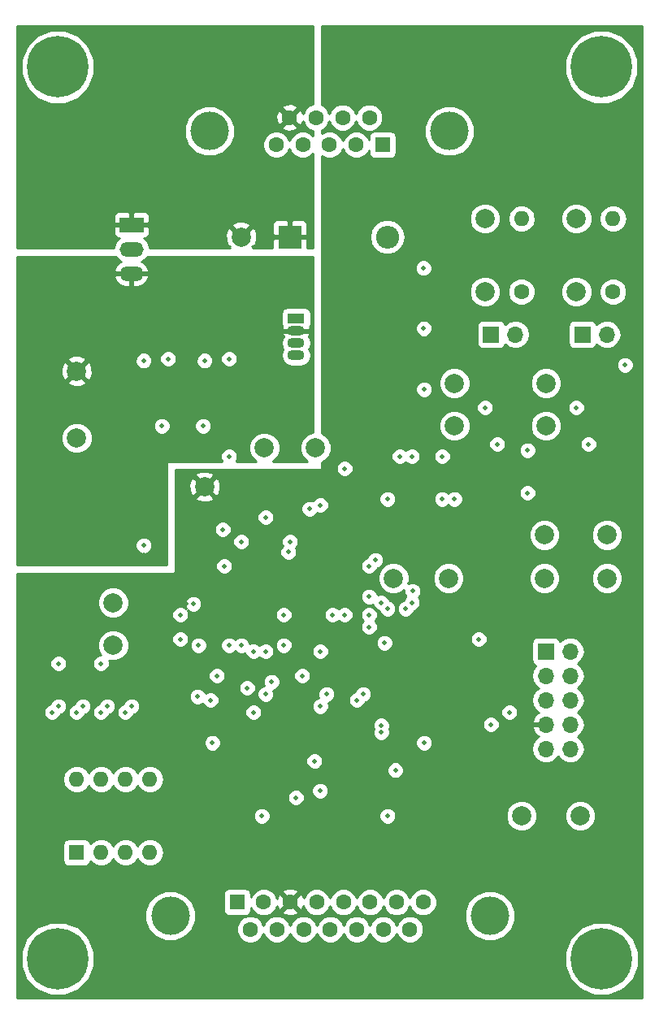
<source format=gbr>
G04 #@! TF.GenerationSoftware,KiCad,Pcbnew,(5.0.0)*
G04 #@! TF.CreationDate,2018-09-05T15:10:51-04:00*
G04 #@! TF.ProjectId,MDAS_Controller_V2,4D4441535F436F6E74726F6C6C65725F,rev?*
G04 #@! TF.SameCoordinates,Original*
G04 #@! TF.FileFunction,Copper,L3,Inr,Plane*
G04 #@! TF.FilePolarity,Positive*
%FSLAX46Y46*%
G04 Gerber Fmt 4.6, Leading zero omitted, Abs format (unit mm)*
G04 Created by KiCad (PCBNEW (5.0.0)) date 09/05/18 15:10:51*
%MOMM*%
%LPD*%
G01*
G04 APERTURE LIST*
G04 #@! TA.AperFunction,ViaPad*
%ADD10O,2.400000X2.400000*%
G04 #@! TD*
G04 #@! TA.AperFunction,ViaPad*
%ADD11R,2.400000X2.400000*%
G04 #@! TD*
G04 #@! TA.AperFunction,ViaPad*
%ADD12C,4.000000*%
G04 #@! TD*
G04 #@! TA.AperFunction,ViaPad*
%ADD13C,1.600000*%
G04 #@! TD*
G04 #@! TA.AperFunction,ViaPad*
%ADD14R,1.600000X1.600000*%
G04 #@! TD*
G04 #@! TA.AperFunction,ViaPad*
%ADD15O,1.700000X1.700000*%
G04 #@! TD*
G04 #@! TA.AperFunction,ViaPad*
%ADD16R,1.700000X1.700000*%
G04 #@! TD*
G04 #@! TA.AperFunction,ViaPad*
%ADD17C,2.000000*%
G04 #@! TD*
G04 #@! TA.AperFunction,ViaPad*
%ADD18O,1.600000X1.600000*%
G04 #@! TD*
G04 #@! TA.AperFunction,ViaPad*
%ADD19O,2.500000X1.500000*%
G04 #@! TD*
G04 #@! TA.AperFunction,ViaPad*
%ADD20R,2.500000X1.500000*%
G04 #@! TD*
G04 #@! TA.AperFunction,ViaPad*
%ADD21R,1.800000X1.070000*%
G04 #@! TD*
G04 #@! TA.AperFunction,ViaPad*
%ADD22O,1.800000X1.070000*%
G04 #@! TD*
G04 #@! TA.AperFunction,ViaPad*
%ADD23C,6.400000*%
G04 #@! TD*
G04 #@! TA.AperFunction,ViaPad*
%ADD24C,0.508000*%
G04 #@! TD*
G04 #@! TA.AperFunction,Conductor*
%ADD25C,0.254000*%
G04 #@! TD*
G04 APERTURE END LIST*
D10*
G04 #@! TO.N,GND*
G04 #@! TO.C,D2*
X154305000Y-56515000D03*
D11*
G04 #@! TO.N,+12V*
X144145000Y-56515000D03*
G04 #@! TD*
D12*
G04 #@! TO.N,N/C*
G04 #@! TO.C,J3*
X164978200Y-127251600D03*
X131678200Y-127251600D03*
D13*
G04 #@! TO.N,GPI2*
X156638200Y-128671600D03*
G04 #@! TO.N,T5*
X153868200Y-128671600D03*
G04 #@! TO.N,SW2*
X151098200Y-128671600D03*
G04 #@! TO.N,AI2H*
X148328200Y-128671600D03*
G04 #@! TO.N,AI4H*
X145558200Y-128671600D03*
G04 #@! TO.N,+5V*
X142788200Y-128671600D03*
G04 #@! TO.N,GND*
X140018200Y-128671600D03*
G04 #@! TO.N,GPI1*
X158023200Y-125831600D03*
G04 #@! TO.N,T2*
X155253200Y-125831600D03*
G04 #@! TO.N,SW1*
X152483200Y-125831600D03*
G04 #@! TO.N,AI1H*
X149713200Y-125831600D03*
G04 #@! TO.N,AI3H*
X146943200Y-125831600D03*
G04 #@! TO.N,+3V3*
X144173200Y-125831600D03*
G04 #@! TO.N,+12V*
X141403200Y-125831600D03*
D14*
G04 #@! TO.N,GND*
X138633200Y-125831600D03*
G04 #@! TD*
D15*
G04 #@! TO.N,GND*
G04 #@! TO.C,JTAG*
X173355000Y-109855000D03*
X170815000Y-109855000D03*
G04 #@! TO.N,TXD*
X173355000Y-107315000D03*
G04 #@! TO.N,+3V3*
X170815000Y-107315000D03*
G04 #@! TO.N,RXD*
X173355000Y-104775000D03*
G04 #@! TO.N,RST*
X170815000Y-104775000D03*
G04 #@! TO.N,TDI*
X173355000Y-102235000D03*
G04 #@! TO.N,TDO*
X170815000Y-102235000D03*
G04 #@! TO.N,TMS*
X173355000Y-99695000D03*
D16*
G04 #@! TO.N,TCK*
X170815000Y-99695000D03*
G04 #@! TD*
D17*
G04 #@! TO.N,AI4B*
G04 #@! TO.C,AI4B*
X141478000Y-78486000D03*
G04 #@! TD*
D18*
G04 #@! TO.N,CAN0L*
G04 #@! TO.C,R16*
X168275000Y-54610000D03*
D13*
G04 #@! TO.N,Net-(JP2-Pad2)*
X168275000Y-62230000D03*
G04 #@! TD*
D17*
G04 #@! TO.N,CAN0L*
G04 #@! TO.C,CAN0L*
X164465000Y-54610000D03*
G04 #@! TD*
G04 #@! TO.N,CAN0H*
G04 #@! TO.C,CAN0H*
X164465000Y-62230000D03*
G04 #@! TD*
D15*
G04 #@! TO.N,Net-(JP1-Pad2)*
G04 #@! TO.C,JP1*
X177165000Y-66675000D03*
D16*
G04 #@! TO.N,CAN1H*
X174625000Y-66675000D03*
G04 #@! TD*
D15*
G04 #@! TO.N,Net-(JP2-Pad2)*
G04 #@! TO.C,JP2*
X167640000Y-66675000D03*
D16*
G04 #@! TO.N,CAN0H*
X165100000Y-66675000D03*
G04 #@! TD*
D18*
G04 #@! TO.N,CAN1L*
G04 #@! TO.C,R15*
X177800000Y-54610000D03*
D13*
G04 #@! TO.N,Net-(JP1-Pad2)*
X177800000Y-62230000D03*
G04 #@! TD*
D17*
G04 #@! TO.N,GND*
G04 #@! TO.C,RST*
X170665000Y-92075000D03*
G04 #@! TO.N,RST*
X170665000Y-87575000D03*
G04 #@! TO.N,GND*
X177165000Y-92075000D03*
G04 #@! TO.N,RST*
X177165000Y-87575000D03*
G04 #@! TD*
D18*
G04 #@! TO.N,Net-(R14-Pad1)*
G04 #@! TO.C,SW1*
X121920000Y-113030000D03*
G04 #@! TO.N,Net-(R7-Pad2)*
X129540000Y-120650000D03*
G04 #@! TO.N,Net-(R12-Pad1)*
X124460000Y-113030000D03*
G04 #@! TO.N,Net-(R9-Pad2)*
X127000000Y-120650000D03*
G04 #@! TO.N,Net-(R10-Pad1)*
X127000000Y-113030000D03*
G04 #@! TO.N,Net-(R11-Pad2)*
X124460000Y-120650000D03*
G04 #@! TO.N,Net-(R8-Pad1)*
X129540000Y-113030000D03*
D14*
G04 #@! TO.N,Net-(R13-Pad2)*
X121920000Y-120650000D03*
G04 #@! TD*
D17*
G04 #@! TO.N,+12V*
G04 #@! TO.C,+12V*
X139065000Y-56515000D03*
G04 #@! TD*
G04 #@! TO.N,+5V*
G04 #@! TO.C,+5V*
X121920000Y-70485000D03*
G04 #@! TD*
G04 #@! TO.N,+3V3*
G04 #@! TO.C,+3V3*
X135255000Y-82550000D03*
G04 #@! TD*
G04 #@! TO.N,T2*
G04 #@! TO.C,T2*
X168275000Y-116840000D03*
G04 #@! TD*
G04 #@! TO.N,T5*
G04 #@! TO.C,T5*
X174385000Y-116840000D03*
G04 #@! TD*
G04 #@! TO.N,GND*
G04 #@! TO.C,GND*
X121920000Y-77470000D03*
G04 #@! TD*
G04 #@! TO.N,GPI1P*
G04 #@! TO.C,GPI1*
X160655000Y-92075000D03*
G04 #@! TD*
G04 #@! TO.N,GPI2P*
G04 #@! TO.C,GPI2*
X154940000Y-92075000D03*
G04 #@! TD*
G04 #@! TO.N,CAN1H*
G04 #@! TO.C,CAN1H*
X173990000Y-62230000D03*
G04 #@! TD*
G04 #@! TO.N,CAN1L*
G04 #@! TO.C,CAN1L*
X173990000Y-54610000D03*
G04 #@! TD*
G04 #@! TO.N,AI3B*
G04 #@! TO.C,AI3B*
X146812000Y-78486000D03*
G04 #@! TD*
G04 #@! TO.N,AI1B*
G04 #@! TO.C,AI1B*
X125730000Y-99060000D03*
G04 #@! TD*
G04 #@! TO.N,AI2B*
G04 #@! TO.C,AI2B*
X125730000Y-94615000D03*
G04 #@! TD*
D19*
G04 #@! TO.N,+5V*
G04 #@! TO.C,U2*
X127635000Y-60325000D03*
G04 #@! TO.N,GND*
X127635000Y-57785000D03*
D20*
G04 #@! TO.N,+12V*
X127635000Y-55245000D03*
G04 #@! TD*
D21*
G04 #@! TO.N,Net-(D3-Pad1)*
G04 #@! TO.C,D3*
X144780000Y-65024000D03*
D22*
G04 #@! TO.N,+5V*
X144780000Y-66294000D03*
G04 #@! TO.N,Net-(D3-Pad3)*
X144780000Y-67564000D03*
G04 #@! TO.N,Net-(D3-Pad4)*
X144780000Y-68834000D03*
G04 #@! TD*
D23*
G04 #@! TO.N,Net-(MH1-Pad1)*
G04 #@! TO.C,MH1*
X119942620Y-38809940D03*
G04 #@! TD*
G04 #@! TO.N,Net-(MH2-Pad1)*
G04 #@! TO.C,MH2*
X176599840Y-38812480D03*
G04 #@! TD*
G04 #@! TO.N,Net-(MH3-Pad1)*
G04 #@! TO.C,MH3*
X119935000Y-131728200D03*
G04 #@! TD*
G04 #@! TO.N,Net-(MH4-Pad1)*
G04 #@! TO.C,MH4*
X176610000Y-131728200D03*
G04 #@! TD*
D14*
G04 #@! TO.N,CAN1L*
G04 #@! TO.C,J2*
X153801200Y-46913800D03*
D13*
G04 #@! TO.N,CAN0L*
X151031200Y-46913800D03*
G04 #@! TO.N,GND*
X148261200Y-46913800D03*
G04 #@! TO.N,Net-(J2-Pad4)*
X145491200Y-46913800D03*
G04 #@! TO.N,Net-(J2-Pad5)*
X142721200Y-46913800D03*
G04 #@! TO.N,Net-(J2-Pad6)*
X152416200Y-44073800D03*
G04 #@! TO.N,CAN0H*
X149646200Y-44073800D03*
G04 #@! TO.N,CAN1H*
X146876200Y-44073800D03*
G04 #@! TO.N,+12V*
X144106200Y-44073800D03*
D12*
G04 #@! TO.N,N/C*
X160761200Y-45493800D03*
X135761200Y-45493800D03*
G04 #@! TD*
D17*
G04 #@! TO.N,CAN0RX*
G04 #@! TO.C,CAN0RX*
X161290000Y-76200000D03*
G04 #@! TD*
G04 #@! TO.N,CAN0TX*
G04 #@! TO.C,CAN0TX*
X161290000Y-71755000D03*
G04 #@! TD*
G04 #@! TO.N,CAN1RX*
G04 #@! TO.C,CAN1RX*
X170815000Y-76200000D03*
G04 #@! TD*
G04 #@! TO.N,CAN1TX*
G04 #@! TO.C,CAN1TX*
X170815000Y-71755000D03*
G04 #@! TD*
D24*
G04 #@! TO.N,RST*
X165100000Y-107315000D03*
X153670000Y-108141203D03*
G04 #@! TO.N,GND*
X128884534Y-69415466D03*
X135234534Y-69415466D03*
X137795000Y-79375000D03*
X128905000Y-88646000D03*
X137273000Y-90805000D03*
X158051375Y-59753625D03*
X158086632Y-66068368D03*
X158115412Y-72390412D03*
X165735000Y-78105000D03*
X175260000Y-78105000D03*
X168910000Y-83185000D03*
X149860000Y-80645000D03*
X134520600Y-104419400D03*
X136070000Y-109220000D03*
X144760000Y-114935000D03*
X141210000Y-116840000D03*
X143510000Y-99060000D03*
X155128367Y-112064800D03*
X153670000Y-107430000D03*
X154000200Y-98820000D03*
X119380000Y-106045000D03*
X121920000Y-106045000D03*
X124460000Y-106045000D03*
X127000000Y-106045000D03*
X154305000Y-83820000D03*
X160020000Y-83820000D03*
X147260000Y-114240000D03*
X134084000Y-94742000D03*
X146163000Y-84836000D03*
G04 #@! TO.N,+3V3*
X167005000Y-78105000D03*
X176530000Y-78105000D03*
X178435000Y-83185000D03*
X160020000Y-80645000D03*
X134442200Y-103430000D03*
X135890000Y-107930000D03*
X143651000Y-115076000D03*
X145900000Y-99060000D03*
X147475000Y-108430000D03*
X152400000Y-105410000D03*
X135189000Y-87696000D03*
X133299201Y-94742000D03*
X143913928Y-84686072D03*
G04 #@! TO.N,+5V*
X128030000Y-69215000D03*
X134380000Y-69215000D03*
X132080000Y-77927362D03*
X127000000Y-77927362D03*
X128905000Y-89648000D03*
G04 #@! TO.N,GPI1*
X161290000Y-83820000D03*
G04 #@! TO.N,GPI2P*
X153035000Y-90170000D03*
X141605000Y-104140000D03*
G04 #@! TO.N,GPI2*
X156922632Y-93422632D03*
G04 #@! TO.N,TCK*
X156210000Y-95250000D03*
X152400000Y-93980000D03*
X148590000Y-95885000D03*
G04 #@! TO.N,TMS*
X156845000Y-94615000D03*
X152400000Y-90805000D03*
X145415000Y-102235000D03*
G04 #@! TO.N,TDO*
X147320000Y-99695000D03*
G04 #@! TO.N,TDI*
X163830000Y-98425000D03*
X149860000Y-95885000D03*
G04 #@! TO.N,TXD*
X151765000Y-104140000D03*
G04 #@! TO.N,RXD*
X167005000Y-106045000D03*
X151130000Y-104775000D03*
G04 #@! TO.N,AI4H*
X120015000Y-105410000D03*
G04 #@! TO.N,AI2H*
X125095000Y-105410000D03*
G04 #@! TO.N,T2*
X137795000Y-69215000D03*
X179070000Y-69850000D03*
G04 #@! TO.N,AI3H*
X122555000Y-105410000D03*
G04 #@! TO.N,AI1H*
X127635000Y-105410000D03*
G04 #@! TO.N,SW1*
X147955000Y-104140000D03*
G04 #@! TO.N,T5*
X131445000Y-69215000D03*
G04 #@! TO.N,LED_R*
X158115000Y-109220000D03*
X154305000Y-116840000D03*
G04 #@! TO.N,LED_G*
X156845000Y-79375000D03*
X154305000Y-95250000D03*
X152400000Y-97155000D03*
X147320000Y-105410000D03*
G04 #@! TO.N,LED_B*
X155575000Y-79375000D03*
X153670000Y-94615000D03*
X152400000Y-95885000D03*
X146685000Y-111125000D03*
G04 #@! TO.N,SCL*
X130810000Y-76200000D03*
X135079534Y-76200000D03*
G04 #@! TO.N,Net-(R9-Pad2)*
X124460000Y-100965000D03*
X132715000Y-95885000D03*
G04 #@! TO.N,Net-(R11-Pad2)*
X141605000Y-85725000D03*
X144145000Y-88265000D03*
G04 #@! TO.N,Net-(R13-Pad2)*
X120015000Y-100965000D03*
X137160000Y-86995000D03*
G04 #@! TO.N,AI4B*
X137795000Y-99060000D03*
X135890000Y-104775000D03*
X139065000Y-88265000D03*
G04 #@! TO.N,AI3B*
X140335000Y-99695000D03*
X140335000Y-106045000D03*
X143971355Y-89361355D03*
G04 #@! TO.N,AI1B*
X134620000Y-99060000D03*
X136525000Y-102235000D03*
X139700000Y-103505000D03*
G04 #@! TO.N,AI2B*
X132715000Y-98425000D03*
X139065000Y-99060000D03*
G04 #@! TO.N,CAN1TX*
X173990000Y-74295000D03*
G04 #@! TO.N,CAN0RX*
X168910000Y-78740000D03*
X147320000Y-84455000D03*
X143510000Y-95885000D03*
X142240000Y-102870000D03*
G04 #@! TO.N,CAN0TX*
X160020000Y-79375000D03*
X141605000Y-99695000D03*
X164465000Y-74295000D03*
G04 #@! TD*
D25*
G04 #@! TO.N,+12V*
G36*
X146558000Y-42652370D02*
X146063338Y-42857266D01*
X145659666Y-43260938D01*
X145497675Y-43652018D01*
X145360064Y-43319795D01*
X145113945Y-43245661D01*
X144285805Y-44073800D01*
X145113945Y-44901939D01*
X145360064Y-44827805D01*
X145487932Y-44472061D01*
X145659666Y-44886662D01*
X146063338Y-45290334D01*
X146558000Y-45495230D01*
X146558000Y-45951204D01*
X146304062Y-45697266D01*
X145776639Y-45478800D01*
X145205761Y-45478800D01*
X144678338Y-45697266D01*
X144274666Y-46100938D01*
X144106200Y-46507650D01*
X143937734Y-46100938D01*
X143534062Y-45697266D01*
X143006639Y-45478800D01*
X142435761Y-45478800D01*
X141908338Y-45697266D01*
X141504666Y-46100938D01*
X141286200Y-46628361D01*
X141286200Y-47199239D01*
X141504666Y-47726662D01*
X141908338Y-48130334D01*
X142435761Y-48348800D01*
X143006639Y-48348800D01*
X143534062Y-48130334D01*
X143937734Y-47726662D01*
X144106200Y-47319950D01*
X144274666Y-47726662D01*
X144678338Y-48130334D01*
X145205761Y-48348800D01*
X145776639Y-48348800D01*
X146304062Y-48130334D01*
X146558000Y-47876396D01*
X146558000Y-57658000D01*
X145980000Y-57658000D01*
X145980000Y-56800750D01*
X145821250Y-56642000D01*
X144272000Y-56642000D01*
X144272000Y-56662000D01*
X144018000Y-56662000D01*
X144018000Y-56642000D01*
X142468750Y-56642000D01*
X142310000Y-56800750D01*
X142310000Y-57658000D01*
X140276020Y-57658000D01*
X140331814Y-57602206D01*
X140217534Y-57487926D01*
X140484387Y-57389264D01*
X140710908Y-56779539D01*
X140686856Y-56129540D01*
X140484387Y-55640736D01*
X140217532Y-55542073D01*
X139244605Y-56515000D01*
X139258748Y-56529143D01*
X139079143Y-56708748D01*
X139065000Y-56694605D01*
X139050858Y-56708748D01*
X138871253Y-56529143D01*
X138885395Y-56515000D01*
X137912468Y-55542073D01*
X137645613Y-55640736D01*
X137419092Y-56250461D01*
X137443144Y-56900460D01*
X137645613Y-57389264D01*
X137912466Y-57487926D01*
X137798186Y-57602206D01*
X137853980Y-57658000D01*
X129521871Y-57658000D01*
X129439641Y-57244600D01*
X129133529Y-56786471D01*
X128899354Y-56630000D01*
X129011310Y-56630000D01*
X129244699Y-56533327D01*
X129423327Y-56354698D01*
X129520000Y-56121309D01*
X129520000Y-55530750D01*
X129361250Y-55372000D01*
X127762000Y-55372000D01*
X127762000Y-55392000D01*
X127508000Y-55392000D01*
X127508000Y-55372000D01*
X125908750Y-55372000D01*
X125750000Y-55530750D01*
X125750000Y-56121309D01*
X125846673Y-56354698D01*
X126025301Y-56533327D01*
X126258690Y-56630000D01*
X126370646Y-56630000D01*
X126136471Y-56786471D01*
X125830359Y-57244600D01*
X125748129Y-57658000D01*
X115697000Y-57658000D01*
X115697000Y-55362468D01*
X138092073Y-55362468D01*
X139065000Y-56335395D01*
X140037927Y-55362468D01*
X139973677Y-55188690D01*
X142310000Y-55188690D01*
X142310000Y-56229250D01*
X142468750Y-56388000D01*
X144018000Y-56388000D01*
X144018000Y-54838750D01*
X144272000Y-54838750D01*
X144272000Y-56388000D01*
X145821250Y-56388000D01*
X145980000Y-56229250D01*
X145980000Y-55188690D01*
X145883327Y-54955301D01*
X145704698Y-54776673D01*
X145471309Y-54680000D01*
X144430750Y-54680000D01*
X144272000Y-54838750D01*
X144018000Y-54838750D01*
X143859250Y-54680000D01*
X142818691Y-54680000D01*
X142585302Y-54776673D01*
X142406673Y-54955301D01*
X142310000Y-55188690D01*
X139973677Y-55188690D01*
X139939264Y-55095613D01*
X139329539Y-54869092D01*
X138679540Y-54893144D01*
X138190736Y-55095613D01*
X138092073Y-55362468D01*
X115697000Y-55362468D01*
X115697000Y-54368691D01*
X125750000Y-54368691D01*
X125750000Y-54959250D01*
X125908750Y-55118000D01*
X127508000Y-55118000D01*
X127508000Y-54018750D01*
X127762000Y-54018750D01*
X127762000Y-55118000D01*
X129361250Y-55118000D01*
X129520000Y-54959250D01*
X129520000Y-54368691D01*
X129423327Y-54135302D01*
X129244699Y-53956673D01*
X129011310Y-53860000D01*
X127920750Y-53860000D01*
X127762000Y-54018750D01*
X127508000Y-54018750D01*
X127349250Y-53860000D01*
X126258690Y-53860000D01*
X126025301Y-53956673D01*
X125846673Y-54135302D01*
X125750000Y-54368691D01*
X115697000Y-54368691D01*
X115697000Y-44969666D01*
X133126200Y-44969666D01*
X133126200Y-46017934D01*
X133527355Y-46986408D01*
X134268592Y-47727645D01*
X135237066Y-48128800D01*
X136285334Y-48128800D01*
X137253808Y-47727645D01*
X137995045Y-46986408D01*
X138396200Y-46017934D01*
X138396200Y-45081545D01*
X143278061Y-45081545D01*
X143352195Y-45327664D01*
X143889423Y-45520765D01*
X144459654Y-45493578D01*
X144860205Y-45327664D01*
X144934339Y-45081545D01*
X144106200Y-44253405D01*
X143278061Y-45081545D01*
X138396200Y-45081545D01*
X138396200Y-44969666D01*
X137995045Y-44001192D01*
X137850876Y-43857023D01*
X142659235Y-43857023D01*
X142686422Y-44427254D01*
X142852336Y-44827805D01*
X143098455Y-44901939D01*
X143926595Y-44073800D01*
X143098455Y-43245661D01*
X142852336Y-43319795D01*
X142659235Y-43857023D01*
X137850876Y-43857023D01*
X137253808Y-43259955D01*
X136785692Y-43066055D01*
X143278061Y-43066055D01*
X144106200Y-43894195D01*
X144934339Y-43066055D01*
X144860205Y-42819936D01*
X144322977Y-42626835D01*
X143752746Y-42654022D01*
X143352195Y-42819936D01*
X143278061Y-43066055D01*
X136785692Y-43066055D01*
X136285334Y-42858800D01*
X135237066Y-42858800D01*
X134268592Y-43259955D01*
X133527355Y-44001192D01*
X133126200Y-44969666D01*
X115697000Y-44969666D01*
X115697000Y-38047111D01*
X116107620Y-38047111D01*
X116107620Y-39572769D01*
X116691464Y-40982293D01*
X117770267Y-42061096D01*
X119179791Y-42644940D01*
X120705449Y-42644940D01*
X122114973Y-42061096D01*
X123193776Y-40982293D01*
X123777620Y-39572769D01*
X123777620Y-38047111D01*
X123193776Y-36637587D01*
X122114973Y-35558784D01*
X120705449Y-34974940D01*
X119179791Y-34974940D01*
X117770267Y-35558784D01*
X116691464Y-36637587D01*
X116107620Y-38047111D01*
X115697000Y-38047111D01*
X115697000Y-34509780D01*
X146558000Y-34509780D01*
X146558000Y-42652370D01*
X146558000Y-42652370D01*
G37*
X146558000Y-42652370D02*
X146063338Y-42857266D01*
X145659666Y-43260938D01*
X145497675Y-43652018D01*
X145360064Y-43319795D01*
X145113945Y-43245661D01*
X144285805Y-44073800D01*
X145113945Y-44901939D01*
X145360064Y-44827805D01*
X145487932Y-44472061D01*
X145659666Y-44886662D01*
X146063338Y-45290334D01*
X146558000Y-45495230D01*
X146558000Y-45951204D01*
X146304062Y-45697266D01*
X145776639Y-45478800D01*
X145205761Y-45478800D01*
X144678338Y-45697266D01*
X144274666Y-46100938D01*
X144106200Y-46507650D01*
X143937734Y-46100938D01*
X143534062Y-45697266D01*
X143006639Y-45478800D01*
X142435761Y-45478800D01*
X141908338Y-45697266D01*
X141504666Y-46100938D01*
X141286200Y-46628361D01*
X141286200Y-47199239D01*
X141504666Y-47726662D01*
X141908338Y-48130334D01*
X142435761Y-48348800D01*
X143006639Y-48348800D01*
X143534062Y-48130334D01*
X143937734Y-47726662D01*
X144106200Y-47319950D01*
X144274666Y-47726662D01*
X144678338Y-48130334D01*
X145205761Y-48348800D01*
X145776639Y-48348800D01*
X146304062Y-48130334D01*
X146558000Y-47876396D01*
X146558000Y-57658000D01*
X145980000Y-57658000D01*
X145980000Y-56800750D01*
X145821250Y-56642000D01*
X144272000Y-56642000D01*
X144272000Y-56662000D01*
X144018000Y-56662000D01*
X144018000Y-56642000D01*
X142468750Y-56642000D01*
X142310000Y-56800750D01*
X142310000Y-57658000D01*
X140276020Y-57658000D01*
X140331814Y-57602206D01*
X140217534Y-57487926D01*
X140484387Y-57389264D01*
X140710908Y-56779539D01*
X140686856Y-56129540D01*
X140484387Y-55640736D01*
X140217532Y-55542073D01*
X139244605Y-56515000D01*
X139258748Y-56529143D01*
X139079143Y-56708748D01*
X139065000Y-56694605D01*
X139050858Y-56708748D01*
X138871253Y-56529143D01*
X138885395Y-56515000D01*
X137912468Y-55542073D01*
X137645613Y-55640736D01*
X137419092Y-56250461D01*
X137443144Y-56900460D01*
X137645613Y-57389264D01*
X137912466Y-57487926D01*
X137798186Y-57602206D01*
X137853980Y-57658000D01*
X129521871Y-57658000D01*
X129439641Y-57244600D01*
X129133529Y-56786471D01*
X128899354Y-56630000D01*
X129011310Y-56630000D01*
X129244699Y-56533327D01*
X129423327Y-56354698D01*
X129520000Y-56121309D01*
X129520000Y-55530750D01*
X129361250Y-55372000D01*
X127762000Y-55372000D01*
X127762000Y-55392000D01*
X127508000Y-55392000D01*
X127508000Y-55372000D01*
X125908750Y-55372000D01*
X125750000Y-55530750D01*
X125750000Y-56121309D01*
X125846673Y-56354698D01*
X126025301Y-56533327D01*
X126258690Y-56630000D01*
X126370646Y-56630000D01*
X126136471Y-56786471D01*
X125830359Y-57244600D01*
X125748129Y-57658000D01*
X115697000Y-57658000D01*
X115697000Y-55362468D01*
X138092073Y-55362468D01*
X139065000Y-56335395D01*
X140037927Y-55362468D01*
X139973677Y-55188690D01*
X142310000Y-55188690D01*
X142310000Y-56229250D01*
X142468750Y-56388000D01*
X144018000Y-56388000D01*
X144018000Y-54838750D01*
X144272000Y-54838750D01*
X144272000Y-56388000D01*
X145821250Y-56388000D01*
X145980000Y-56229250D01*
X145980000Y-55188690D01*
X145883327Y-54955301D01*
X145704698Y-54776673D01*
X145471309Y-54680000D01*
X144430750Y-54680000D01*
X144272000Y-54838750D01*
X144018000Y-54838750D01*
X143859250Y-54680000D01*
X142818691Y-54680000D01*
X142585302Y-54776673D01*
X142406673Y-54955301D01*
X142310000Y-55188690D01*
X139973677Y-55188690D01*
X139939264Y-55095613D01*
X139329539Y-54869092D01*
X138679540Y-54893144D01*
X138190736Y-55095613D01*
X138092073Y-55362468D01*
X115697000Y-55362468D01*
X115697000Y-54368691D01*
X125750000Y-54368691D01*
X125750000Y-54959250D01*
X125908750Y-55118000D01*
X127508000Y-55118000D01*
X127508000Y-54018750D01*
X127762000Y-54018750D01*
X127762000Y-55118000D01*
X129361250Y-55118000D01*
X129520000Y-54959250D01*
X129520000Y-54368691D01*
X129423327Y-54135302D01*
X129244699Y-53956673D01*
X129011310Y-53860000D01*
X127920750Y-53860000D01*
X127762000Y-54018750D01*
X127508000Y-54018750D01*
X127349250Y-53860000D01*
X126258690Y-53860000D01*
X126025301Y-53956673D01*
X125846673Y-54135302D01*
X125750000Y-54368691D01*
X115697000Y-54368691D01*
X115697000Y-44969666D01*
X133126200Y-44969666D01*
X133126200Y-46017934D01*
X133527355Y-46986408D01*
X134268592Y-47727645D01*
X135237066Y-48128800D01*
X136285334Y-48128800D01*
X137253808Y-47727645D01*
X137995045Y-46986408D01*
X138396200Y-46017934D01*
X138396200Y-45081545D01*
X143278061Y-45081545D01*
X143352195Y-45327664D01*
X143889423Y-45520765D01*
X144459654Y-45493578D01*
X144860205Y-45327664D01*
X144934339Y-45081545D01*
X144106200Y-44253405D01*
X143278061Y-45081545D01*
X138396200Y-45081545D01*
X138396200Y-44969666D01*
X137995045Y-44001192D01*
X137850876Y-43857023D01*
X142659235Y-43857023D01*
X142686422Y-44427254D01*
X142852336Y-44827805D01*
X143098455Y-44901939D01*
X143926595Y-44073800D01*
X143098455Y-43245661D01*
X142852336Y-43319795D01*
X142659235Y-43857023D01*
X137850876Y-43857023D01*
X137253808Y-43259955D01*
X136785692Y-43066055D01*
X143278061Y-43066055D01*
X144106200Y-43894195D01*
X144934339Y-43066055D01*
X144860205Y-42819936D01*
X144322977Y-42626835D01*
X143752746Y-42654022D01*
X143352195Y-42819936D01*
X143278061Y-43066055D01*
X136785692Y-43066055D01*
X136285334Y-42858800D01*
X135237066Y-42858800D01*
X134268592Y-43259955D01*
X133527355Y-44001192D01*
X133126200Y-44969666D01*
X115697000Y-44969666D01*
X115697000Y-38047111D01*
X116107620Y-38047111D01*
X116107620Y-39572769D01*
X116691464Y-40982293D01*
X117770267Y-42061096D01*
X119179791Y-42644940D01*
X120705449Y-42644940D01*
X122114973Y-42061096D01*
X123193776Y-40982293D01*
X123777620Y-39572769D01*
X123777620Y-38047111D01*
X123193776Y-36637587D01*
X122114973Y-35558784D01*
X120705449Y-34974940D01*
X119179791Y-34974940D01*
X117770267Y-35558784D01*
X116691464Y-36637587D01*
X116107620Y-38047111D01*
X115697000Y-38047111D01*
X115697000Y-34509780D01*
X146558000Y-34509780D01*
X146558000Y-42652370D01*
G04 #@! TO.N,+5V*
G36*
X126136471Y-58783529D02*
X126566316Y-59070742D01*
X126487651Y-59094028D01*
X126065855Y-59435460D01*
X125806827Y-59912316D01*
X125792682Y-59983815D01*
X125915344Y-60198000D01*
X127508000Y-60198000D01*
X127508000Y-60178000D01*
X127762000Y-60178000D01*
X127762000Y-60198000D01*
X129354656Y-60198000D01*
X129477318Y-59983815D01*
X129463173Y-59912316D01*
X129204145Y-59435460D01*
X128782349Y-59094028D01*
X128703684Y-59070742D01*
X129133529Y-58783529D01*
X129291573Y-58547000D01*
X146558000Y-58547000D01*
X146558000Y-76851000D01*
X146486778Y-76851000D01*
X145885847Y-77099914D01*
X145425914Y-77559847D01*
X145177000Y-78160778D01*
X145177000Y-78811222D01*
X145425914Y-79412153D01*
X145885847Y-79872086D01*
X145912196Y-79883000D01*
X142377804Y-79883000D01*
X142404153Y-79872086D01*
X142864086Y-79412153D01*
X143113000Y-78811222D01*
X143113000Y-78160778D01*
X142864086Y-77559847D01*
X142404153Y-77099914D01*
X141803222Y-76851000D01*
X141152778Y-76851000D01*
X140551847Y-77099914D01*
X140091914Y-77559847D01*
X139843000Y-78160778D01*
X139843000Y-78811222D01*
X140091914Y-79412153D01*
X140551847Y-79872086D01*
X140578196Y-79883000D01*
X138544236Y-79883000D01*
X138548658Y-79878578D01*
X138684000Y-79551833D01*
X138684000Y-79198167D01*
X138548658Y-78871422D01*
X138298578Y-78621342D01*
X137971833Y-78486000D01*
X137618167Y-78486000D01*
X137291422Y-78621342D01*
X137041342Y-78871422D01*
X136906000Y-79198167D01*
X136906000Y-79551833D01*
X137041342Y-79878578D01*
X137045764Y-79883000D01*
X131445000Y-79883000D01*
X131396399Y-79892667D01*
X131355197Y-79920197D01*
X131327667Y-79961399D01*
X131318000Y-80010000D01*
X131318000Y-90678000D01*
X115697000Y-90678000D01*
X115697000Y-88469167D01*
X128016000Y-88469167D01*
X128016000Y-88822833D01*
X128151342Y-89149578D01*
X128401422Y-89399658D01*
X128728167Y-89535000D01*
X129081833Y-89535000D01*
X129408578Y-89399658D01*
X129658658Y-89149578D01*
X129794000Y-88822833D01*
X129794000Y-88469167D01*
X129658658Y-88142422D01*
X129408578Y-87892342D01*
X129081833Y-87757000D01*
X128728167Y-87757000D01*
X128401422Y-87892342D01*
X128151342Y-88142422D01*
X128016000Y-88469167D01*
X115697000Y-88469167D01*
X115697000Y-77144778D01*
X120285000Y-77144778D01*
X120285000Y-77795222D01*
X120533914Y-78396153D01*
X120993847Y-78856086D01*
X121594778Y-79105000D01*
X122245222Y-79105000D01*
X122846153Y-78856086D01*
X123306086Y-78396153D01*
X123555000Y-77795222D01*
X123555000Y-77144778D01*
X123306086Y-76543847D01*
X122846153Y-76083914D01*
X122699497Y-76023167D01*
X129921000Y-76023167D01*
X129921000Y-76376833D01*
X130056342Y-76703578D01*
X130306422Y-76953658D01*
X130633167Y-77089000D01*
X130986833Y-77089000D01*
X131313578Y-76953658D01*
X131563658Y-76703578D01*
X131699000Y-76376833D01*
X131699000Y-76023167D01*
X134190534Y-76023167D01*
X134190534Y-76376833D01*
X134325876Y-76703578D01*
X134575956Y-76953658D01*
X134902701Y-77089000D01*
X135256367Y-77089000D01*
X135583112Y-76953658D01*
X135833192Y-76703578D01*
X135968534Y-76376833D01*
X135968534Y-76023167D01*
X135833192Y-75696422D01*
X135583112Y-75446342D01*
X135256367Y-75311000D01*
X134902701Y-75311000D01*
X134575956Y-75446342D01*
X134325876Y-75696422D01*
X134190534Y-76023167D01*
X131699000Y-76023167D01*
X131563658Y-75696422D01*
X131313578Y-75446342D01*
X130986833Y-75311000D01*
X130633167Y-75311000D01*
X130306422Y-75446342D01*
X130056342Y-75696422D01*
X129921000Y-76023167D01*
X122699497Y-76023167D01*
X122245222Y-75835000D01*
X121594778Y-75835000D01*
X120993847Y-76083914D01*
X120533914Y-76543847D01*
X120285000Y-77144778D01*
X115697000Y-77144778D01*
X115697000Y-71637532D01*
X120947073Y-71637532D01*
X121045736Y-71904387D01*
X121655461Y-72130908D01*
X122305460Y-72106856D01*
X122794264Y-71904387D01*
X122892927Y-71637532D01*
X121920000Y-70664605D01*
X120947073Y-71637532D01*
X115697000Y-71637532D01*
X115697000Y-70220461D01*
X120274092Y-70220461D01*
X120298144Y-70870460D01*
X120500613Y-71359264D01*
X120767468Y-71457927D01*
X121740395Y-70485000D01*
X122099605Y-70485000D01*
X123072532Y-71457927D01*
X123339387Y-71359264D01*
X123565908Y-70749539D01*
X123541856Y-70099540D01*
X123339387Y-69610736D01*
X123072532Y-69512073D01*
X122099605Y-70485000D01*
X121740395Y-70485000D01*
X120767468Y-69512073D01*
X120500613Y-69610736D01*
X120274092Y-70220461D01*
X115697000Y-70220461D01*
X115697000Y-69332468D01*
X120947073Y-69332468D01*
X121920000Y-70305395D01*
X122892927Y-69332468D01*
X122858234Y-69238633D01*
X127995534Y-69238633D01*
X127995534Y-69592299D01*
X128130876Y-69919044D01*
X128380956Y-70169124D01*
X128707701Y-70304466D01*
X129061367Y-70304466D01*
X129388112Y-70169124D01*
X129638192Y-69919044D01*
X129773534Y-69592299D01*
X129773534Y-69238633D01*
X129690499Y-69038167D01*
X130556000Y-69038167D01*
X130556000Y-69391833D01*
X130691342Y-69718578D01*
X130941422Y-69968658D01*
X131268167Y-70104000D01*
X131621833Y-70104000D01*
X131948578Y-69968658D01*
X132198658Y-69718578D01*
X132334000Y-69391833D01*
X132334000Y-69238633D01*
X134345534Y-69238633D01*
X134345534Y-69592299D01*
X134480876Y-69919044D01*
X134730956Y-70169124D01*
X135057701Y-70304466D01*
X135411367Y-70304466D01*
X135738112Y-70169124D01*
X135988192Y-69919044D01*
X136123534Y-69592299D01*
X136123534Y-69238633D01*
X136040499Y-69038167D01*
X136906000Y-69038167D01*
X136906000Y-69391833D01*
X137041342Y-69718578D01*
X137291422Y-69968658D01*
X137618167Y-70104000D01*
X137971833Y-70104000D01*
X138298578Y-69968658D01*
X138548658Y-69718578D01*
X138684000Y-69391833D01*
X138684000Y-69038167D01*
X138548658Y-68711422D01*
X138298578Y-68461342D01*
X137971833Y-68326000D01*
X137618167Y-68326000D01*
X137291422Y-68461342D01*
X137041342Y-68711422D01*
X136906000Y-69038167D01*
X136040499Y-69038167D01*
X135988192Y-68911888D01*
X135738112Y-68661808D01*
X135411367Y-68526466D01*
X135057701Y-68526466D01*
X134730956Y-68661808D01*
X134480876Y-68911888D01*
X134345534Y-69238633D01*
X132334000Y-69238633D01*
X132334000Y-69038167D01*
X132198658Y-68711422D01*
X131948578Y-68461342D01*
X131621833Y-68326000D01*
X131268167Y-68326000D01*
X130941422Y-68461342D01*
X130691342Y-68711422D01*
X130556000Y-69038167D01*
X129690499Y-69038167D01*
X129638192Y-68911888D01*
X129388112Y-68661808D01*
X129061367Y-68526466D01*
X128707701Y-68526466D01*
X128380956Y-68661808D01*
X128130876Y-68911888D01*
X127995534Y-69238633D01*
X122858234Y-69238633D01*
X122794264Y-69065613D01*
X122184539Y-68839092D01*
X121534540Y-68863144D01*
X121045736Y-69065613D01*
X120947073Y-69332468D01*
X115697000Y-69332468D01*
X115697000Y-67564000D01*
X143222079Y-67564000D01*
X143312885Y-68020511D01*
X143432147Y-68199000D01*
X143312885Y-68377489D01*
X143222079Y-68834000D01*
X143312885Y-69290511D01*
X143571477Y-69677523D01*
X143958489Y-69936115D01*
X144299769Y-70004000D01*
X145260231Y-70004000D01*
X145601511Y-69936115D01*
X145988523Y-69677523D01*
X146247115Y-69290511D01*
X146337921Y-68834000D01*
X146247115Y-68377489D01*
X146127853Y-68199000D01*
X146247115Y-68020511D01*
X146337921Y-67564000D01*
X146247115Y-67107489D01*
X146119066Y-66915849D01*
X146273900Y-66601383D01*
X146148244Y-66421000D01*
X145395969Y-66421000D01*
X145260231Y-66394000D01*
X144299769Y-66394000D01*
X144164031Y-66421000D01*
X143411756Y-66421000D01*
X143286100Y-66601383D01*
X143440934Y-66915849D01*
X143312885Y-67107489D01*
X143222079Y-67564000D01*
X115697000Y-67564000D01*
X115697000Y-64489000D01*
X143232560Y-64489000D01*
X143232560Y-65559000D01*
X143281843Y-65806765D01*
X143335278Y-65886736D01*
X143286100Y-65986617D01*
X143411756Y-66167000D01*
X143681720Y-66167000D01*
X143880000Y-66206440D01*
X145680000Y-66206440D01*
X145878280Y-66167000D01*
X146148244Y-66167000D01*
X146273900Y-65986617D01*
X146224722Y-65886736D01*
X146278157Y-65806765D01*
X146327440Y-65559000D01*
X146327440Y-64489000D01*
X146278157Y-64241235D01*
X146137809Y-64031191D01*
X145927765Y-63890843D01*
X145680000Y-63841560D01*
X143880000Y-63841560D01*
X143632235Y-63890843D01*
X143422191Y-64031191D01*
X143281843Y-64241235D01*
X143232560Y-64489000D01*
X115697000Y-64489000D01*
X115697000Y-60666185D01*
X125792682Y-60666185D01*
X125806827Y-60737684D01*
X126065855Y-61214540D01*
X126487651Y-61555972D01*
X127008000Y-61710000D01*
X127508000Y-61710000D01*
X127508000Y-60452000D01*
X127762000Y-60452000D01*
X127762000Y-61710000D01*
X128262000Y-61710000D01*
X128782349Y-61555972D01*
X129204145Y-61214540D01*
X129463173Y-60737684D01*
X129477318Y-60666185D01*
X129354656Y-60452000D01*
X127762000Y-60452000D01*
X127508000Y-60452000D01*
X125915344Y-60452000D01*
X125792682Y-60666185D01*
X115697000Y-60666185D01*
X115697000Y-58547000D01*
X125978427Y-58547000D01*
X126136471Y-58783529D01*
X126136471Y-58783529D01*
G37*
X126136471Y-58783529D02*
X126566316Y-59070742D01*
X126487651Y-59094028D01*
X126065855Y-59435460D01*
X125806827Y-59912316D01*
X125792682Y-59983815D01*
X125915344Y-60198000D01*
X127508000Y-60198000D01*
X127508000Y-60178000D01*
X127762000Y-60178000D01*
X127762000Y-60198000D01*
X129354656Y-60198000D01*
X129477318Y-59983815D01*
X129463173Y-59912316D01*
X129204145Y-59435460D01*
X128782349Y-59094028D01*
X128703684Y-59070742D01*
X129133529Y-58783529D01*
X129291573Y-58547000D01*
X146558000Y-58547000D01*
X146558000Y-76851000D01*
X146486778Y-76851000D01*
X145885847Y-77099914D01*
X145425914Y-77559847D01*
X145177000Y-78160778D01*
X145177000Y-78811222D01*
X145425914Y-79412153D01*
X145885847Y-79872086D01*
X145912196Y-79883000D01*
X142377804Y-79883000D01*
X142404153Y-79872086D01*
X142864086Y-79412153D01*
X143113000Y-78811222D01*
X143113000Y-78160778D01*
X142864086Y-77559847D01*
X142404153Y-77099914D01*
X141803222Y-76851000D01*
X141152778Y-76851000D01*
X140551847Y-77099914D01*
X140091914Y-77559847D01*
X139843000Y-78160778D01*
X139843000Y-78811222D01*
X140091914Y-79412153D01*
X140551847Y-79872086D01*
X140578196Y-79883000D01*
X138544236Y-79883000D01*
X138548658Y-79878578D01*
X138684000Y-79551833D01*
X138684000Y-79198167D01*
X138548658Y-78871422D01*
X138298578Y-78621342D01*
X137971833Y-78486000D01*
X137618167Y-78486000D01*
X137291422Y-78621342D01*
X137041342Y-78871422D01*
X136906000Y-79198167D01*
X136906000Y-79551833D01*
X137041342Y-79878578D01*
X137045764Y-79883000D01*
X131445000Y-79883000D01*
X131396399Y-79892667D01*
X131355197Y-79920197D01*
X131327667Y-79961399D01*
X131318000Y-80010000D01*
X131318000Y-90678000D01*
X115697000Y-90678000D01*
X115697000Y-88469167D01*
X128016000Y-88469167D01*
X128016000Y-88822833D01*
X128151342Y-89149578D01*
X128401422Y-89399658D01*
X128728167Y-89535000D01*
X129081833Y-89535000D01*
X129408578Y-89399658D01*
X129658658Y-89149578D01*
X129794000Y-88822833D01*
X129794000Y-88469167D01*
X129658658Y-88142422D01*
X129408578Y-87892342D01*
X129081833Y-87757000D01*
X128728167Y-87757000D01*
X128401422Y-87892342D01*
X128151342Y-88142422D01*
X128016000Y-88469167D01*
X115697000Y-88469167D01*
X115697000Y-77144778D01*
X120285000Y-77144778D01*
X120285000Y-77795222D01*
X120533914Y-78396153D01*
X120993847Y-78856086D01*
X121594778Y-79105000D01*
X122245222Y-79105000D01*
X122846153Y-78856086D01*
X123306086Y-78396153D01*
X123555000Y-77795222D01*
X123555000Y-77144778D01*
X123306086Y-76543847D01*
X122846153Y-76083914D01*
X122699497Y-76023167D01*
X129921000Y-76023167D01*
X129921000Y-76376833D01*
X130056342Y-76703578D01*
X130306422Y-76953658D01*
X130633167Y-77089000D01*
X130986833Y-77089000D01*
X131313578Y-76953658D01*
X131563658Y-76703578D01*
X131699000Y-76376833D01*
X131699000Y-76023167D01*
X134190534Y-76023167D01*
X134190534Y-76376833D01*
X134325876Y-76703578D01*
X134575956Y-76953658D01*
X134902701Y-77089000D01*
X135256367Y-77089000D01*
X135583112Y-76953658D01*
X135833192Y-76703578D01*
X135968534Y-76376833D01*
X135968534Y-76023167D01*
X135833192Y-75696422D01*
X135583112Y-75446342D01*
X135256367Y-75311000D01*
X134902701Y-75311000D01*
X134575956Y-75446342D01*
X134325876Y-75696422D01*
X134190534Y-76023167D01*
X131699000Y-76023167D01*
X131563658Y-75696422D01*
X131313578Y-75446342D01*
X130986833Y-75311000D01*
X130633167Y-75311000D01*
X130306422Y-75446342D01*
X130056342Y-75696422D01*
X129921000Y-76023167D01*
X122699497Y-76023167D01*
X122245222Y-75835000D01*
X121594778Y-75835000D01*
X120993847Y-76083914D01*
X120533914Y-76543847D01*
X120285000Y-77144778D01*
X115697000Y-77144778D01*
X115697000Y-71637532D01*
X120947073Y-71637532D01*
X121045736Y-71904387D01*
X121655461Y-72130908D01*
X122305460Y-72106856D01*
X122794264Y-71904387D01*
X122892927Y-71637532D01*
X121920000Y-70664605D01*
X120947073Y-71637532D01*
X115697000Y-71637532D01*
X115697000Y-70220461D01*
X120274092Y-70220461D01*
X120298144Y-70870460D01*
X120500613Y-71359264D01*
X120767468Y-71457927D01*
X121740395Y-70485000D01*
X122099605Y-70485000D01*
X123072532Y-71457927D01*
X123339387Y-71359264D01*
X123565908Y-70749539D01*
X123541856Y-70099540D01*
X123339387Y-69610736D01*
X123072532Y-69512073D01*
X122099605Y-70485000D01*
X121740395Y-70485000D01*
X120767468Y-69512073D01*
X120500613Y-69610736D01*
X120274092Y-70220461D01*
X115697000Y-70220461D01*
X115697000Y-69332468D01*
X120947073Y-69332468D01*
X121920000Y-70305395D01*
X122892927Y-69332468D01*
X122858234Y-69238633D01*
X127995534Y-69238633D01*
X127995534Y-69592299D01*
X128130876Y-69919044D01*
X128380956Y-70169124D01*
X128707701Y-70304466D01*
X129061367Y-70304466D01*
X129388112Y-70169124D01*
X129638192Y-69919044D01*
X129773534Y-69592299D01*
X129773534Y-69238633D01*
X129690499Y-69038167D01*
X130556000Y-69038167D01*
X130556000Y-69391833D01*
X130691342Y-69718578D01*
X130941422Y-69968658D01*
X131268167Y-70104000D01*
X131621833Y-70104000D01*
X131948578Y-69968658D01*
X132198658Y-69718578D01*
X132334000Y-69391833D01*
X132334000Y-69238633D01*
X134345534Y-69238633D01*
X134345534Y-69592299D01*
X134480876Y-69919044D01*
X134730956Y-70169124D01*
X135057701Y-70304466D01*
X135411367Y-70304466D01*
X135738112Y-70169124D01*
X135988192Y-69919044D01*
X136123534Y-69592299D01*
X136123534Y-69238633D01*
X136040499Y-69038167D01*
X136906000Y-69038167D01*
X136906000Y-69391833D01*
X137041342Y-69718578D01*
X137291422Y-69968658D01*
X137618167Y-70104000D01*
X137971833Y-70104000D01*
X138298578Y-69968658D01*
X138548658Y-69718578D01*
X138684000Y-69391833D01*
X138684000Y-69038167D01*
X138548658Y-68711422D01*
X138298578Y-68461342D01*
X137971833Y-68326000D01*
X137618167Y-68326000D01*
X137291422Y-68461342D01*
X137041342Y-68711422D01*
X136906000Y-69038167D01*
X136040499Y-69038167D01*
X135988192Y-68911888D01*
X135738112Y-68661808D01*
X135411367Y-68526466D01*
X135057701Y-68526466D01*
X134730956Y-68661808D01*
X134480876Y-68911888D01*
X134345534Y-69238633D01*
X132334000Y-69238633D01*
X132334000Y-69038167D01*
X132198658Y-68711422D01*
X131948578Y-68461342D01*
X131621833Y-68326000D01*
X131268167Y-68326000D01*
X130941422Y-68461342D01*
X130691342Y-68711422D01*
X130556000Y-69038167D01*
X129690499Y-69038167D01*
X129638192Y-68911888D01*
X129388112Y-68661808D01*
X129061367Y-68526466D01*
X128707701Y-68526466D01*
X128380956Y-68661808D01*
X128130876Y-68911888D01*
X127995534Y-69238633D01*
X122858234Y-69238633D01*
X122794264Y-69065613D01*
X122184539Y-68839092D01*
X121534540Y-68863144D01*
X121045736Y-69065613D01*
X120947073Y-69332468D01*
X115697000Y-69332468D01*
X115697000Y-67564000D01*
X143222079Y-67564000D01*
X143312885Y-68020511D01*
X143432147Y-68199000D01*
X143312885Y-68377489D01*
X143222079Y-68834000D01*
X143312885Y-69290511D01*
X143571477Y-69677523D01*
X143958489Y-69936115D01*
X144299769Y-70004000D01*
X145260231Y-70004000D01*
X145601511Y-69936115D01*
X145988523Y-69677523D01*
X146247115Y-69290511D01*
X146337921Y-68834000D01*
X146247115Y-68377489D01*
X146127853Y-68199000D01*
X146247115Y-68020511D01*
X146337921Y-67564000D01*
X146247115Y-67107489D01*
X146119066Y-66915849D01*
X146273900Y-66601383D01*
X146148244Y-66421000D01*
X145395969Y-66421000D01*
X145260231Y-66394000D01*
X144299769Y-66394000D01*
X144164031Y-66421000D01*
X143411756Y-66421000D01*
X143286100Y-66601383D01*
X143440934Y-66915849D01*
X143312885Y-67107489D01*
X143222079Y-67564000D01*
X115697000Y-67564000D01*
X115697000Y-64489000D01*
X143232560Y-64489000D01*
X143232560Y-65559000D01*
X143281843Y-65806765D01*
X143335278Y-65886736D01*
X143286100Y-65986617D01*
X143411756Y-66167000D01*
X143681720Y-66167000D01*
X143880000Y-66206440D01*
X145680000Y-66206440D01*
X145878280Y-66167000D01*
X146148244Y-66167000D01*
X146273900Y-65986617D01*
X146224722Y-65886736D01*
X146278157Y-65806765D01*
X146327440Y-65559000D01*
X146327440Y-64489000D01*
X146278157Y-64241235D01*
X146137809Y-64031191D01*
X145927765Y-63890843D01*
X145680000Y-63841560D01*
X143880000Y-63841560D01*
X143632235Y-63890843D01*
X143422191Y-64031191D01*
X143281843Y-64241235D01*
X143232560Y-64489000D01*
X115697000Y-64489000D01*
X115697000Y-60666185D01*
X125792682Y-60666185D01*
X125806827Y-60737684D01*
X126065855Y-61214540D01*
X126487651Y-61555972D01*
X127008000Y-61710000D01*
X127508000Y-61710000D01*
X127508000Y-60452000D01*
X127762000Y-60452000D01*
X127762000Y-61710000D01*
X128262000Y-61710000D01*
X128782349Y-61555972D01*
X129204145Y-61214540D01*
X129463173Y-60737684D01*
X129477318Y-60666185D01*
X129354656Y-60452000D01*
X127762000Y-60452000D01*
X127508000Y-60452000D01*
X125915344Y-60452000D01*
X125792682Y-60666185D01*
X115697000Y-60666185D01*
X115697000Y-58547000D01*
X125978427Y-58547000D01*
X126136471Y-58783529D01*
G04 #@! TO.N,+3V3*
G36*
X180848000Y-135763000D02*
X115697000Y-135763000D01*
X115697000Y-130965371D01*
X116100000Y-130965371D01*
X116100000Y-132491029D01*
X116683844Y-133900553D01*
X117762647Y-134979356D01*
X119172171Y-135563200D01*
X120697829Y-135563200D01*
X122107353Y-134979356D01*
X123186156Y-133900553D01*
X123770000Y-132491029D01*
X123770000Y-130965371D01*
X172775000Y-130965371D01*
X172775000Y-132491029D01*
X173358844Y-133900553D01*
X174437647Y-134979356D01*
X175847171Y-135563200D01*
X177372829Y-135563200D01*
X178782353Y-134979356D01*
X179861156Y-133900553D01*
X180445000Y-132491029D01*
X180445000Y-130965371D01*
X179861156Y-129555847D01*
X178782353Y-128477044D01*
X177372829Y-127893200D01*
X175847171Y-127893200D01*
X174437647Y-128477044D01*
X173358844Y-129555847D01*
X172775000Y-130965371D01*
X123770000Y-130965371D01*
X123186156Y-129555847D01*
X122107353Y-128477044D01*
X120697829Y-127893200D01*
X119172171Y-127893200D01*
X117762647Y-128477044D01*
X116683844Y-129555847D01*
X116100000Y-130965371D01*
X115697000Y-130965371D01*
X115697000Y-126727466D01*
X129043200Y-126727466D01*
X129043200Y-127775734D01*
X129444355Y-128744208D01*
X130185592Y-129485445D01*
X131154066Y-129886600D01*
X132202334Y-129886600D01*
X133170808Y-129485445D01*
X133912045Y-128744208D01*
X134060352Y-128386161D01*
X138583200Y-128386161D01*
X138583200Y-128957039D01*
X138801666Y-129484462D01*
X139205338Y-129888134D01*
X139732761Y-130106600D01*
X140303639Y-130106600D01*
X140831062Y-129888134D01*
X141234734Y-129484462D01*
X141403200Y-129077750D01*
X141571666Y-129484462D01*
X141975338Y-129888134D01*
X142502761Y-130106600D01*
X143073639Y-130106600D01*
X143601062Y-129888134D01*
X144004734Y-129484462D01*
X144173200Y-129077750D01*
X144341666Y-129484462D01*
X144745338Y-129888134D01*
X145272761Y-130106600D01*
X145843639Y-130106600D01*
X146371062Y-129888134D01*
X146774734Y-129484462D01*
X146943200Y-129077750D01*
X147111666Y-129484462D01*
X147515338Y-129888134D01*
X148042761Y-130106600D01*
X148613639Y-130106600D01*
X149141062Y-129888134D01*
X149544734Y-129484462D01*
X149713200Y-129077750D01*
X149881666Y-129484462D01*
X150285338Y-129888134D01*
X150812761Y-130106600D01*
X151383639Y-130106600D01*
X151911062Y-129888134D01*
X152314734Y-129484462D01*
X152483200Y-129077750D01*
X152651666Y-129484462D01*
X153055338Y-129888134D01*
X153582761Y-130106600D01*
X154153639Y-130106600D01*
X154681062Y-129888134D01*
X155084734Y-129484462D01*
X155253200Y-129077750D01*
X155421666Y-129484462D01*
X155825338Y-129888134D01*
X156352761Y-130106600D01*
X156923639Y-130106600D01*
X157451062Y-129888134D01*
X157854734Y-129484462D01*
X158073200Y-128957039D01*
X158073200Y-128386161D01*
X157854734Y-127858738D01*
X157451062Y-127455066D01*
X156923639Y-127236600D01*
X156352761Y-127236600D01*
X155825338Y-127455066D01*
X155421666Y-127858738D01*
X155253200Y-128265450D01*
X155084734Y-127858738D01*
X154681062Y-127455066D01*
X154153639Y-127236600D01*
X153582761Y-127236600D01*
X153055338Y-127455066D01*
X152651666Y-127858738D01*
X152483200Y-128265450D01*
X152314734Y-127858738D01*
X151911062Y-127455066D01*
X151383639Y-127236600D01*
X150812761Y-127236600D01*
X150285338Y-127455066D01*
X149881666Y-127858738D01*
X149713200Y-128265450D01*
X149544734Y-127858738D01*
X149141062Y-127455066D01*
X148613639Y-127236600D01*
X148042761Y-127236600D01*
X147515338Y-127455066D01*
X147111666Y-127858738D01*
X146943200Y-128265450D01*
X146774734Y-127858738D01*
X146371062Y-127455066D01*
X145843639Y-127236600D01*
X145272761Y-127236600D01*
X144745338Y-127455066D01*
X144341666Y-127858738D01*
X144173200Y-128265450D01*
X144004734Y-127858738D01*
X143601062Y-127455066D01*
X143073639Y-127236600D01*
X142502761Y-127236600D01*
X141975338Y-127455066D01*
X141571666Y-127858738D01*
X141403200Y-128265450D01*
X141234734Y-127858738D01*
X140831062Y-127455066D01*
X140303639Y-127236600D01*
X139732761Y-127236600D01*
X139205338Y-127455066D01*
X138801666Y-127858738D01*
X138583200Y-128386161D01*
X134060352Y-128386161D01*
X134313200Y-127775734D01*
X134313200Y-126727466D01*
X133912045Y-125758992D01*
X133184653Y-125031600D01*
X137185760Y-125031600D01*
X137185760Y-126631600D01*
X137235043Y-126879365D01*
X137375391Y-127089409D01*
X137585435Y-127229757D01*
X137833200Y-127279040D01*
X139433200Y-127279040D01*
X139680965Y-127229757D01*
X139891009Y-127089409D01*
X140031357Y-126879365D01*
X140080640Y-126631600D01*
X140080640Y-126388493D01*
X140186666Y-126644462D01*
X140590338Y-127048134D01*
X141117761Y-127266600D01*
X141688639Y-127266600D01*
X142216062Y-127048134D01*
X142424851Y-126839345D01*
X143345061Y-126839345D01*
X143419195Y-127085464D01*
X143956423Y-127278565D01*
X144526654Y-127251378D01*
X144927205Y-127085464D01*
X145001339Y-126839345D01*
X144173200Y-126011205D01*
X143345061Y-126839345D01*
X142424851Y-126839345D01*
X142619734Y-126644462D01*
X142781725Y-126253382D01*
X142919336Y-126585605D01*
X143165455Y-126659739D01*
X143993595Y-125831600D01*
X144352805Y-125831600D01*
X145180945Y-126659739D01*
X145427064Y-126585605D01*
X145554932Y-126229861D01*
X145726666Y-126644462D01*
X146130338Y-127048134D01*
X146657761Y-127266600D01*
X147228639Y-127266600D01*
X147756062Y-127048134D01*
X148159734Y-126644462D01*
X148328200Y-126237750D01*
X148496666Y-126644462D01*
X148900338Y-127048134D01*
X149427761Y-127266600D01*
X149998639Y-127266600D01*
X150526062Y-127048134D01*
X150929734Y-126644462D01*
X151098200Y-126237750D01*
X151266666Y-126644462D01*
X151670338Y-127048134D01*
X152197761Y-127266600D01*
X152768639Y-127266600D01*
X153296062Y-127048134D01*
X153699734Y-126644462D01*
X153868200Y-126237750D01*
X154036666Y-126644462D01*
X154440338Y-127048134D01*
X154967761Y-127266600D01*
X155538639Y-127266600D01*
X156066062Y-127048134D01*
X156469734Y-126644462D01*
X156638200Y-126237750D01*
X156806666Y-126644462D01*
X157210338Y-127048134D01*
X157737761Y-127266600D01*
X158308639Y-127266600D01*
X158836062Y-127048134D01*
X159156730Y-126727466D01*
X162343200Y-126727466D01*
X162343200Y-127775734D01*
X162744355Y-128744208D01*
X163485592Y-129485445D01*
X164454066Y-129886600D01*
X165502334Y-129886600D01*
X166470808Y-129485445D01*
X167212045Y-128744208D01*
X167613200Y-127775734D01*
X167613200Y-126727466D01*
X167212045Y-125758992D01*
X166470808Y-125017755D01*
X165502334Y-124616600D01*
X164454066Y-124616600D01*
X163485592Y-125017755D01*
X162744355Y-125758992D01*
X162343200Y-126727466D01*
X159156730Y-126727466D01*
X159239734Y-126644462D01*
X159458200Y-126117039D01*
X159458200Y-125546161D01*
X159239734Y-125018738D01*
X158836062Y-124615066D01*
X158308639Y-124396600D01*
X157737761Y-124396600D01*
X157210338Y-124615066D01*
X156806666Y-125018738D01*
X156638200Y-125425450D01*
X156469734Y-125018738D01*
X156066062Y-124615066D01*
X155538639Y-124396600D01*
X154967761Y-124396600D01*
X154440338Y-124615066D01*
X154036666Y-125018738D01*
X153868200Y-125425450D01*
X153699734Y-125018738D01*
X153296062Y-124615066D01*
X152768639Y-124396600D01*
X152197761Y-124396600D01*
X151670338Y-124615066D01*
X151266666Y-125018738D01*
X151098200Y-125425450D01*
X150929734Y-125018738D01*
X150526062Y-124615066D01*
X149998639Y-124396600D01*
X149427761Y-124396600D01*
X148900338Y-124615066D01*
X148496666Y-125018738D01*
X148328200Y-125425450D01*
X148159734Y-125018738D01*
X147756062Y-124615066D01*
X147228639Y-124396600D01*
X146657761Y-124396600D01*
X146130338Y-124615066D01*
X145726666Y-125018738D01*
X145564675Y-125409818D01*
X145427064Y-125077595D01*
X145180945Y-125003461D01*
X144352805Y-125831600D01*
X143993595Y-125831600D01*
X143165455Y-125003461D01*
X142919336Y-125077595D01*
X142791468Y-125433339D01*
X142619734Y-125018738D01*
X142424851Y-124823855D01*
X143345061Y-124823855D01*
X144173200Y-125651995D01*
X145001339Y-124823855D01*
X144927205Y-124577736D01*
X144389977Y-124384635D01*
X143819746Y-124411822D01*
X143419195Y-124577736D01*
X143345061Y-124823855D01*
X142424851Y-124823855D01*
X142216062Y-124615066D01*
X141688639Y-124396600D01*
X141117761Y-124396600D01*
X140590338Y-124615066D01*
X140186666Y-125018738D01*
X140080640Y-125274707D01*
X140080640Y-125031600D01*
X140031357Y-124783835D01*
X139891009Y-124573791D01*
X139680965Y-124433443D01*
X139433200Y-124384160D01*
X137833200Y-124384160D01*
X137585435Y-124433443D01*
X137375391Y-124573791D01*
X137235043Y-124783835D01*
X137185760Y-125031600D01*
X133184653Y-125031600D01*
X133170808Y-125017755D01*
X132202334Y-124616600D01*
X131154066Y-124616600D01*
X130185592Y-125017755D01*
X129444355Y-125758992D01*
X129043200Y-126727466D01*
X115697000Y-126727466D01*
X115697000Y-119850000D01*
X120472560Y-119850000D01*
X120472560Y-121450000D01*
X120521843Y-121697765D01*
X120662191Y-121907809D01*
X120872235Y-122048157D01*
X121120000Y-122097440D01*
X122720000Y-122097440D01*
X122967765Y-122048157D01*
X123177809Y-121907809D01*
X123318157Y-121697765D01*
X123344785Y-121563894D01*
X123425423Y-121684577D01*
X123900091Y-122001740D01*
X124318667Y-122085000D01*
X124601333Y-122085000D01*
X125019909Y-122001740D01*
X125494577Y-121684577D01*
X125730000Y-121332242D01*
X125965423Y-121684577D01*
X126440091Y-122001740D01*
X126858667Y-122085000D01*
X127141333Y-122085000D01*
X127559909Y-122001740D01*
X128034577Y-121684577D01*
X128270000Y-121332242D01*
X128505423Y-121684577D01*
X128980091Y-122001740D01*
X129398667Y-122085000D01*
X129681333Y-122085000D01*
X130099909Y-122001740D01*
X130574577Y-121684577D01*
X130891740Y-121209909D01*
X131003113Y-120650000D01*
X130891740Y-120090091D01*
X130574577Y-119615423D01*
X130099909Y-119298260D01*
X129681333Y-119215000D01*
X129398667Y-119215000D01*
X128980091Y-119298260D01*
X128505423Y-119615423D01*
X128270000Y-119967758D01*
X128034577Y-119615423D01*
X127559909Y-119298260D01*
X127141333Y-119215000D01*
X126858667Y-119215000D01*
X126440091Y-119298260D01*
X125965423Y-119615423D01*
X125730000Y-119967758D01*
X125494577Y-119615423D01*
X125019909Y-119298260D01*
X124601333Y-119215000D01*
X124318667Y-119215000D01*
X123900091Y-119298260D01*
X123425423Y-119615423D01*
X123344785Y-119736106D01*
X123318157Y-119602235D01*
X123177809Y-119392191D01*
X122967765Y-119251843D01*
X122720000Y-119202560D01*
X121120000Y-119202560D01*
X120872235Y-119251843D01*
X120662191Y-119392191D01*
X120521843Y-119602235D01*
X120472560Y-119850000D01*
X115697000Y-119850000D01*
X115697000Y-116663167D01*
X140321000Y-116663167D01*
X140321000Y-117016833D01*
X140456342Y-117343578D01*
X140706422Y-117593658D01*
X141033167Y-117729000D01*
X141386833Y-117729000D01*
X141713578Y-117593658D01*
X141963658Y-117343578D01*
X142099000Y-117016833D01*
X142099000Y-116663167D01*
X153416000Y-116663167D01*
X153416000Y-117016833D01*
X153551342Y-117343578D01*
X153801422Y-117593658D01*
X154128167Y-117729000D01*
X154481833Y-117729000D01*
X154808578Y-117593658D01*
X155058658Y-117343578D01*
X155194000Y-117016833D01*
X155194000Y-116663167D01*
X155132536Y-116514778D01*
X166640000Y-116514778D01*
X166640000Y-117165222D01*
X166888914Y-117766153D01*
X167348847Y-118226086D01*
X167949778Y-118475000D01*
X168600222Y-118475000D01*
X169201153Y-118226086D01*
X169661086Y-117766153D01*
X169910000Y-117165222D01*
X169910000Y-116514778D01*
X172750000Y-116514778D01*
X172750000Y-117165222D01*
X172998914Y-117766153D01*
X173458847Y-118226086D01*
X174059778Y-118475000D01*
X174710222Y-118475000D01*
X175311153Y-118226086D01*
X175771086Y-117766153D01*
X176020000Y-117165222D01*
X176020000Y-116514778D01*
X175771086Y-115913847D01*
X175311153Y-115453914D01*
X174710222Y-115205000D01*
X174059778Y-115205000D01*
X173458847Y-115453914D01*
X172998914Y-115913847D01*
X172750000Y-116514778D01*
X169910000Y-116514778D01*
X169661086Y-115913847D01*
X169201153Y-115453914D01*
X168600222Y-115205000D01*
X167949778Y-115205000D01*
X167348847Y-115453914D01*
X166888914Y-115913847D01*
X166640000Y-116514778D01*
X155132536Y-116514778D01*
X155058658Y-116336422D01*
X154808578Y-116086342D01*
X154481833Y-115951000D01*
X154128167Y-115951000D01*
X153801422Y-116086342D01*
X153551342Y-116336422D01*
X153416000Y-116663167D01*
X142099000Y-116663167D01*
X141963658Y-116336422D01*
X141713578Y-116086342D01*
X141386833Y-115951000D01*
X141033167Y-115951000D01*
X140706422Y-116086342D01*
X140456342Y-116336422D01*
X140321000Y-116663167D01*
X115697000Y-116663167D01*
X115697000Y-114758167D01*
X143871000Y-114758167D01*
X143871000Y-115111833D01*
X144006342Y-115438578D01*
X144256422Y-115688658D01*
X144583167Y-115824000D01*
X144936833Y-115824000D01*
X145263578Y-115688658D01*
X145513658Y-115438578D01*
X145649000Y-115111833D01*
X145649000Y-114758167D01*
X145513658Y-114431422D01*
X145263578Y-114181342D01*
X144978278Y-114063167D01*
X146371000Y-114063167D01*
X146371000Y-114416833D01*
X146506342Y-114743578D01*
X146756422Y-114993658D01*
X147083167Y-115129000D01*
X147436833Y-115129000D01*
X147763578Y-114993658D01*
X148013658Y-114743578D01*
X148149000Y-114416833D01*
X148149000Y-114063167D01*
X148013658Y-113736422D01*
X147763578Y-113486342D01*
X147436833Y-113351000D01*
X147083167Y-113351000D01*
X146756422Y-113486342D01*
X146506342Y-113736422D01*
X146371000Y-114063167D01*
X144978278Y-114063167D01*
X144936833Y-114046000D01*
X144583167Y-114046000D01*
X144256422Y-114181342D01*
X144006342Y-114431422D01*
X143871000Y-114758167D01*
X115697000Y-114758167D01*
X115697000Y-113030000D01*
X120456887Y-113030000D01*
X120568260Y-113589909D01*
X120885423Y-114064577D01*
X121360091Y-114381740D01*
X121778667Y-114465000D01*
X122061333Y-114465000D01*
X122479909Y-114381740D01*
X122954577Y-114064577D01*
X123190000Y-113712242D01*
X123425423Y-114064577D01*
X123900091Y-114381740D01*
X124318667Y-114465000D01*
X124601333Y-114465000D01*
X125019909Y-114381740D01*
X125494577Y-114064577D01*
X125730000Y-113712242D01*
X125965423Y-114064577D01*
X126440091Y-114381740D01*
X126858667Y-114465000D01*
X127141333Y-114465000D01*
X127559909Y-114381740D01*
X128034577Y-114064577D01*
X128270000Y-113712242D01*
X128505423Y-114064577D01*
X128980091Y-114381740D01*
X129398667Y-114465000D01*
X129681333Y-114465000D01*
X130099909Y-114381740D01*
X130574577Y-114064577D01*
X130891740Y-113589909D01*
X131003113Y-113030000D01*
X130891740Y-112470091D01*
X130574577Y-111995423D01*
X130099909Y-111678260D01*
X129681333Y-111595000D01*
X129398667Y-111595000D01*
X128980091Y-111678260D01*
X128505423Y-111995423D01*
X128270000Y-112347758D01*
X128034577Y-111995423D01*
X127559909Y-111678260D01*
X127141333Y-111595000D01*
X126858667Y-111595000D01*
X126440091Y-111678260D01*
X125965423Y-111995423D01*
X125730000Y-112347758D01*
X125494577Y-111995423D01*
X125019909Y-111678260D01*
X124601333Y-111595000D01*
X124318667Y-111595000D01*
X123900091Y-111678260D01*
X123425423Y-111995423D01*
X123190000Y-112347758D01*
X122954577Y-111995423D01*
X122479909Y-111678260D01*
X122061333Y-111595000D01*
X121778667Y-111595000D01*
X121360091Y-111678260D01*
X120885423Y-111995423D01*
X120568260Y-112470091D01*
X120456887Y-113030000D01*
X115697000Y-113030000D01*
X115697000Y-110948167D01*
X145796000Y-110948167D01*
X145796000Y-111301833D01*
X145931342Y-111628578D01*
X146181422Y-111878658D01*
X146508167Y-112014000D01*
X146861833Y-112014000D01*
X147166104Y-111887967D01*
X154239367Y-111887967D01*
X154239367Y-112241633D01*
X154374709Y-112568378D01*
X154624789Y-112818458D01*
X154951534Y-112953800D01*
X155305200Y-112953800D01*
X155631945Y-112818458D01*
X155882025Y-112568378D01*
X156017367Y-112241633D01*
X156017367Y-111887967D01*
X155882025Y-111561222D01*
X155631945Y-111311142D01*
X155305200Y-111175800D01*
X154951534Y-111175800D01*
X154624789Y-111311142D01*
X154374709Y-111561222D01*
X154239367Y-111887967D01*
X147166104Y-111887967D01*
X147188578Y-111878658D01*
X147438658Y-111628578D01*
X147574000Y-111301833D01*
X147574000Y-110948167D01*
X147438658Y-110621422D01*
X147188578Y-110371342D01*
X146861833Y-110236000D01*
X146508167Y-110236000D01*
X146181422Y-110371342D01*
X145931342Y-110621422D01*
X145796000Y-110948167D01*
X115697000Y-110948167D01*
X115697000Y-109043167D01*
X135181000Y-109043167D01*
X135181000Y-109396833D01*
X135316342Y-109723578D01*
X135566422Y-109973658D01*
X135893167Y-110109000D01*
X136246833Y-110109000D01*
X136573578Y-109973658D01*
X136823658Y-109723578D01*
X136959000Y-109396833D01*
X136959000Y-109043167D01*
X157226000Y-109043167D01*
X157226000Y-109396833D01*
X157361342Y-109723578D01*
X157611422Y-109973658D01*
X157938167Y-110109000D01*
X158291833Y-110109000D01*
X158618578Y-109973658D01*
X158868658Y-109723578D01*
X159004000Y-109396833D01*
X159004000Y-109043167D01*
X158868658Y-108716422D01*
X158618578Y-108466342D01*
X158291833Y-108331000D01*
X157938167Y-108331000D01*
X157611422Y-108466342D01*
X157361342Y-108716422D01*
X157226000Y-109043167D01*
X136959000Y-109043167D01*
X136823658Y-108716422D01*
X136573578Y-108466342D01*
X136246833Y-108331000D01*
X135893167Y-108331000D01*
X135566422Y-108466342D01*
X135316342Y-108716422D01*
X135181000Y-109043167D01*
X115697000Y-109043167D01*
X115697000Y-107253167D01*
X152781000Y-107253167D01*
X152781000Y-107606833D01*
X152855048Y-107785602D01*
X152781000Y-107964370D01*
X152781000Y-108318036D01*
X152916342Y-108644781D01*
X153166422Y-108894861D01*
X153493167Y-109030203D01*
X153846833Y-109030203D01*
X154173578Y-108894861D01*
X154423658Y-108644781D01*
X154559000Y-108318036D01*
X154559000Y-107964370D01*
X154484952Y-107785602D01*
X154559000Y-107606833D01*
X154559000Y-107253167D01*
X154511366Y-107138167D01*
X164211000Y-107138167D01*
X164211000Y-107491833D01*
X164346342Y-107818578D01*
X164596422Y-108068658D01*
X164923167Y-108204000D01*
X165276833Y-108204000D01*
X165603578Y-108068658D01*
X165853658Y-107818578D01*
X165989000Y-107491833D01*
X165989000Y-107138167D01*
X165853658Y-106811422D01*
X165603578Y-106561342D01*
X165276833Y-106426000D01*
X164923167Y-106426000D01*
X164596422Y-106561342D01*
X164346342Y-106811422D01*
X164211000Y-107138167D01*
X154511366Y-107138167D01*
X154423658Y-106926422D01*
X154173578Y-106676342D01*
X153846833Y-106541000D01*
X153493167Y-106541000D01*
X153166422Y-106676342D01*
X152916342Y-106926422D01*
X152781000Y-107253167D01*
X115697000Y-107253167D01*
X115697000Y-105868167D01*
X118491000Y-105868167D01*
X118491000Y-106221833D01*
X118626342Y-106548578D01*
X118876422Y-106798658D01*
X119203167Y-106934000D01*
X119556833Y-106934000D01*
X119883578Y-106798658D01*
X120133658Y-106548578D01*
X120246398Y-106276398D01*
X120518578Y-106163658D01*
X120768658Y-105913578D01*
X120787467Y-105868167D01*
X121031000Y-105868167D01*
X121031000Y-106221833D01*
X121166342Y-106548578D01*
X121416422Y-106798658D01*
X121743167Y-106934000D01*
X122096833Y-106934000D01*
X122423578Y-106798658D01*
X122673658Y-106548578D01*
X122786398Y-106276398D01*
X123058578Y-106163658D01*
X123308658Y-105913578D01*
X123327467Y-105868167D01*
X123571000Y-105868167D01*
X123571000Y-106221833D01*
X123706342Y-106548578D01*
X123956422Y-106798658D01*
X124283167Y-106934000D01*
X124636833Y-106934000D01*
X124963578Y-106798658D01*
X125213658Y-106548578D01*
X125326398Y-106276398D01*
X125598578Y-106163658D01*
X125848658Y-105913578D01*
X125867467Y-105868167D01*
X126111000Y-105868167D01*
X126111000Y-106221833D01*
X126246342Y-106548578D01*
X126496422Y-106798658D01*
X126823167Y-106934000D01*
X127176833Y-106934000D01*
X127503578Y-106798658D01*
X127753658Y-106548578D01*
X127866398Y-106276398D01*
X128138578Y-106163658D01*
X128388658Y-105913578D01*
X128407467Y-105868167D01*
X139446000Y-105868167D01*
X139446000Y-106221833D01*
X139581342Y-106548578D01*
X139831422Y-106798658D01*
X140158167Y-106934000D01*
X140511833Y-106934000D01*
X140838578Y-106798658D01*
X141088658Y-106548578D01*
X141224000Y-106221833D01*
X141224000Y-105868167D01*
X141088658Y-105541422D01*
X140838578Y-105291342D01*
X140698131Y-105233167D01*
X146431000Y-105233167D01*
X146431000Y-105586833D01*
X146566342Y-105913578D01*
X146816422Y-106163658D01*
X147143167Y-106299000D01*
X147496833Y-106299000D01*
X147823578Y-106163658D01*
X148073658Y-105913578D01*
X148092467Y-105868167D01*
X166116000Y-105868167D01*
X166116000Y-106221833D01*
X166251342Y-106548578D01*
X166501422Y-106798658D01*
X166828167Y-106934000D01*
X167181833Y-106934000D01*
X167508578Y-106798658D01*
X167758658Y-106548578D01*
X167894000Y-106221833D01*
X167894000Y-105868167D01*
X167758658Y-105541422D01*
X167508578Y-105291342D01*
X167181833Y-105156000D01*
X166828167Y-105156000D01*
X166501422Y-105291342D01*
X166251342Y-105541422D01*
X166116000Y-105868167D01*
X148092467Y-105868167D01*
X148209000Y-105586833D01*
X148209000Y-105233167D01*
X148124431Y-105029000D01*
X148131833Y-105029000D01*
X148458578Y-104893658D01*
X148708658Y-104643578D01*
X148727467Y-104598167D01*
X150241000Y-104598167D01*
X150241000Y-104951833D01*
X150376342Y-105278578D01*
X150626422Y-105528658D01*
X150953167Y-105664000D01*
X151306833Y-105664000D01*
X151633578Y-105528658D01*
X151883658Y-105278578D01*
X151996398Y-105006398D01*
X152268578Y-104893658D01*
X152518658Y-104643578D01*
X152654000Y-104316833D01*
X152654000Y-103963167D01*
X152518658Y-103636422D01*
X152268578Y-103386342D01*
X151941833Y-103251000D01*
X151588167Y-103251000D01*
X151261422Y-103386342D01*
X151011342Y-103636422D01*
X150898602Y-103908602D01*
X150626422Y-104021342D01*
X150376342Y-104271422D01*
X150241000Y-104598167D01*
X148727467Y-104598167D01*
X148844000Y-104316833D01*
X148844000Y-103963167D01*
X148708658Y-103636422D01*
X148458578Y-103386342D01*
X148131833Y-103251000D01*
X147778167Y-103251000D01*
X147451422Y-103386342D01*
X147201342Y-103636422D01*
X147066000Y-103963167D01*
X147066000Y-104316833D01*
X147150569Y-104521000D01*
X147143167Y-104521000D01*
X146816422Y-104656342D01*
X146566342Y-104906422D01*
X146431000Y-105233167D01*
X140698131Y-105233167D01*
X140511833Y-105156000D01*
X140158167Y-105156000D01*
X139831422Y-105291342D01*
X139581342Y-105541422D01*
X139446000Y-105868167D01*
X128407467Y-105868167D01*
X128524000Y-105586833D01*
X128524000Y-105233167D01*
X128388658Y-104906422D01*
X128138578Y-104656342D01*
X127811833Y-104521000D01*
X127458167Y-104521000D01*
X127131422Y-104656342D01*
X126881342Y-104906422D01*
X126768602Y-105178602D01*
X126496422Y-105291342D01*
X126246342Y-105541422D01*
X126111000Y-105868167D01*
X125867467Y-105868167D01*
X125984000Y-105586833D01*
X125984000Y-105233167D01*
X125848658Y-104906422D01*
X125598578Y-104656342D01*
X125271833Y-104521000D01*
X124918167Y-104521000D01*
X124591422Y-104656342D01*
X124341342Y-104906422D01*
X124228602Y-105178602D01*
X123956422Y-105291342D01*
X123706342Y-105541422D01*
X123571000Y-105868167D01*
X123327467Y-105868167D01*
X123444000Y-105586833D01*
X123444000Y-105233167D01*
X123308658Y-104906422D01*
X123058578Y-104656342D01*
X122731833Y-104521000D01*
X122378167Y-104521000D01*
X122051422Y-104656342D01*
X121801342Y-104906422D01*
X121688602Y-105178602D01*
X121416422Y-105291342D01*
X121166342Y-105541422D01*
X121031000Y-105868167D01*
X120787467Y-105868167D01*
X120904000Y-105586833D01*
X120904000Y-105233167D01*
X120768658Y-104906422D01*
X120518578Y-104656342D01*
X120191833Y-104521000D01*
X119838167Y-104521000D01*
X119511422Y-104656342D01*
X119261342Y-104906422D01*
X119148602Y-105178602D01*
X118876422Y-105291342D01*
X118626342Y-105541422D01*
X118491000Y-105868167D01*
X115697000Y-105868167D01*
X115697000Y-104242567D01*
X133631600Y-104242567D01*
X133631600Y-104596233D01*
X133766942Y-104922978D01*
X134017022Y-105173058D01*
X134343767Y-105308400D01*
X134697433Y-105308400D01*
X135024178Y-105173058D01*
X135072584Y-105124652D01*
X135136342Y-105278578D01*
X135386422Y-105528658D01*
X135713167Y-105664000D01*
X136066833Y-105664000D01*
X136393578Y-105528658D01*
X136643658Y-105278578D01*
X136779000Y-104951833D01*
X136779000Y-104598167D01*
X136643658Y-104271422D01*
X136393578Y-104021342D01*
X136066833Y-103886000D01*
X135713167Y-103886000D01*
X135386422Y-104021342D01*
X135338016Y-104069748D01*
X135274258Y-103915822D01*
X135024178Y-103665742D01*
X134697433Y-103530400D01*
X134343767Y-103530400D01*
X134017022Y-103665742D01*
X133766942Y-103915822D01*
X133631600Y-104242567D01*
X115697000Y-104242567D01*
X115697000Y-103328167D01*
X138811000Y-103328167D01*
X138811000Y-103681833D01*
X138946342Y-104008578D01*
X139196422Y-104258658D01*
X139523167Y-104394000D01*
X139876833Y-104394000D01*
X140203578Y-104258658D01*
X140453658Y-104008578D01*
X140472467Y-103963167D01*
X140716000Y-103963167D01*
X140716000Y-104316833D01*
X140851342Y-104643578D01*
X141101422Y-104893658D01*
X141428167Y-105029000D01*
X141781833Y-105029000D01*
X142108578Y-104893658D01*
X142358658Y-104643578D01*
X142494000Y-104316833D01*
X142494000Y-103963167D01*
X142409431Y-103759000D01*
X142416833Y-103759000D01*
X142743578Y-103623658D01*
X142993658Y-103373578D01*
X143129000Y-103046833D01*
X143129000Y-102693167D01*
X142993658Y-102366422D01*
X142743578Y-102116342D01*
X142603131Y-102058167D01*
X144526000Y-102058167D01*
X144526000Y-102411833D01*
X144661342Y-102738578D01*
X144911422Y-102988658D01*
X145238167Y-103124000D01*
X145591833Y-103124000D01*
X145918578Y-102988658D01*
X146168658Y-102738578D01*
X146304000Y-102411833D01*
X146304000Y-102235000D01*
X169300908Y-102235000D01*
X169416161Y-102814418D01*
X169744375Y-103305625D01*
X170042761Y-103505000D01*
X169744375Y-103704375D01*
X169416161Y-104195582D01*
X169300908Y-104775000D01*
X169416161Y-105354418D01*
X169744375Y-105845625D01*
X170063478Y-106058843D01*
X169933642Y-106119817D01*
X169543355Y-106548076D01*
X169373524Y-106958110D01*
X169494845Y-107188000D01*
X170688000Y-107188000D01*
X170688000Y-107168000D01*
X170942000Y-107168000D01*
X170942000Y-107188000D01*
X170962000Y-107188000D01*
X170962000Y-107442000D01*
X170942000Y-107442000D01*
X170942000Y-107462000D01*
X170688000Y-107462000D01*
X170688000Y-107442000D01*
X169494845Y-107442000D01*
X169373524Y-107671890D01*
X169543355Y-108081924D01*
X169933642Y-108510183D01*
X170063478Y-108571157D01*
X169744375Y-108784375D01*
X169416161Y-109275582D01*
X169300908Y-109855000D01*
X169416161Y-110434418D01*
X169744375Y-110925625D01*
X170235582Y-111253839D01*
X170668744Y-111340000D01*
X170961256Y-111340000D01*
X171394418Y-111253839D01*
X171885625Y-110925625D01*
X172085000Y-110627239D01*
X172284375Y-110925625D01*
X172775582Y-111253839D01*
X173208744Y-111340000D01*
X173501256Y-111340000D01*
X173934418Y-111253839D01*
X174425625Y-110925625D01*
X174753839Y-110434418D01*
X174869092Y-109855000D01*
X174753839Y-109275582D01*
X174425625Y-108784375D01*
X174127239Y-108585000D01*
X174425625Y-108385625D01*
X174753839Y-107894418D01*
X174869092Y-107315000D01*
X174753839Y-106735582D01*
X174425625Y-106244375D01*
X174127239Y-106045000D01*
X174425625Y-105845625D01*
X174753839Y-105354418D01*
X174869092Y-104775000D01*
X174753839Y-104195582D01*
X174425625Y-103704375D01*
X174127239Y-103505000D01*
X174425625Y-103305625D01*
X174753839Y-102814418D01*
X174869092Y-102235000D01*
X174753839Y-101655582D01*
X174425625Y-101164375D01*
X174127239Y-100965000D01*
X174425625Y-100765625D01*
X174753839Y-100274418D01*
X174869092Y-99695000D01*
X174753839Y-99115582D01*
X174425625Y-98624375D01*
X173934418Y-98296161D01*
X173501256Y-98210000D01*
X173208744Y-98210000D01*
X172775582Y-98296161D01*
X172284375Y-98624375D01*
X172272184Y-98642619D01*
X172263157Y-98597235D01*
X172122809Y-98387191D01*
X171912765Y-98246843D01*
X171665000Y-98197560D01*
X169965000Y-98197560D01*
X169717235Y-98246843D01*
X169507191Y-98387191D01*
X169366843Y-98597235D01*
X169317560Y-98845000D01*
X169317560Y-100545000D01*
X169366843Y-100792765D01*
X169507191Y-101002809D01*
X169717235Y-101143157D01*
X169762619Y-101152184D01*
X169744375Y-101164375D01*
X169416161Y-101655582D01*
X169300908Y-102235000D01*
X146304000Y-102235000D01*
X146304000Y-102058167D01*
X146168658Y-101731422D01*
X145918578Y-101481342D01*
X145591833Y-101346000D01*
X145238167Y-101346000D01*
X144911422Y-101481342D01*
X144661342Y-101731422D01*
X144526000Y-102058167D01*
X142603131Y-102058167D01*
X142416833Y-101981000D01*
X142063167Y-101981000D01*
X141736422Y-102116342D01*
X141486342Y-102366422D01*
X141351000Y-102693167D01*
X141351000Y-103046833D01*
X141435569Y-103251000D01*
X141428167Y-103251000D01*
X141101422Y-103386342D01*
X140851342Y-103636422D01*
X140716000Y-103963167D01*
X140472467Y-103963167D01*
X140589000Y-103681833D01*
X140589000Y-103328167D01*
X140453658Y-103001422D01*
X140203578Y-102751342D01*
X139876833Y-102616000D01*
X139523167Y-102616000D01*
X139196422Y-102751342D01*
X138946342Y-103001422D01*
X138811000Y-103328167D01*
X115697000Y-103328167D01*
X115697000Y-102058167D01*
X135636000Y-102058167D01*
X135636000Y-102411833D01*
X135771342Y-102738578D01*
X136021422Y-102988658D01*
X136348167Y-103124000D01*
X136701833Y-103124000D01*
X137028578Y-102988658D01*
X137278658Y-102738578D01*
X137414000Y-102411833D01*
X137414000Y-102058167D01*
X137278658Y-101731422D01*
X137028578Y-101481342D01*
X136701833Y-101346000D01*
X136348167Y-101346000D01*
X136021422Y-101481342D01*
X135771342Y-101731422D01*
X135636000Y-102058167D01*
X115697000Y-102058167D01*
X115697000Y-100788167D01*
X119126000Y-100788167D01*
X119126000Y-101141833D01*
X119261342Y-101468578D01*
X119511422Y-101718658D01*
X119838167Y-101854000D01*
X120191833Y-101854000D01*
X120518578Y-101718658D01*
X120768658Y-101468578D01*
X120904000Y-101141833D01*
X120904000Y-100788167D01*
X123571000Y-100788167D01*
X123571000Y-101141833D01*
X123706342Y-101468578D01*
X123956422Y-101718658D01*
X124283167Y-101854000D01*
X124636833Y-101854000D01*
X124963578Y-101718658D01*
X125213658Y-101468578D01*
X125349000Y-101141833D01*
X125349000Y-100788167D01*
X125290865Y-100647815D01*
X125404778Y-100695000D01*
X126055222Y-100695000D01*
X126656153Y-100446086D01*
X127116086Y-99986153D01*
X127365000Y-99385222D01*
X127365000Y-98734778D01*
X127163439Y-98248167D01*
X131826000Y-98248167D01*
X131826000Y-98601833D01*
X131961342Y-98928578D01*
X132211422Y-99178658D01*
X132538167Y-99314000D01*
X132891833Y-99314000D01*
X133218578Y-99178658D01*
X133468658Y-98928578D01*
X133487467Y-98883167D01*
X133731000Y-98883167D01*
X133731000Y-99236833D01*
X133866342Y-99563578D01*
X134116422Y-99813658D01*
X134443167Y-99949000D01*
X134796833Y-99949000D01*
X135123578Y-99813658D01*
X135373658Y-99563578D01*
X135509000Y-99236833D01*
X135509000Y-98883167D01*
X136906000Y-98883167D01*
X136906000Y-99236833D01*
X137041342Y-99563578D01*
X137291422Y-99813658D01*
X137618167Y-99949000D01*
X137971833Y-99949000D01*
X138298578Y-99813658D01*
X138430000Y-99682236D01*
X138561422Y-99813658D01*
X138888167Y-99949000D01*
X139241833Y-99949000D01*
X139446000Y-99864431D01*
X139446000Y-99871833D01*
X139581342Y-100198578D01*
X139831422Y-100448658D01*
X140158167Y-100584000D01*
X140511833Y-100584000D01*
X140838578Y-100448658D01*
X140970000Y-100317236D01*
X141101422Y-100448658D01*
X141428167Y-100584000D01*
X141781833Y-100584000D01*
X142108578Y-100448658D01*
X142358658Y-100198578D01*
X142494000Y-99871833D01*
X142494000Y-99518167D01*
X142358658Y-99191422D01*
X142108578Y-98941342D01*
X141968131Y-98883167D01*
X142621000Y-98883167D01*
X142621000Y-99236833D01*
X142756342Y-99563578D01*
X143006422Y-99813658D01*
X143333167Y-99949000D01*
X143686833Y-99949000D01*
X144013578Y-99813658D01*
X144263658Y-99563578D01*
X144282467Y-99518167D01*
X146431000Y-99518167D01*
X146431000Y-99871833D01*
X146566342Y-100198578D01*
X146816422Y-100448658D01*
X147143167Y-100584000D01*
X147496833Y-100584000D01*
X147823578Y-100448658D01*
X148073658Y-100198578D01*
X148209000Y-99871833D01*
X148209000Y-99518167D01*
X148073658Y-99191422D01*
X147823578Y-98941342D01*
X147496833Y-98806000D01*
X147143167Y-98806000D01*
X146816422Y-98941342D01*
X146566342Y-99191422D01*
X146431000Y-99518167D01*
X144282467Y-99518167D01*
X144399000Y-99236833D01*
X144399000Y-98883167D01*
X144299589Y-98643167D01*
X153111200Y-98643167D01*
X153111200Y-98996833D01*
X153246542Y-99323578D01*
X153496622Y-99573658D01*
X153823367Y-99709000D01*
X154177033Y-99709000D01*
X154503778Y-99573658D01*
X154753858Y-99323578D01*
X154889200Y-98996833D01*
X154889200Y-98643167D01*
X154753858Y-98316422D01*
X154685603Y-98248167D01*
X162941000Y-98248167D01*
X162941000Y-98601833D01*
X163076342Y-98928578D01*
X163326422Y-99178658D01*
X163653167Y-99314000D01*
X164006833Y-99314000D01*
X164333578Y-99178658D01*
X164583658Y-98928578D01*
X164719000Y-98601833D01*
X164719000Y-98248167D01*
X164583658Y-97921422D01*
X164333578Y-97671342D01*
X164006833Y-97536000D01*
X163653167Y-97536000D01*
X163326422Y-97671342D01*
X163076342Y-97921422D01*
X162941000Y-98248167D01*
X154685603Y-98248167D01*
X154503778Y-98066342D01*
X154177033Y-97931000D01*
X153823367Y-97931000D01*
X153496622Y-98066342D01*
X153246542Y-98316422D01*
X153111200Y-98643167D01*
X144299589Y-98643167D01*
X144263658Y-98556422D01*
X144013578Y-98306342D01*
X143686833Y-98171000D01*
X143333167Y-98171000D01*
X143006422Y-98306342D01*
X142756342Y-98556422D01*
X142621000Y-98883167D01*
X141968131Y-98883167D01*
X141781833Y-98806000D01*
X141428167Y-98806000D01*
X141101422Y-98941342D01*
X140970000Y-99072764D01*
X140838578Y-98941342D01*
X140511833Y-98806000D01*
X140158167Y-98806000D01*
X139954000Y-98890569D01*
X139954000Y-98883167D01*
X139818658Y-98556422D01*
X139568578Y-98306342D01*
X139241833Y-98171000D01*
X138888167Y-98171000D01*
X138561422Y-98306342D01*
X138430000Y-98437764D01*
X138298578Y-98306342D01*
X137971833Y-98171000D01*
X137618167Y-98171000D01*
X137291422Y-98306342D01*
X137041342Y-98556422D01*
X136906000Y-98883167D01*
X135509000Y-98883167D01*
X135373658Y-98556422D01*
X135123578Y-98306342D01*
X134796833Y-98171000D01*
X134443167Y-98171000D01*
X134116422Y-98306342D01*
X133866342Y-98556422D01*
X133731000Y-98883167D01*
X133487467Y-98883167D01*
X133604000Y-98601833D01*
X133604000Y-98248167D01*
X133468658Y-97921422D01*
X133218578Y-97671342D01*
X132891833Y-97536000D01*
X132538167Y-97536000D01*
X132211422Y-97671342D01*
X131961342Y-97921422D01*
X131826000Y-98248167D01*
X127163439Y-98248167D01*
X127116086Y-98133847D01*
X126656153Y-97673914D01*
X126055222Y-97425000D01*
X125404778Y-97425000D01*
X124803847Y-97673914D01*
X124343914Y-98133847D01*
X124095000Y-98734778D01*
X124095000Y-99385222D01*
X124343914Y-99986153D01*
X124433761Y-100076000D01*
X124283167Y-100076000D01*
X123956422Y-100211342D01*
X123706342Y-100461422D01*
X123571000Y-100788167D01*
X120904000Y-100788167D01*
X120768658Y-100461422D01*
X120518578Y-100211342D01*
X120191833Y-100076000D01*
X119838167Y-100076000D01*
X119511422Y-100211342D01*
X119261342Y-100461422D01*
X119126000Y-100788167D01*
X115697000Y-100788167D01*
X115697000Y-94289778D01*
X124095000Y-94289778D01*
X124095000Y-94940222D01*
X124343914Y-95541153D01*
X124803847Y-96001086D01*
X125404778Y-96250000D01*
X126055222Y-96250000D01*
X126656153Y-96001086D01*
X126949072Y-95708167D01*
X131826000Y-95708167D01*
X131826000Y-96061833D01*
X131961342Y-96388578D01*
X132211422Y-96638658D01*
X132538167Y-96774000D01*
X132891833Y-96774000D01*
X133218578Y-96638658D01*
X133468658Y-96388578D01*
X133604000Y-96061833D01*
X133604000Y-95708167D01*
X142621000Y-95708167D01*
X142621000Y-96061833D01*
X142756342Y-96388578D01*
X143006422Y-96638658D01*
X143333167Y-96774000D01*
X143686833Y-96774000D01*
X144013578Y-96638658D01*
X144263658Y-96388578D01*
X144399000Y-96061833D01*
X144399000Y-95708167D01*
X147701000Y-95708167D01*
X147701000Y-96061833D01*
X147836342Y-96388578D01*
X148086422Y-96638658D01*
X148413167Y-96774000D01*
X148766833Y-96774000D01*
X149093578Y-96638658D01*
X149225000Y-96507236D01*
X149356422Y-96638658D01*
X149683167Y-96774000D01*
X150036833Y-96774000D01*
X150363578Y-96638658D01*
X150613658Y-96388578D01*
X150749000Y-96061833D01*
X150749000Y-95708167D01*
X151511000Y-95708167D01*
X151511000Y-96061833D01*
X151646342Y-96388578D01*
X151777764Y-96520000D01*
X151646342Y-96651422D01*
X151511000Y-96978167D01*
X151511000Y-97331833D01*
X151646342Y-97658578D01*
X151896422Y-97908658D01*
X152223167Y-98044000D01*
X152576833Y-98044000D01*
X152903578Y-97908658D01*
X153153658Y-97658578D01*
X153289000Y-97331833D01*
X153289000Y-96978167D01*
X153153658Y-96651422D01*
X153022236Y-96520000D01*
X153153658Y-96388578D01*
X153289000Y-96061833D01*
X153289000Y-95708167D01*
X153153658Y-95381422D01*
X152903578Y-95131342D01*
X152576833Y-94996000D01*
X152223167Y-94996000D01*
X151896422Y-95131342D01*
X151646342Y-95381422D01*
X151511000Y-95708167D01*
X150749000Y-95708167D01*
X150613658Y-95381422D01*
X150363578Y-95131342D01*
X150036833Y-94996000D01*
X149683167Y-94996000D01*
X149356422Y-95131342D01*
X149225000Y-95262764D01*
X149093578Y-95131342D01*
X148766833Y-94996000D01*
X148413167Y-94996000D01*
X148086422Y-95131342D01*
X147836342Y-95381422D01*
X147701000Y-95708167D01*
X144399000Y-95708167D01*
X144263658Y-95381422D01*
X144013578Y-95131342D01*
X143686833Y-94996000D01*
X143333167Y-94996000D01*
X143006422Y-95131342D01*
X142756342Y-95381422D01*
X142621000Y-95708167D01*
X133604000Y-95708167D01*
X133470406Y-95385642D01*
X133580422Y-95495658D01*
X133907167Y-95631000D01*
X134260833Y-95631000D01*
X134587578Y-95495658D01*
X134837658Y-95245578D01*
X134973000Y-94918833D01*
X134973000Y-94565167D01*
X134837658Y-94238422D01*
X134587578Y-93988342D01*
X134260833Y-93853000D01*
X133907167Y-93853000D01*
X133580422Y-93988342D01*
X133330342Y-94238422D01*
X133195000Y-94565167D01*
X133195000Y-94918833D01*
X133328594Y-95241358D01*
X133218578Y-95131342D01*
X132891833Y-94996000D01*
X132538167Y-94996000D01*
X132211422Y-95131342D01*
X131961342Y-95381422D01*
X131826000Y-95708167D01*
X126949072Y-95708167D01*
X127116086Y-95541153D01*
X127365000Y-94940222D01*
X127365000Y-94289778D01*
X127163439Y-93803167D01*
X151511000Y-93803167D01*
X151511000Y-94156833D01*
X151646342Y-94483578D01*
X151896422Y-94733658D01*
X152223167Y-94869000D01*
X152576833Y-94869000D01*
X152781000Y-94784431D01*
X152781000Y-94791833D01*
X152916342Y-95118578D01*
X153166422Y-95368658D01*
X153438602Y-95481398D01*
X153551342Y-95753578D01*
X153801422Y-96003658D01*
X154128167Y-96139000D01*
X154481833Y-96139000D01*
X154808578Y-96003658D01*
X155058658Y-95753578D01*
X155194000Y-95426833D01*
X155194000Y-95073167D01*
X155058658Y-94746422D01*
X154808578Y-94496342D01*
X154536398Y-94383602D01*
X154423658Y-94111422D01*
X154173578Y-93861342D01*
X153846833Y-93726000D01*
X153493167Y-93726000D01*
X153289000Y-93810569D01*
X153289000Y-93803167D01*
X153153658Y-93476422D01*
X152903578Y-93226342D01*
X152576833Y-93091000D01*
X152223167Y-93091000D01*
X151896422Y-93226342D01*
X151646342Y-93476422D01*
X151511000Y-93803167D01*
X127163439Y-93803167D01*
X127116086Y-93688847D01*
X126656153Y-93228914D01*
X126055222Y-92980000D01*
X125404778Y-92980000D01*
X124803847Y-93228914D01*
X124343914Y-93688847D01*
X124095000Y-94289778D01*
X115697000Y-94289778D01*
X115697000Y-91749778D01*
X153305000Y-91749778D01*
X153305000Y-92400222D01*
X153553914Y-93001153D01*
X154013847Y-93461086D01*
X154614778Y-93710000D01*
X155265222Y-93710000D01*
X155866153Y-93461086D01*
X156033632Y-93293607D01*
X156033632Y-93599465D01*
X156168974Y-93926210D01*
X156222764Y-93980000D01*
X156091342Y-94111422D01*
X155978602Y-94383602D01*
X155706422Y-94496342D01*
X155456342Y-94746422D01*
X155321000Y-95073167D01*
X155321000Y-95426833D01*
X155456342Y-95753578D01*
X155706422Y-96003658D01*
X156033167Y-96139000D01*
X156386833Y-96139000D01*
X156713578Y-96003658D01*
X156963658Y-95753578D01*
X157076398Y-95481398D01*
X157348578Y-95368658D01*
X157598658Y-95118578D01*
X157734000Y-94791833D01*
X157734000Y-94438167D01*
X157598658Y-94111422D01*
X157544868Y-94057632D01*
X157676290Y-93926210D01*
X157811632Y-93599465D01*
X157811632Y-93245799D01*
X157676290Y-92919054D01*
X157426210Y-92668974D01*
X157099465Y-92533632D01*
X156745799Y-92533632D01*
X156472921Y-92646661D01*
X156575000Y-92400222D01*
X156575000Y-91749778D01*
X159020000Y-91749778D01*
X159020000Y-92400222D01*
X159268914Y-93001153D01*
X159728847Y-93461086D01*
X160329778Y-93710000D01*
X160980222Y-93710000D01*
X161581153Y-93461086D01*
X162041086Y-93001153D01*
X162290000Y-92400222D01*
X162290000Y-91749778D01*
X169030000Y-91749778D01*
X169030000Y-92400222D01*
X169278914Y-93001153D01*
X169738847Y-93461086D01*
X170339778Y-93710000D01*
X170990222Y-93710000D01*
X171591153Y-93461086D01*
X172051086Y-93001153D01*
X172300000Y-92400222D01*
X172300000Y-91749778D01*
X175530000Y-91749778D01*
X175530000Y-92400222D01*
X175778914Y-93001153D01*
X176238847Y-93461086D01*
X176839778Y-93710000D01*
X177490222Y-93710000D01*
X178091153Y-93461086D01*
X178551086Y-93001153D01*
X178800000Y-92400222D01*
X178800000Y-91749778D01*
X178551086Y-91148847D01*
X178091153Y-90688914D01*
X177490222Y-90440000D01*
X176839778Y-90440000D01*
X176238847Y-90688914D01*
X175778914Y-91148847D01*
X175530000Y-91749778D01*
X172300000Y-91749778D01*
X172051086Y-91148847D01*
X171591153Y-90688914D01*
X170990222Y-90440000D01*
X170339778Y-90440000D01*
X169738847Y-90688914D01*
X169278914Y-91148847D01*
X169030000Y-91749778D01*
X162290000Y-91749778D01*
X162041086Y-91148847D01*
X161581153Y-90688914D01*
X160980222Y-90440000D01*
X160329778Y-90440000D01*
X159728847Y-90688914D01*
X159268914Y-91148847D01*
X159020000Y-91749778D01*
X156575000Y-91749778D01*
X156326086Y-91148847D01*
X155866153Y-90688914D01*
X155265222Y-90440000D01*
X154614778Y-90440000D01*
X154013847Y-90688914D01*
X153553914Y-91148847D01*
X153305000Y-91749778D01*
X115697000Y-91749778D01*
X115697000Y-91567000D01*
X132080000Y-91567000D01*
X132128601Y-91557333D01*
X132169803Y-91529803D01*
X132197333Y-91488601D01*
X132207000Y-91440000D01*
X132207000Y-90628167D01*
X136384000Y-90628167D01*
X136384000Y-90981833D01*
X136519342Y-91308578D01*
X136769422Y-91558658D01*
X137096167Y-91694000D01*
X137449833Y-91694000D01*
X137776578Y-91558658D01*
X138026658Y-91308578D01*
X138162000Y-90981833D01*
X138162000Y-90628167D01*
X151511000Y-90628167D01*
X151511000Y-90981833D01*
X151646342Y-91308578D01*
X151896422Y-91558658D01*
X152223167Y-91694000D01*
X152576833Y-91694000D01*
X152903578Y-91558658D01*
X153153658Y-91308578D01*
X153266398Y-91036398D01*
X153538578Y-90923658D01*
X153788658Y-90673578D01*
X153924000Y-90346833D01*
X153924000Y-89993167D01*
X153788658Y-89666422D01*
X153538578Y-89416342D01*
X153211833Y-89281000D01*
X152858167Y-89281000D01*
X152531422Y-89416342D01*
X152281342Y-89666422D01*
X152168602Y-89938602D01*
X151896422Y-90051342D01*
X151646342Y-90301422D01*
X151511000Y-90628167D01*
X138162000Y-90628167D01*
X138026658Y-90301422D01*
X137776578Y-90051342D01*
X137449833Y-89916000D01*
X137096167Y-89916000D01*
X136769422Y-90051342D01*
X136519342Y-90301422D01*
X136384000Y-90628167D01*
X132207000Y-90628167D01*
X132207000Y-89184522D01*
X143082355Y-89184522D01*
X143082355Y-89538188D01*
X143217697Y-89864933D01*
X143467777Y-90115013D01*
X143794522Y-90250355D01*
X144148188Y-90250355D01*
X144474933Y-90115013D01*
X144725013Y-89864933D01*
X144860355Y-89538188D01*
X144860355Y-89184522D01*
X144749747Y-88917489D01*
X144898658Y-88768578D01*
X145034000Y-88441833D01*
X145034000Y-88088167D01*
X144898658Y-87761422D01*
X144648578Y-87511342D01*
X144321833Y-87376000D01*
X143968167Y-87376000D01*
X143641422Y-87511342D01*
X143391342Y-87761422D01*
X143256000Y-88088167D01*
X143256000Y-88441833D01*
X143366608Y-88708866D01*
X143217697Y-88857777D01*
X143082355Y-89184522D01*
X132207000Y-89184522D01*
X132207000Y-88088167D01*
X138176000Y-88088167D01*
X138176000Y-88441833D01*
X138311342Y-88768578D01*
X138561422Y-89018658D01*
X138888167Y-89154000D01*
X139241833Y-89154000D01*
X139568578Y-89018658D01*
X139818658Y-88768578D01*
X139954000Y-88441833D01*
X139954000Y-88088167D01*
X139818658Y-87761422D01*
X139568578Y-87511342D01*
X139241833Y-87376000D01*
X138888167Y-87376000D01*
X138561422Y-87511342D01*
X138311342Y-87761422D01*
X138176000Y-88088167D01*
X132207000Y-88088167D01*
X132207000Y-86818167D01*
X136271000Y-86818167D01*
X136271000Y-87171833D01*
X136406342Y-87498578D01*
X136656422Y-87748658D01*
X136983167Y-87884000D01*
X137336833Y-87884000D01*
X137663578Y-87748658D01*
X137913658Y-87498578D01*
X138016714Y-87249778D01*
X169030000Y-87249778D01*
X169030000Y-87900222D01*
X169278914Y-88501153D01*
X169738847Y-88961086D01*
X170339778Y-89210000D01*
X170990222Y-89210000D01*
X171591153Y-88961086D01*
X172051086Y-88501153D01*
X172300000Y-87900222D01*
X172300000Y-87249778D01*
X175530000Y-87249778D01*
X175530000Y-87900222D01*
X175778914Y-88501153D01*
X176238847Y-88961086D01*
X176839778Y-89210000D01*
X177490222Y-89210000D01*
X178091153Y-88961086D01*
X178551086Y-88501153D01*
X178800000Y-87900222D01*
X178800000Y-87249778D01*
X178551086Y-86648847D01*
X178091153Y-86188914D01*
X177490222Y-85940000D01*
X176839778Y-85940000D01*
X176238847Y-86188914D01*
X175778914Y-86648847D01*
X175530000Y-87249778D01*
X172300000Y-87249778D01*
X172051086Y-86648847D01*
X171591153Y-86188914D01*
X170990222Y-85940000D01*
X170339778Y-85940000D01*
X169738847Y-86188914D01*
X169278914Y-86648847D01*
X169030000Y-87249778D01*
X138016714Y-87249778D01*
X138049000Y-87171833D01*
X138049000Y-86818167D01*
X137913658Y-86491422D01*
X137663578Y-86241342D01*
X137336833Y-86106000D01*
X136983167Y-86106000D01*
X136656422Y-86241342D01*
X136406342Y-86491422D01*
X136271000Y-86818167D01*
X132207000Y-86818167D01*
X132207000Y-85548167D01*
X140716000Y-85548167D01*
X140716000Y-85901833D01*
X140851342Y-86228578D01*
X141101422Y-86478658D01*
X141428167Y-86614000D01*
X141781833Y-86614000D01*
X142108578Y-86478658D01*
X142358658Y-86228578D01*
X142494000Y-85901833D01*
X142494000Y-85548167D01*
X142358658Y-85221422D01*
X142108578Y-84971342D01*
X141781833Y-84836000D01*
X141428167Y-84836000D01*
X141101422Y-84971342D01*
X140851342Y-85221422D01*
X140716000Y-85548167D01*
X132207000Y-85548167D01*
X132207000Y-84659167D01*
X145274000Y-84659167D01*
X145274000Y-85012833D01*
X145409342Y-85339578D01*
X145659422Y-85589658D01*
X145986167Y-85725000D01*
X146339833Y-85725000D01*
X146666578Y-85589658D01*
X146916658Y-85339578D01*
X146948266Y-85263269D01*
X147143167Y-85344000D01*
X147496833Y-85344000D01*
X147823578Y-85208658D01*
X148073658Y-84958578D01*
X148209000Y-84631833D01*
X148209000Y-84278167D01*
X148073658Y-83951422D01*
X147823578Y-83701342D01*
X147683131Y-83643167D01*
X153416000Y-83643167D01*
X153416000Y-83996833D01*
X153551342Y-84323578D01*
X153801422Y-84573658D01*
X154128167Y-84709000D01*
X154481833Y-84709000D01*
X154808578Y-84573658D01*
X155058658Y-84323578D01*
X155194000Y-83996833D01*
X155194000Y-83643167D01*
X159131000Y-83643167D01*
X159131000Y-83996833D01*
X159266342Y-84323578D01*
X159516422Y-84573658D01*
X159843167Y-84709000D01*
X160196833Y-84709000D01*
X160523578Y-84573658D01*
X160655000Y-84442236D01*
X160786422Y-84573658D01*
X161113167Y-84709000D01*
X161466833Y-84709000D01*
X161793578Y-84573658D01*
X162043658Y-84323578D01*
X162179000Y-83996833D01*
X162179000Y-83643167D01*
X162043658Y-83316422D01*
X161793578Y-83066342D01*
X161653131Y-83008167D01*
X168021000Y-83008167D01*
X168021000Y-83361833D01*
X168156342Y-83688578D01*
X168406422Y-83938658D01*
X168733167Y-84074000D01*
X169086833Y-84074000D01*
X169413578Y-83938658D01*
X169663658Y-83688578D01*
X169799000Y-83361833D01*
X169799000Y-83008167D01*
X169663658Y-82681422D01*
X169413578Y-82431342D01*
X169086833Y-82296000D01*
X168733167Y-82296000D01*
X168406422Y-82431342D01*
X168156342Y-82681422D01*
X168021000Y-83008167D01*
X161653131Y-83008167D01*
X161466833Y-82931000D01*
X161113167Y-82931000D01*
X160786422Y-83066342D01*
X160655000Y-83197764D01*
X160523578Y-83066342D01*
X160196833Y-82931000D01*
X159843167Y-82931000D01*
X159516422Y-83066342D01*
X159266342Y-83316422D01*
X159131000Y-83643167D01*
X155194000Y-83643167D01*
X155058658Y-83316422D01*
X154808578Y-83066342D01*
X154481833Y-82931000D01*
X154128167Y-82931000D01*
X153801422Y-83066342D01*
X153551342Y-83316422D01*
X153416000Y-83643167D01*
X147683131Y-83643167D01*
X147496833Y-83566000D01*
X147143167Y-83566000D01*
X146816422Y-83701342D01*
X146566342Y-83951422D01*
X146534734Y-84027731D01*
X146339833Y-83947000D01*
X145986167Y-83947000D01*
X145659422Y-84082342D01*
X145409342Y-84332422D01*
X145274000Y-84659167D01*
X132207000Y-84659167D01*
X132207000Y-83702532D01*
X134282073Y-83702532D01*
X134380736Y-83969387D01*
X134990461Y-84195908D01*
X135640460Y-84171856D01*
X136129264Y-83969387D01*
X136227927Y-83702532D01*
X135255000Y-82729605D01*
X134282073Y-83702532D01*
X132207000Y-83702532D01*
X132207000Y-82285461D01*
X133609092Y-82285461D01*
X133633144Y-82935460D01*
X133835613Y-83424264D01*
X134102468Y-83522927D01*
X135075395Y-82550000D01*
X135434605Y-82550000D01*
X136407532Y-83522927D01*
X136674387Y-83424264D01*
X136900908Y-82814539D01*
X136876856Y-82164540D01*
X136674387Y-81675736D01*
X136407532Y-81577073D01*
X135434605Y-82550000D01*
X135075395Y-82550000D01*
X134102468Y-81577073D01*
X133835613Y-81675736D01*
X133609092Y-82285461D01*
X132207000Y-82285461D01*
X132207000Y-81397468D01*
X134282073Y-81397468D01*
X135255000Y-82370395D01*
X136227927Y-81397468D01*
X136129264Y-81130613D01*
X135519539Y-80904092D01*
X134869540Y-80928144D01*
X134380736Y-81130613D01*
X134282073Y-81397468D01*
X132207000Y-81397468D01*
X132207000Y-80772000D01*
X147320000Y-80772000D01*
X147368601Y-80762333D01*
X147409803Y-80734803D01*
X147437333Y-80693601D01*
X147447000Y-80645000D01*
X147447000Y-80468167D01*
X148971000Y-80468167D01*
X148971000Y-80821833D01*
X149106342Y-81148578D01*
X149356422Y-81398658D01*
X149683167Y-81534000D01*
X150036833Y-81534000D01*
X150363578Y-81398658D01*
X150613658Y-81148578D01*
X150749000Y-80821833D01*
X150749000Y-80468167D01*
X150613658Y-80141422D01*
X150363578Y-79891342D01*
X150036833Y-79756000D01*
X149683167Y-79756000D01*
X149356422Y-79891342D01*
X149106342Y-80141422D01*
X148971000Y-80468167D01*
X147447000Y-80468167D01*
X147447000Y-79992686D01*
X147738153Y-79872086D01*
X148198086Y-79412153D01*
X148286721Y-79198167D01*
X154686000Y-79198167D01*
X154686000Y-79551833D01*
X154821342Y-79878578D01*
X155071422Y-80128658D01*
X155398167Y-80264000D01*
X155751833Y-80264000D01*
X156078578Y-80128658D01*
X156210000Y-79997236D01*
X156341422Y-80128658D01*
X156668167Y-80264000D01*
X157021833Y-80264000D01*
X157348578Y-80128658D01*
X157598658Y-79878578D01*
X157734000Y-79551833D01*
X157734000Y-79198167D01*
X159131000Y-79198167D01*
X159131000Y-79551833D01*
X159266342Y-79878578D01*
X159516422Y-80128658D01*
X159843167Y-80264000D01*
X160196833Y-80264000D01*
X160523578Y-80128658D01*
X160773658Y-79878578D01*
X160909000Y-79551833D01*
X160909000Y-79198167D01*
X160773658Y-78871422D01*
X160523578Y-78621342D01*
X160196833Y-78486000D01*
X159843167Y-78486000D01*
X159516422Y-78621342D01*
X159266342Y-78871422D01*
X159131000Y-79198167D01*
X157734000Y-79198167D01*
X157598658Y-78871422D01*
X157348578Y-78621342D01*
X157021833Y-78486000D01*
X156668167Y-78486000D01*
X156341422Y-78621342D01*
X156210000Y-78752764D01*
X156078578Y-78621342D01*
X155751833Y-78486000D01*
X155398167Y-78486000D01*
X155071422Y-78621342D01*
X154821342Y-78871422D01*
X154686000Y-79198167D01*
X148286721Y-79198167D01*
X148447000Y-78811222D01*
X148447000Y-78160778D01*
X148350650Y-77928167D01*
X164846000Y-77928167D01*
X164846000Y-78281833D01*
X164981342Y-78608578D01*
X165231422Y-78858658D01*
X165558167Y-78994000D01*
X165911833Y-78994000D01*
X166238578Y-78858658D01*
X166488658Y-78608578D01*
X166507467Y-78563167D01*
X168021000Y-78563167D01*
X168021000Y-78916833D01*
X168156342Y-79243578D01*
X168406422Y-79493658D01*
X168733167Y-79629000D01*
X169086833Y-79629000D01*
X169413578Y-79493658D01*
X169663658Y-79243578D01*
X169799000Y-78916833D01*
X169799000Y-78563167D01*
X169663658Y-78236422D01*
X169413578Y-77986342D01*
X169273131Y-77928167D01*
X174371000Y-77928167D01*
X174371000Y-78281833D01*
X174506342Y-78608578D01*
X174756422Y-78858658D01*
X175083167Y-78994000D01*
X175436833Y-78994000D01*
X175763578Y-78858658D01*
X176013658Y-78608578D01*
X176149000Y-78281833D01*
X176149000Y-77928167D01*
X176013658Y-77601422D01*
X175763578Y-77351342D01*
X175436833Y-77216000D01*
X175083167Y-77216000D01*
X174756422Y-77351342D01*
X174506342Y-77601422D01*
X174371000Y-77928167D01*
X169273131Y-77928167D01*
X169086833Y-77851000D01*
X168733167Y-77851000D01*
X168406422Y-77986342D01*
X168156342Y-78236422D01*
X168021000Y-78563167D01*
X166507467Y-78563167D01*
X166624000Y-78281833D01*
X166624000Y-77928167D01*
X166488658Y-77601422D01*
X166238578Y-77351342D01*
X165911833Y-77216000D01*
X165558167Y-77216000D01*
X165231422Y-77351342D01*
X164981342Y-77601422D01*
X164846000Y-77928167D01*
X148350650Y-77928167D01*
X148198086Y-77559847D01*
X147738153Y-77099914D01*
X147447000Y-76979314D01*
X147447000Y-75874778D01*
X159655000Y-75874778D01*
X159655000Y-76525222D01*
X159903914Y-77126153D01*
X160363847Y-77586086D01*
X160964778Y-77835000D01*
X161615222Y-77835000D01*
X162216153Y-77586086D01*
X162676086Y-77126153D01*
X162925000Y-76525222D01*
X162925000Y-75874778D01*
X169180000Y-75874778D01*
X169180000Y-76525222D01*
X169428914Y-77126153D01*
X169888847Y-77586086D01*
X170489778Y-77835000D01*
X171140222Y-77835000D01*
X171741153Y-77586086D01*
X172201086Y-77126153D01*
X172450000Y-76525222D01*
X172450000Y-75874778D01*
X172201086Y-75273847D01*
X171741153Y-74813914D01*
X171140222Y-74565000D01*
X170489778Y-74565000D01*
X169888847Y-74813914D01*
X169428914Y-75273847D01*
X169180000Y-75874778D01*
X162925000Y-75874778D01*
X162676086Y-75273847D01*
X162216153Y-74813914D01*
X161615222Y-74565000D01*
X160964778Y-74565000D01*
X160363847Y-74813914D01*
X159903914Y-75273847D01*
X159655000Y-75874778D01*
X147447000Y-75874778D01*
X147447000Y-74118167D01*
X163576000Y-74118167D01*
X163576000Y-74471833D01*
X163711342Y-74798578D01*
X163961422Y-75048658D01*
X164288167Y-75184000D01*
X164641833Y-75184000D01*
X164968578Y-75048658D01*
X165218658Y-74798578D01*
X165354000Y-74471833D01*
X165354000Y-74118167D01*
X173101000Y-74118167D01*
X173101000Y-74471833D01*
X173236342Y-74798578D01*
X173486422Y-75048658D01*
X173813167Y-75184000D01*
X174166833Y-75184000D01*
X174493578Y-75048658D01*
X174743658Y-74798578D01*
X174879000Y-74471833D01*
X174879000Y-74118167D01*
X174743658Y-73791422D01*
X174493578Y-73541342D01*
X174166833Y-73406000D01*
X173813167Y-73406000D01*
X173486422Y-73541342D01*
X173236342Y-73791422D01*
X173101000Y-74118167D01*
X165354000Y-74118167D01*
X165218658Y-73791422D01*
X164968578Y-73541342D01*
X164641833Y-73406000D01*
X164288167Y-73406000D01*
X163961422Y-73541342D01*
X163711342Y-73791422D01*
X163576000Y-74118167D01*
X147447000Y-74118167D01*
X147447000Y-72213579D01*
X157226412Y-72213579D01*
X157226412Y-72567245D01*
X157361754Y-72893990D01*
X157611834Y-73144070D01*
X157938579Y-73279412D01*
X158292245Y-73279412D01*
X158618990Y-73144070D01*
X158869070Y-72893990D01*
X159004412Y-72567245D01*
X159004412Y-72213579D01*
X158869070Y-71886834D01*
X158618990Y-71636754D01*
X158292245Y-71501412D01*
X157938579Y-71501412D01*
X157611834Y-71636754D01*
X157361754Y-71886834D01*
X157226412Y-72213579D01*
X147447000Y-72213579D01*
X147447000Y-71429778D01*
X159655000Y-71429778D01*
X159655000Y-72080222D01*
X159903914Y-72681153D01*
X160363847Y-73141086D01*
X160964778Y-73390000D01*
X161615222Y-73390000D01*
X162216153Y-73141086D01*
X162676086Y-72681153D01*
X162925000Y-72080222D01*
X162925000Y-71429778D01*
X169180000Y-71429778D01*
X169180000Y-72080222D01*
X169428914Y-72681153D01*
X169888847Y-73141086D01*
X170489778Y-73390000D01*
X171140222Y-73390000D01*
X171741153Y-73141086D01*
X172201086Y-72681153D01*
X172450000Y-72080222D01*
X172450000Y-71429778D01*
X172201086Y-70828847D01*
X171741153Y-70368914D01*
X171140222Y-70120000D01*
X170489778Y-70120000D01*
X169888847Y-70368914D01*
X169428914Y-70828847D01*
X169180000Y-71429778D01*
X162925000Y-71429778D01*
X162676086Y-70828847D01*
X162216153Y-70368914D01*
X161615222Y-70120000D01*
X160964778Y-70120000D01*
X160363847Y-70368914D01*
X159903914Y-70828847D01*
X159655000Y-71429778D01*
X147447000Y-71429778D01*
X147447000Y-69673167D01*
X178181000Y-69673167D01*
X178181000Y-70026833D01*
X178316342Y-70353578D01*
X178566422Y-70603658D01*
X178893167Y-70739000D01*
X179246833Y-70739000D01*
X179573578Y-70603658D01*
X179823658Y-70353578D01*
X179959000Y-70026833D01*
X179959000Y-69673167D01*
X179823658Y-69346422D01*
X179573578Y-69096342D01*
X179246833Y-68961000D01*
X178893167Y-68961000D01*
X178566422Y-69096342D01*
X178316342Y-69346422D01*
X178181000Y-69673167D01*
X147447000Y-69673167D01*
X147447000Y-65891535D01*
X157197632Y-65891535D01*
X157197632Y-66245201D01*
X157332974Y-66571946D01*
X157583054Y-66822026D01*
X157909799Y-66957368D01*
X158263465Y-66957368D01*
X158590210Y-66822026D01*
X158840290Y-66571946D01*
X158975632Y-66245201D01*
X158975632Y-65891535D01*
X158948073Y-65825000D01*
X163602560Y-65825000D01*
X163602560Y-67525000D01*
X163651843Y-67772765D01*
X163792191Y-67982809D01*
X164002235Y-68123157D01*
X164250000Y-68172440D01*
X165950000Y-68172440D01*
X166197765Y-68123157D01*
X166407809Y-67982809D01*
X166548157Y-67772765D01*
X166557184Y-67727381D01*
X166569375Y-67745625D01*
X167060582Y-68073839D01*
X167493744Y-68160000D01*
X167786256Y-68160000D01*
X168219418Y-68073839D01*
X168710625Y-67745625D01*
X169038839Y-67254418D01*
X169154092Y-66675000D01*
X169038839Y-66095582D01*
X168858042Y-65825000D01*
X173127560Y-65825000D01*
X173127560Y-67525000D01*
X173176843Y-67772765D01*
X173317191Y-67982809D01*
X173527235Y-68123157D01*
X173775000Y-68172440D01*
X175475000Y-68172440D01*
X175722765Y-68123157D01*
X175932809Y-67982809D01*
X176073157Y-67772765D01*
X176082184Y-67727381D01*
X176094375Y-67745625D01*
X176585582Y-68073839D01*
X177018744Y-68160000D01*
X177311256Y-68160000D01*
X177744418Y-68073839D01*
X178235625Y-67745625D01*
X178563839Y-67254418D01*
X178679092Y-66675000D01*
X178563839Y-66095582D01*
X178235625Y-65604375D01*
X177744418Y-65276161D01*
X177311256Y-65190000D01*
X177018744Y-65190000D01*
X176585582Y-65276161D01*
X176094375Y-65604375D01*
X176082184Y-65622619D01*
X176073157Y-65577235D01*
X175932809Y-65367191D01*
X175722765Y-65226843D01*
X175475000Y-65177560D01*
X173775000Y-65177560D01*
X173527235Y-65226843D01*
X173317191Y-65367191D01*
X173176843Y-65577235D01*
X173127560Y-65825000D01*
X168858042Y-65825000D01*
X168710625Y-65604375D01*
X168219418Y-65276161D01*
X167786256Y-65190000D01*
X167493744Y-65190000D01*
X167060582Y-65276161D01*
X166569375Y-65604375D01*
X166557184Y-65622619D01*
X166548157Y-65577235D01*
X166407809Y-65367191D01*
X166197765Y-65226843D01*
X165950000Y-65177560D01*
X164250000Y-65177560D01*
X164002235Y-65226843D01*
X163792191Y-65367191D01*
X163651843Y-65577235D01*
X163602560Y-65825000D01*
X158948073Y-65825000D01*
X158840290Y-65564790D01*
X158590210Y-65314710D01*
X158263465Y-65179368D01*
X157909799Y-65179368D01*
X157583054Y-65314710D01*
X157332974Y-65564790D01*
X157197632Y-65891535D01*
X147447000Y-65891535D01*
X147447000Y-61904778D01*
X162830000Y-61904778D01*
X162830000Y-62555222D01*
X163078914Y-63156153D01*
X163538847Y-63616086D01*
X164139778Y-63865000D01*
X164790222Y-63865000D01*
X165391153Y-63616086D01*
X165851086Y-63156153D01*
X166100000Y-62555222D01*
X166100000Y-61944561D01*
X166840000Y-61944561D01*
X166840000Y-62515439D01*
X167058466Y-63042862D01*
X167462138Y-63446534D01*
X167989561Y-63665000D01*
X168560439Y-63665000D01*
X169087862Y-63446534D01*
X169491534Y-63042862D01*
X169710000Y-62515439D01*
X169710000Y-61944561D01*
X169693522Y-61904778D01*
X172355000Y-61904778D01*
X172355000Y-62555222D01*
X172603914Y-63156153D01*
X173063847Y-63616086D01*
X173664778Y-63865000D01*
X174315222Y-63865000D01*
X174916153Y-63616086D01*
X175376086Y-63156153D01*
X175625000Y-62555222D01*
X175625000Y-61944561D01*
X176365000Y-61944561D01*
X176365000Y-62515439D01*
X176583466Y-63042862D01*
X176987138Y-63446534D01*
X177514561Y-63665000D01*
X178085439Y-63665000D01*
X178612862Y-63446534D01*
X179016534Y-63042862D01*
X179235000Y-62515439D01*
X179235000Y-61944561D01*
X179016534Y-61417138D01*
X178612862Y-61013466D01*
X178085439Y-60795000D01*
X177514561Y-60795000D01*
X176987138Y-61013466D01*
X176583466Y-61417138D01*
X176365000Y-61944561D01*
X175625000Y-61944561D01*
X175625000Y-61904778D01*
X175376086Y-61303847D01*
X174916153Y-60843914D01*
X174315222Y-60595000D01*
X173664778Y-60595000D01*
X173063847Y-60843914D01*
X172603914Y-61303847D01*
X172355000Y-61904778D01*
X169693522Y-61904778D01*
X169491534Y-61417138D01*
X169087862Y-61013466D01*
X168560439Y-60795000D01*
X167989561Y-60795000D01*
X167462138Y-61013466D01*
X167058466Y-61417138D01*
X166840000Y-61944561D01*
X166100000Y-61944561D01*
X166100000Y-61904778D01*
X165851086Y-61303847D01*
X165391153Y-60843914D01*
X164790222Y-60595000D01*
X164139778Y-60595000D01*
X163538847Y-60843914D01*
X163078914Y-61303847D01*
X162830000Y-61904778D01*
X147447000Y-61904778D01*
X147447000Y-59576792D01*
X157162375Y-59576792D01*
X157162375Y-59930458D01*
X157297717Y-60257203D01*
X157547797Y-60507283D01*
X157874542Y-60642625D01*
X158228208Y-60642625D01*
X158554953Y-60507283D01*
X158805033Y-60257203D01*
X158940375Y-59930458D01*
X158940375Y-59576792D01*
X158805033Y-59250047D01*
X158554953Y-58999967D01*
X158228208Y-58864625D01*
X157874542Y-58864625D01*
X157547797Y-58999967D01*
X157297717Y-59250047D01*
X157162375Y-59576792D01*
X147447000Y-59576792D01*
X147447000Y-56515000D01*
X152434051Y-56515000D01*
X152576469Y-57230981D01*
X152982039Y-57837961D01*
X153589019Y-58243531D01*
X154124273Y-58350000D01*
X154485727Y-58350000D01*
X155020981Y-58243531D01*
X155627961Y-57837961D01*
X156033531Y-57230981D01*
X156175949Y-56515000D01*
X156033531Y-55799019D01*
X155627961Y-55192039D01*
X155020981Y-54786469D01*
X154485727Y-54680000D01*
X154124273Y-54680000D01*
X153589019Y-54786469D01*
X152982039Y-55192039D01*
X152576469Y-55799019D01*
X152434051Y-56515000D01*
X147447000Y-56515000D01*
X147447000Y-54284778D01*
X162830000Y-54284778D01*
X162830000Y-54935222D01*
X163078914Y-55536153D01*
X163538847Y-55996086D01*
X164139778Y-56245000D01*
X164790222Y-56245000D01*
X165391153Y-55996086D01*
X165851086Y-55536153D01*
X166100000Y-54935222D01*
X166100000Y-54610000D01*
X166811887Y-54610000D01*
X166923260Y-55169909D01*
X167240423Y-55644577D01*
X167715091Y-55961740D01*
X168133667Y-56045000D01*
X168416333Y-56045000D01*
X168834909Y-55961740D01*
X169309577Y-55644577D01*
X169626740Y-55169909D01*
X169738113Y-54610000D01*
X169673423Y-54284778D01*
X172355000Y-54284778D01*
X172355000Y-54935222D01*
X172603914Y-55536153D01*
X173063847Y-55996086D01*
X173664778Y-56245000D01*
X174315222Y-56245000D01*
X174916153Y-55996086D01*
X175376086Y-55536153D01*
X175625000Y-54935222D01*
X175625000Y-54610000D01*
X176336887Y-54610000D01*
X176448260Y-55169909D01*
X176765423Y-55644577D01*
X177240091Y-55961740D01*
X177658667Y-56045000D01*
X177941333Y-56045000D01*
X178359909Y-55961740D01*
X178834577Y-55644577D01*
X179151740Y-55169909D01*
X179263113Y-54610000D01*
X179151740Y-54050091D01*
X178834577Y-53575423D01*
X178359909Y-53258260D01*
X177941333Y-53175000D01*
X177658667Y-53175000D01*
X177240091Y-53258260D01*
X176765423Y-53575423D01*
X176448260Y-54050091D01*
X176336887Y-54610000D01*
X175625000Y-54610000D01*
X175625000Y-54284778D01*
X175376086Y-53683847D01*
X174916153Y-53223914D01*
X174315222Y-52975000D01*
X173664778Y-52975000D01*
X173063847Y-53223914D01*
X172603914Y-53683847D01*
X172355000Y-54284778D01*
X169673423Y-54284778D01*
X169626740Y-54050091D01*
X169309577Y-53575423D01*
X168834909Y-53258260D01*
X168416333Y-53175000D01*
X168133667Y-53175000D01*
X167715091Y-53258260D01*
X167240423Y-53575423D01*
X166923260Y-54050091D01*
X166811887Y-54610000D01*
X166100000Y-54610000D01*
X166100000Y-54284778D01*
X165851086Y-53683847D01*
X165391153Y-53223914D01*
X164790222Y-52975000D01*
X164139778Y-52975000D01*
X163538847Y-53223914D01*
X163078914Y-53683847D01*
X162830000Y-54284778D01*
X147447000Y-54284778D01*
X147447000Y-48128996D01*
X147448338Y-48130334D01*
X147975761Y-48348800D01*
X148546639Y-48348800D01*
X149074062Y-48130334D01*
X149477734Y-47726662D01*
X149646200Y-47319950D01*
X149814666Y-47726662D01*
X150218338Y-48130334D01*
X150745761Y-48348800D01*
X151316639Y-48348800D01*
X151844062Y-48130334D01*
X152247734Y-47726662D01*
X152353760Y-47470693D01*
X152353760Y-47713800D01*
X152403043Y-47961565D01*
X152543391Y-48171609D01*
X152753435Y-48311957D01*
X153001200Y-48361240D01*
X154601200Y-48361240D01*
X154848965Y-48311957D01*
X155059009Y-48171609D01*
X155199357Y-47961565D01*
X155248640Y-47713800D01*
X155248640Y-46113800D01*
X155199357Y-45866035D01*
X155059009Y-45655991D01*
X154848965Y-45515643D01*
X154601200Y-45466360D01*
X153001200Y-45466360D01*
X152753435Y-45515643D01*
X152543391Y-45655991D01*
X152403043Y-45866035D01*
X152353760Y-46113800D01*
X152353760Y-46356907D01*
X152247734Y-46100938D01*
X151844062Y-45697266D01*
X151316639Y-45478800D01*
X150745761Y-45478800D01*
X150218338Y-45697266D01*
X149814666Y-46100938D01*
X149646200Y-46507650D01*
X149477734Y-46100938D01*
X149074062Y-45697266D01*
X148546639Y-45478800D01*
X147975761Y-45478800D01*
X147448338Y-45697266D01*
X147447000Y-45698604D01*
X147447000Y-45390599D01*
X147689062Y-45290334D01*
X148092734Y-44886662D01*
X148261200Y-44479950D01*
X148429666Y-44886662D01*
X148833338Y-45290334D01*
X149360761Y-45508800D01*
X149931639Y-45508800D01*
X150459062Y-45290334D01*
X150862734Y-44886662D01*
X151031200Y-44479950D01*
X151199666Y-44886662D01*
X151603338Y-45290334D01*
X152130761Y-45508800D01*
X152701639Y-45508800D01*
X153229062Y-45290334D01*
X153549730Y-44969666D01*
X158126200Y-44969666D01*
X158126200Y-46017934D01*
X158527355Y-46986408D01*
X159268592Y-47727645D01*
X160237066Y-48128800D01*
X161285334Y-48128800D01*
X162253808Y-47727645D01*
X162995045Y-46986408D01*
X163396200Y-46017934D01*
X163396200Y-44969666D01*
X162995045Y-44001192D01*
X162253808Y-43259955D01*
X161285334Y-42858800D01*
X160237066Y-42858800D01*
X159268592Y-43259955D01*
X158527355Y-44001192D01*
X158126200Y-44969666D01*
X153549730Y-44969666D01*
X153632734Y-44886662D01*
X153851200Y-44359239D01*
X153851200Y-43788361D01*
X153632734Y-43260938D01*
X153229062Y-42857266D01*
X152701639Y-42638800D01*
X152130761Y-42638800D01*
X151603338Y-42857266D01*
X151199666Y-43260938D01*
X151031200Y-43667650D01*
X150862734Y-43260938D01*
X150459062Y-42857266D01*
X149931639Y-42638800D01*
X149360761Y-42638800D01*
X148833338Y-42857266D01*
X148429666Y-43260938D01*
X148261200Y-43667650D01*
X148092734Y-43260938D01*
X147689062Y-42857266D01*
X147447000Y-42757001D01*
X147447000Y-38049651D01*
X172764840Y-38049651D01*
X172764840Y-39575309D01*
X173348684Y-40984833D01*
X174427487Y-42063636D01*
X175837011Y-42647480D01*
X177362669Y-42647480D01*
X178772193Y-42063636D01*
X179850996Y-40984833D01*
X180434840Y-39575309D01*
X180434840Y-38049651D01*
X179850996Y-36640127D01*
X178772193Y-35561324D01*
X177362669Y-34977480D01*
X175837011Y-34977480D01*
X174427487Y-35561324D01*
X173348684Y-36640127D01*
X172764840Y-38049651D01*
X147447000Y-38049651D01*
X147447000Y-34509780D01*
X180848000Y-34509780D01*
X180848000Y-135763000D01*
X180848000Y-135763000D01*
G37*
X180848000Y-135763000D02*
X115697000Y-135763000D01*
X115697000Y-130965371D01*
X116100000Y-130965371D01*
X116100000Y-132491029D01*
X116683844Y-133900553D01*
X117762647Y-134979356D01*
X119172171Y-135563200D01*
X120697829Y-135563200D01*
X122107353Y-134979356D01*
X123186156Y-133900553D01*
X123770000Y-132491029D01*
X123770000Y-130965371D01*
X172775000Y-130965371D01*
X172775000Y-132491029D01*
X173358844Y-133900553D01*
X174437647Y-134979356D01*
X175847171Y-135563200D01*
X177372829Y-135563200D01*
X178782353Y-134979356D01*
X179861156Y-133900553D01*
X180445000Y-132491029D01*
X180445000Y-130965371D01*
X179861156Y-129555847D01*
X178782353Y-128477044D01*
X177372829Y-127893200D01*
X175847171Y-127893200D01*
X174437647Y-128477044D01*
X173358844Y-129555847D01*
X172775000Y-130965371D01*
X123770000Y-130965371D01*
X123186156Y-129555847D01*
X122107353Y-128477044D01*
X120697829Y-127893200D01*
X119172171Y-127893200D01*
X117762647Y-128477044D01*
X116683844Y-129555847D01*
X116100000Y-130965371D01*
X115697000Y-130965371D01*
X115697000Y-126727466D01*
X129043200Y-126727466D01*
X129043200Y-127775734D01*
X129444355Y-128744208D01*
X130185592Y-129485445D01*
X131154066Y-129886600D01*
X132202334Y-129886600D01*
X133170808Y-129485445D01*
X133912045Y-128744208D01*
X134060352Y-128386161D01*
X138583200Y-128386161D01*
X138583200Y-128957039D01*
X138801666Y-129484462D01*
X139205338Y-129888134D01*
X139732761Y-130106600D01*
X140303639Y-130106600D01*
X140831062Y-129888134D01*
X141234734Y-129484462D01*
X141403200Y-129077750D01*
X141571666Y-129484462D01*
X141975338Y-129888134D01*
X142502761Y-130106600D01*
X143073639Y-130106600D01*
X143601062Y-129888134D01*
X144004734Y-129484462D01*
X144173200Y-129077750D01*
X144341666Y-129484462D01*
X144745338Y-129888134D01*
X145272761Y-130106600D01*
X145843639Y-130106600D01*
X146371062Y-129888134D01*
X146774734Y-129484462D01*
X146943200Y-129077750D01*
X147111666Y-129484462D01*
X147515338Y-129888134D01*
X148042761Y-130106600D01*
X148613639Y-130106600D01*
X149141062Y-129888134D01*
X149544734Y-129484462D01*
X149713200Y-129077750D01*
X149881666Y-129484462D01*
X150285338Y-129888134D01*
X150812761Y-130106600D01*
X151383639Y-130106600D01*
X151911062Y-129888134D01*
X152314734Y-129484462D01*
X152483200Y-129077750D01*
X152651666Y-129484462D01*
X153055338Y-129888134D01*
X153582761Y-130106600D01*
X154153639Y-130106600D01*
X154681062Y-129888134D01*
X155084734Y-129484462D01*
X155253200Y-129077750D01*
X155421666Y-129484462D01*
X155825338Y-129888134D01*
X156352761Y-130106600D01*
X156923639Y-130106600D01*
X157451062Y-129888134D01*
X157854734Y-129484462D01*
X158073200Y-128957039D01*
X158073200Y-128386161D01*
X157854734Y-127858738D01*
X157451062Y-127455066D01*
X156923639Y-127236600D01*
X156352761Y-127236600D01*
X155825338Y-127455066D01*
X155421666Y-127858738D01*
X155253200Y-128265450D01*
X155084734Y-127858738D01*
X154681062Y-127455066D01*
X154153639Y-127236600D01*
X153582761Y-127236600D01*
X153055338Y-127455066D01*
X152651666Y-127858738D01*
X152483200Y-128265450D01*
X152314734Y-127858738D01*
X151911062Y-127455066D01*
X151383639Y-127236600D01*
X150812761Y-127236600D01*
X150285338Y-127455066D01*
X149881666Y-127858738D01*
X149713200Y-128265450D01*
X149544734Y-127858738D01*
X149141062Y-127455066D01*
X148613639Y-127236600D01*
X148042761Y-127236600D01*
X147515338Y-127455066D01*
X147111666Y-127858738D01*
X146943200Y-128265450D01*
X146774734Y-127858738D01*
X146371062Y-127455066D01*
X145843639Y-127236600D01*
X145272761Y-127236600D01*
X144745338Y-127455066D01*
X144341666Y-127858738D01*
X144173200Y-128265450D01*
X144004734Y-127858738D01*
X143601062Y-127455066D01*
X143073639Y-127236600D01*
X142502761Y-127236600D01*
X141975338Y-127455066D01*
X141571666Y-127858738D01*
X141403200Y-128265450D01*
X141234734Y-127858738D01*
X140831062Y-127455066D01*
X140303639Y-127236600D01*
X139732761Y-127236600D01*
X139205338Y-127455066D01*
X138801666Y-127858738D01*
X138583200Y-128386161D01*
X134060352Y-128386161D01*
X134313200Y-127775734D01*
X134313200Y-126727466D01*
X133912045Y-125758992D01*
X133184653Y-125031600D01*
X137185760Y-125031600D01*
X137185760Y-126631600D01*
X137235043Y-126879365D01*
X137375391Y-127089409D01*
X137585435Y-127229757D01*
X137833200Y-127279040D01*
X139433200Y-127279040D01*
X139680965Y-127229757D01*
X139891009Y-127089409D01*
X140031357Y-126879365D01*
X140080640Y-126631600D01*
X140080640Y-126388493D01*
X140186666Y-126644462D01*
X140590338Y-127048134D01*
X141117761Y-127266600D01*
X141688639Y-127266600D01*
X142216062Y-127048134D01*
X142424851Y-126839345D01*
X143345061Y-126839345D01*
X143419195Y-127085464D01*
X143956423Y-127278565D01*
X144526654Y-127251378D01*
X144927205Y-127085464D01*
X145001339Y-126839345D01*
X144173200Y-126011205D01*
X143345061Y-126839345D01*
X142424851Y-126839345D01*
X142619734Y-126644462D01*
X142781725Y-126253382D01*
X142919336Y-126585605D01*
X143165455Y-126659739D01*
X143993595Y-125831600D01*
X144352805Y-125831600D01*
X145180945Y-126659739D01*
X145427064Y-126585605D01*
X145554932Y-126229861D01*
X145726666Y-126644462D01*
X146130338Y-127048134D01*
X146657761Y-127266600D01*
X147228639Y-127266600D01*
X147756062Y-127048134D01*
X148159734Y-126644462D01*
X148328200Y-126237750D01*
X148496666Y-126644462D01*
X148900338Y-127048134D01*
X149427761Y-127266600D01*
X149998639Y-127266600D01*
X150526062Y-127048134D01*
X150929734Y-126644462D01*
X151098200Y-126237750D01*
X151266666Y-126644462D01*
X151670338Y-127048134D01*
X152197761Y-127266600D01*
X152768639Y-127266600D01*
X153296062Y-127048134D01*
X153699734Y-126644462D01*
X153868200Y-126237750D01*
X154036666Y-126644462D01*
X154440338Y-127048134D01*
X154967761Y-127266600D01*
X155538639Y-127266600D01*
X156066062Y-127048134D01*
X156469734Y-126644462D01*
X156638200Y-126237750D01*
X156806666Y-126644462D01*
X157210338Y-127048134D01*
X157737761Y-127266600D01*
X158308639Y-127266600D01*
X158836062Y-127048134D01*
X159156730Y-126727466D01*
X162343200Y-126727466D01*
X162343200Y-127775734D01*
X162744355Y-128744208D01*
X163485592Y-129485445D01*
X164454066Y-129886600D01*
X165502334Y-129886600D01*
X166470808Y-129485445D01*
X167212045Y-128744208D01*
X167613200Y-127775734D01*
X167613200Y-126727466D01*
X167212045Y-125758992D01*
X166470808Y-125017755D01*
X165502334Y-124616600D01*
X164454066Y-124616600D01*
X163485592Y-125017755D01*
X162744355Y-125758992D01*
X162343200Y-126727466D01*
X159156730Y-126727466D01*
X159239734Y-126644462D01*
X159458200Y-126117039D01*
X159458200Y-125546161D01*
X159239734Y-125018738D01*
X158836062Y-124615066D01*
X158308639Y-124396600D01*
X157737761Y-124396600D01*
X157210338Y-124615066D01*
X156806666Y-125018738D01*
X156638200Y-125425450D01*
X156469734Y-125018738D01*
X156066062Y-124615066D01*
X155538639Y-124396600D01*
X154967761Y-124396600D01*
X154440338Y-124615066D01*
X154036666Y-125018738D01*
X153868200Y-125425450D01*
X153699734Y-125018738D01*
X153296062Y-124615066D01*
X152768639Y-124396600D01*
X152197761Y-124396600D01*
X151670338Y-124615066D01*
X151266666Y-125018738D01*
X151098200Y-125425450D01*
X150929734Y-125018738D01*
X150526062Y-124615066D01*
X149998639Y-124396600D01*
X149427761Y-124396600D01*
X148900338Y-124615066D01*
X148496666Y-125018738D01*
X148328200Y-125425450D01*
X148159734Y-125018738D01*
X147756062Y-124615066D01*
X147228639Y-124396600D01*
X146657761Y-124396600D01*
X146130338Y-124615066D01*
X145726666Y-125018738D01*
X145564675Y-125409818D01*
X145427064Y-125077595D01*
X145180945Y-125003461D01*
X144352805Y-125831600D01*
X143993595Y-125831600D01*
X143165455Y-125003461D01*
X142919336Y-125077595D01*
X142791468Y-125433339D01*
X142619734Y-125018738D01*
X142424851Y-124823855D01*
X143345061Y-124823855D01*
X144173200Y-125651995D01*
X145001339Y-124823855D01*
X144927205Y-124577736D01*
X144389977Y-124384635D01*
X143819746Y-124411822D01*
X143419195Y-124577736D01*
X143345061Y-124823855D01*
X142424851Y-124823855D01*
X142216062Y-124615066D01*
X141688639Y-124396600D01*
X141117761Y-124396600D01*
X140590338Y-124615066D01*
X140186666Y-125018738D01*
X140080640Y-125274707D01*
X140080640Y-125031600D01*
X140031357Y-124783835D01*
X139891009Y-124573791D01*
X139680965Y-124433443D01*
X139433200Y-124384160D01*
X137833200Y-124384160D01*
X137585435Y-124433443D01*
X137375391Y-124573791D01*
X137235043Y-124783835D01*
X137185760Y-125031600D01*
X133184653Y-125031600D01*
X133170808Y-125017755D01*
X132202334Y-124616600D01*
X131154066Y-124616600D01*
X130185592Y-125017755D01*
X129444355Y-125758992D01*
X129043200Y-126727466D01*
X115697000Y-126727466D01*
X115697000Y-119850000D01*
X120472560Y-119850000D01*
X120472560Y-121450000D01*
X120521843Y-121697765D01*
X120662191Y-121907809D01*
X120872235Y-122048157D01*
X121120000Y-122097440D01*
X122720000Y-122097440D01*
X122967765Y-122048157D01*
X123177809Y-121907809D01*
X123318157Y-121697765D01*
X123344785Y-121563894D01*
X123425423Y-121684577D01*
X123900091Y-122001740D01*
X124318667Y-122085000D01*
X124601333Y-122085000D01*
X125019909Y-122001740D01*
X125494577Y-121684577D01*
X125730000Y-121332242D01*
X125965423Y-121684577D01*
X126440091Y-122001740D01*
X126858667Y-122085000D01*
X127141333Y-122085000D01*
X127559909Y-122001740D01*
X128034577Y-121684577D01*
X128270000Y-121332242D01*
X128505423Y-121684577D01*
X128980091Y-122001740D01*
X129398667Y-122085000D01*
X129681333Y-122085000D01*
X130099909Y-122001740D01*
X130574577Y-121684577D01*
X130891740Y-121209909D01*
X131003113Y-120650000D01*
X130891740Y-120090091D01*
X130574577Y-119615423D01*
X130099909Y-119298260D01*
X129681333Y-119215000D01*
X129398667Y-119215000D01*
X128980091Y-119298260D01*
X128505423Y-119615423D01*
X128270000Y-119967758D01*
X128034577Y-119615423D01*
X127559909Y-119298260D01*
X127141333Y-119215000D01*
X126858667Y-119215000D01*
X126440091Y-119298260D01*
X125965423Y-119615423D01*
X125730000Y-119967758D01*
X125494577Y-119615423D01*
X125019909Y-119298260D01*
X124601333Y-119215000D01*
X124318667Y-119215000D01*
X123900091Y-119298260D01*
X123425423Y-119615423D01*
X123344785Y-119736106D01*
X123318157Y-119602235D01*
X123177809Y-119392191D01*
X122967765Y-119251843D01*
X122720000Y-119202560D01*
X121120000Y-119202560D01*
X120872235Y-119251843D01*
X120662191Y-119392191D01*
X120521843Y-119602235D01*
X120472560Y-119850000D01*
X115697000Y-119850000D01*
X115697000Y-116663167D01*
X140321000Y-116663167D01*
X140321000Y-117016833D01*
X140456342Y-117343578D01*
X140706422Y-117593658D01*
X141033167Y-117729000D01*
X141386833Y-117729000D01*
X141713578Y-117593658D01*
X141963658Y-117343578D01*
X142099000Y-117016833D01*
X142099000Y-116663167D01*
X153416000Y-116663167D01*
X153416000Y-117016833D01*
X153551342Y-117343578D01*
X153801422Y-117593658D01*
X154128167Y-117729000D01*
X154481833Y-117729000D01*
X154808578Y-117593658D01*
X155058658Y-117343578D01*
X155194000Y-117016833D01*
X155194000Y-116663167D01*
X155132536Y-116514778D01*
X166640000Y-116514778D01*
X166640000Y-117165222D01*
X166888914Y-117766153D01*
X167348847Y-118226086D01*
X167949778Y-118475000D01*
X168600222Y-118475000D01*
X169201153Y-118226086D01*
X169661086Y-117766153D01*
X169910000Y-117165222D01*
X169910000Y-116514778D01*
X172750000Y-116514778D01*
X172750000Y-117165222D01*
X172998914Y-117766153D01*
X173458847Y-118226086D01*
X174059778Y-118475000D01*
X174710222Y-118475000D01*
X175311153Y-118226086D01*
X175771086Y-117766153D01*
X176020000Y-117165222D01*
X176020000Y-116514778D01*
X175771086Y-115913847D01*
X175311153Y-115453914D01*
X174710222Y-115205000D01*
X174059778Y-115205000D01*
X173458847Y-115453914D01*
X172998914Y-115913847D01*
X172750000Y-116514778D01*
X169910000Y-116514778D01*
X169661086Y-115913847D01*
X169201153Y-115453914D01*
X168600222Y-115205000D01*
X167949778Y-115205000D01*
X167348847Y-115453914D01*
X166888914Y-115913847D01*
X166640000Y-116514778D01*
X155132536Y-116514778D01*
X155058658Y-116336422D01*
X154808578Y-116086342D01*
X154481833Y-115951000D01*
X154128167Y-115951000D01*
X153801422Y-116086342D01*
X153551342Y-116336422D01*
X153416000Y-116663167D01*
X142099000Y-116663167D01*
X141963658Y-116336422D01*
X141713578Y-116086342D01*
X141386833Y-115951000D01*
X141033167Y-115951000D01*
X140706422Y-116086342D01*
X140456342Y-116336422D01*
X140321000Y-116663167D01*
X115697000Y-116663167D01*
X115697000Y-114758167D01*
X143871000Y-114758167D01*
X143871000Y-115111833D01*
X144006342Y-115438578D01*
X144256422Y-115688658D01*
X144583167Y-115824000D01*
X144936833Y-115824000D01*
X145263578Y-115688658D01*
X145513658Y-115438578D01*
X145649000Y-115111833D01*
X145649000Y-114758167D01*
X145513658Y-114431422D01*
X145263578Y-114181342D01*
X144978278Y-114063167D01*
X146371000Y-114063167D01*
X146371000Y-114416833D01*
X146506342Y-114743578D01*
X146756422Y-114993658D01*
X147083167Y-115129000D01*
X147436833Y-115129000D01*
X147763578Y-114993658D01*
X148013658Y-114743578D01*
X148149000Y-114416833D01*
X148149000Y-114063167D01*
X148013658Y-113736422D01*
X147763578Y-113486342D01*
X147436833Y-113351000D01*
X147083167Y-113351000D01*
X146756422Y-113486342D01*
X146506342Y-113736422D01*
X146371000Y-114063167D01*
X144978278Y-114063167D01*
X144936833Y-114046000D01*
X144583167Y-114046000D01*
X144256422Y-114181342D01*
X144006342Y-114431422D01*
X143871000Y-114758167D01*
X115697000Y-114758167D01*
X115697000Y-113030000D01*
X120456887Y-113030000D01*
X120568260Y-113589909D01*
X120885423Y-114064577D01*
X121360091Y-114381740D01*
X121778667Y-114465000D01*
X122061333Y-114465000D01*
X122479909Y-114381740D01*
X122954577Y-114064577D01*
X123190000Y-113712242D01*
X123425423Y-114064577D01*
X123900091Y-114381740D01*
X124318667Y-114465000D01*
X124601333Y-114465000D01*
X125019909Y-114381740D01*
X125494577Y-114064577D01*
X125730000Y-113712242D01*
X125965423Y-114064577D01*
X126440091Y-114381740D01*
X126858667Y-114465000D01*
X127141333Y-114465000D01*
X127559909Y-114381740D01*
X128034577Y-114064577D01*
X128270000Y-113712242D01*
X128505423Y-114064577D01*
X128980091Y-114381740D01*
X129398667Y-114465000D01*
X129681333Y-114465000D01*
X130099909Y-114381740D01*
X130574577Y-114064577D01*
X130891740Y-113589909D01*
X131003113Y-113030000D01*
X130891740Y-112470091D01*
X130574577Y-111995423D01*
X130099909Y-111678260D01*
X129681333Y-111595000D01*
X129398667Y-111595000D01*
X128980091Y-111678260D01*
X128505423Y-111995423D01*
X128270000Y-112347758D01*
X128034577Y-111995423D01*
X127559909Y-111678260D01*
X127141333Y-111595000D01*
X126858667Y-111595000D01*
X126440091Y-111678260D01*
X125965423Y-111995423D01*
X125730000Y-112347758D01*
X125494577Y-111995423D01*
X125019909Y-111678260D01*
X124601333Y-111595000D01*
X124318667Y-111595000D01*
X123900091Y-111678260D01*
X123425423Y-111995423D01*
X123190000Y-112347758D01*
X122954577Y-111995423D01*
X122479909Y-111678260D01*
X122061333Y-111595000D01*
X121778667Y-111595000D01*
X121360091Y-111678260D01*
X120885423Y-111995423D01*
X120568260Y-112470091D01*
X120456887Y-113030000D01*
X115697000Y-113030000D01*
X115697000Y-110948167D01*
X145796000Y-110948167D01*
X145796000Y-111301833D01*
X145931342Y-111628578D01*
X146181422Y-111878658D01*
X146508167Y-112014000D01*
X146861833Y-112014000D01*
X147166104Y-111887967D01*
X154239367Y-111887967D01*
X154239367Y-112241633D01*
X154374709Y-112568378D01*
X154624789Y-112818458D01*
X154951534Y-112953800D01*
X155305200Y-112953800D01*
X155631945Y-112818458D01*
X155882025Y-112568378D01*
X156017367Y-112241633D01*
X156017367Y-111887967D01*
X155882025Y-111561222D01*
X155631945Y-111311142D01*
X155305200Y-111175800D01*
X154951534Y-111175800D01*
X154624789Y-111311142D01*
X154374709Y-111561222D01*
X154239367Y-111887967D01*
X147166104Y-111887967D01*
X147188578Y-111878658D01*
X147438658Y-111628578D01*
X147574000Y-111301833D01*
X147574000Y-110948167D01*
X147438658Y-110621422D01*
X147188578Y-110371342D01*
X146861833Y-110236000D01*
X146508167Y-110236000D01*
X146181422Y-110371342D01*
X145931342Y-110621422D01*
X145796000Y-110948167D01*
X115697000Y-110948167D01*
X115697000Y-109043167D01*
X135181000Y-109043167D01*
X135181000Y-109396833D01*
X135316342Y-109723578D01*
X135566422Y-109973658D01*
X135893167Y-110109000D01*
X136246833Y-110109000D01*
X136573578Y-109973658D01*
X136823658Y-109723578D01*
X136959000Y-109396833D01*
X136959000Y-109043167D01*
X157226000Y-109043167D01*
X157226000Y-109396833D01*
X157361342Y-109723578D01*
X157611422Y-109973658D01*
X157938167Y-110109000D01*
X158291833Y-110109000D01*
X158618578Y-109973658D01*
X158868658Y-109723578D01*
X159004000Y-109396833D01*
X159004000Y-109043167D01*
X158868658Y-108716422D01*
X158618578Y-108466342D01*
X158291833Y-108331000D01*
X157938167Y-108331000D01*
X157611422Y-108466342D01*
X157361342Y-108716422D01*
X157226000Y-109043167D01*
X136959000Y-109043167D01*
X136823658Y-108716422D01*
X136573578Y-108466342D01*
X136246833Y-108331000D01*
X135893167Y-108331000D01*
X135566422Y-108466342D01*
X135316342Y-108716422D01*
X135181000Y-109043167D01*
X115697000Y-109043167D01*
X115697000Y-107253167D01*
X152781000Y-107253167D01*
X152781000Y-107606833D01*
X152855048Y-107785602D01*
X152781000Y-107964370D01*
X152781000Y-108318036D01*
X152916342Y-108644781D01*
X153166422Y-108894861D01*
X153493167Y-109030203D01*
X153846833Y-109030203D01*
X154173578Y-108894861D01*
X154423658Y-108644781D01*
X154559000Y-108318036D01*
X154559000Y-107964370D01*
X154484952Y-107785602D01*
X154559000Y-107606833D01*
X154559000Y-107253167D01*
X154511366Y-107138167D01*
X164211000Y-107138167D01*
X164211000Y-107491833D01*
X164346342Y-107818578D01*
X164596422Y-108068658D01*
X164923167Y-108204000D01*
X165276833Y-108204000D01*
X165603578Y-108068658D01*
X165853658Y-107818578D01*
X165989000Y-107491833D01*
X165989000Y-107138167D01*
X165853658Y-106811422D01*
X165603578Y-106561342D01*
X165276833Y-106426000D01*
X164923167Y-106426000D01*
X164596422Y-106561342D01*
X164346342Y-106811422D01*
X164211000Y-107138167D01*
X154511366Y-107138167D01*
X154423658Y-106926422D01*
X154173578Y-106676342D01*
X153846833Y-106541000D01*
X153493167Y-106541000D01*
X153166422Y-106676342D01*
X152916342Y-106926422D01*
X152781000Y-107253167D01*
X115697000Y-107253167D01*
X115697000Y-105868167D01*
X118491000Y-105868167D01*
X118491000Y-106221833D01*
X118626342Y-106548578D01*
X118876422Y-106798658D01*
X119203167Y-106934000D01*
X119556833Y-106934000D01*
X119883578Y-106798658D01*
X120133658Y-106548578D01*
X120246398Y-106276398D01*
X120518578Y-106163658D01*
X120768658Y-105913578D01*
X120787467Y-105868167D01*
X121031000Y-105868167D01*
X121031000Y-106221833D01*
X121166342Y-106548578D01*
X121416422Y-106798658D01*
X121743167Y-106934000D01*
X122096833Y-106934000D01*
X122423578Y-106798658D01*
X122673658Y-106548578D01*
X122786398Y-106276398D01*
X123058578Y-106163658D01*
X123308658Y-105913578D01*
X123327467Y-105868167D01*
X123571000Y-105868167D01*
X123571000Y-106221833D01*
X123706342Y-106548578D01*
X123956422Y-106798658D01*
X124283167Y-106934000D01*
X124636833Y-106934000D01*
X124963578Y-106798658D01*
X125213658Y-106548578D01*
X125326398Y-106276398D01*
X125598578Y-106163658D01*
X125848658Y-105913578D01*
X125867467Y-105868167D01*
X126111000Y-105868167D01*
X126111000Y-106221833D01*
X126246342Y-106548578D01*
X126496422Y-106798658D01*
X126823167Y-106934000D01*
X127176833Y-106934000D01*
X127503578Y-106798658D01*
X127753658Y-106548578D01*
X127866398Y-106276398D01*
X128138578Y-106163658D01*
X128388658Y-105913578D01*
X128407467Y-105868167D01*
X139446000Y-105868167D01*
X139446000Y-106221833D01*
X139581342Y-106548578D01*
X139831422Y-106798658D01*
X140158167Y-106934000D01*
X140511833Y-106934000D01*
X140838578Y-106798658D01*
X141088658Y-106548578D01*
X141224000Y-106221833D01*
X141224000Y-105868167D01*
X141088658Y-105541422D01*
X140838578Y-105291342D01*
X140698131Y-105233167D01*
X146431000Y-105233167D01*
X146431000Y-105586833D01*
X146566342Y-105913578D01*
X146816422Y-106163658D01*
X147143167Y-106299000D01*
X147496833Y-106299000D01*
X147823578Y-106163658D01*
X148073658Y-105913578D01*
X148092467Y-105868167D01*
X166116000Y-105868167D01*
X166116000Y-106221833D01*
X166251342Y-106548578D01*
X166501422Y-106798658D01*
X166828167Y-106934000D01*
X167181833Y-106934000D01*
X167508578Y-106798658D01*
X167758658Y-106548578D01*
X167894000Y-106221833D01*
X167894000Y-105868167D01*
X167758658Y-105541422D01*
X167508578Y-105291342D01*
X167181833Y-105156000D01*
X166828167Y-105156000D01*
X166501422Y-105291342D01*
X166251342Y-105541422D01*
X166116000Y-105868167D01*
X148092467Y-105868167D01*
X148209000Y-105586833D01*
X148209000Y-105233167D01*
X148124431Y-105029000D01*
X148131833Y-105029000D01*
X148458578Y-104893658D01*
X148708658Y-104643578D01*
X148727467Y-104598167D01*
X150241000Y-104598167D01*
X150241000Y-104951833D01*
X150376342Y-105278578D01*
X150626422Y-105528658D01*
X150953167Y-105664000D01*
X151306833Y-105664000D01*
X151633578Y-105528658D01*
X151883658Y-105278578D01*
X151996398Y-105006398D01*
X152268578Y-104893658D01*
X152518658Y-104643578D01*
X152654000Y-104316833D01*
X152654000Y-103963167D01*
X152518658Y-103636422D01*
X152268578Y-103386342D01*
X151941833Y-103251000D01*
X151588167Y-103251000D01*
X151261422Y-103386342D01*
X151011342Y-103636422D01*
X150898602Y-103908602D01*
X150626422Y-104021342D01*
X150376342Y-104271422D01*
X150241000Y-104598167D01*
X148727467Y-104598167D01*
X148844000Y-104316833D01*
X148844000Y-103963167D01*
X148708658Y-103636422D01*
X148458578Y-103386342D01*
X148131833Y-103251000D01*
X147778167Y-103251000D01*
X147451422Y-103386342D01*
X147201342Y-103636422D01*
X147066000Y-103963167D01*
X147066000Y-104316833D01*
X147150569Y-104521000D01*
X147143167Y-104521000D01*
X146816422Y-104656342D01*
X146566342Y-104906422D01*
X146431000Y-105233167D01*
X140698131Y-105233167D01*
X140511833Y-105156000D01*
X140158167Y-105156000D01*
X139831422Y-105291342D01*
X139581342Y-105541422D01*
X139446000Y-105868167D01*
X128407467Y-105868167D01*
X128524000Y-105586833D01*
X128524000Y-105233167D01*
X128388658Y-104906422D01*
X128138578Y-104656342D01*
X127811833Y-104521000D01*
X127458167Y-104521000D01*
X127131422Y-104656342D01*
X126881342Y-104906422D01*
X126768602Y-105178602D01*
X126496422Y-105291342D01*
X126246342Y-105541422D01*
X126111000Y-105868167D01*
X125867467Y-105868167D01*
X125984000Y-105586833D01*
X125984000Y-105233167D01*
X125848658Y-104906422D01*
X125598578Y-104656342D01*
X125271833Y-104521000D01*
X124918167Y-104521000D01*
X124591422Y-104656342D01*
X124341342Y-104906422D01*
X124228602Y-105178602D01*
X123956422Y-105291342D01*
X123706342Y-105541422D01*
X123571000Y-105868167D01*
X123327467Y-105868167D01*
X123444000Y-105586833D01*
X123444000Y-105233167D01*
X123308658Y-104906422D01*
X123058578Y-104656342D01*
X122731833Y-104521000D01*
X122378167Y-104521000D01*
X122051422Y-104656342D01*
X121801342Y-104906422D01*
X121688602Y-105178602D01*
X121416422Y-105291342D01*
X121166342Y-105541422D01*
X121031000Y-105868167D01*
X120787467Y-105868167D01*
X120904000Y-105586833D01*
X120904000Y-105233167D01*
X120768658Y-104906422D01*
X120518578Y-104656342D01*
X120191833Y-104521000D01*
X119838167Y-104521000D01*
X119511422Y-104656342D01*
X119261342Y-104906422D01*
X119148602Y-105178602D01*
X118876422Y-105291342D01*
X118626342Y-105541422D01*
X118491000Y-105868167D01*
X115697000Y-105868167D01*
X115697000Y-104242567D01*
X133631600Y-104242567D01*
X133631600Y-104596233D01*
X133766942Y-104922978D01*
X134017022Y-105173058D01*
X134343767Y-105308400D01*
X134697433Y-105308400D01*
X135024178Y-105173058D01*
X135072584Y-105124652D01*
X135136342Y-105278578D01*
X135386422Y-105528658D01*
X135713167Y-105664000D01*
X136066833Y-105664000D01*
X136393578Y-105528658D01*
X136643658Y-105278578D01*
X136779000Y-104951833D01*
X136779000Y-104598167D01*
X136643658Y-104271422D01*
X136393578Y-104021342D01*
X136066833Y-103886000D01*
X135713167Y-103886000D01*
X135386422Y-104021342D01*
X135338016Y-104069748D01*
X135274258Y-103915822D01*
X135024178Y-103665742D01*
X134697433Y-103530400D01*
X134343767Y-103530400D01*
X134017022Y-103665742D01*
X133766942Y-103915822D01*
X133631600Y-104242567D01*
X115697000Y-104242567D01*
X115697000Y-103328167D01*
X138811000Y-103328167D01*
X138811000Y-103681833D01*
X138946342Y-104008578D01*
X139196422Y-104258658D01*
X139523167Y-104394000D01*
X139876833Y-104394000D01*
X140203578Y-104258658D01*
X140453658Y-104008578D01*
X140472467Y-103963167D01*
X140716000Y-103963167D01*
X140716000Y-104316833D01*
X140851342Y-104643578D01*
X141101422Y-104893658D01*
X141428167Y-105029000D01*
X141781833Y-105029000D01*
X142108578Y-104893658D01*
X142358658Y-104643578D01*
X142494000Y-104316833D01*
X142494000Y-103963167D01*
X142409431Y-103759000D01*
X142416833Y-103759000D01*
X142743578Y-103623658D01*
X142993658Y-103373578D01*
X143129000Y-103046833D01*
X143129000Y-102693167D01*
X142993658Y-102366422D01*
X142743578Y-102116342D01*
X142603131Y-102058167D01*
X144526000Y-102058167D01*
X144526000Y-102411833D01*
X144661342Y-102738578D01*
X144911422Y-102988658D01*
X145238167Y-103124000D01*
X145591833Y-103124000D01*
X145918578Y-102988658D01*
X146168658Y-102738578D01*
X146304000Y-102411833D01*
X146304000Y-102235000D01*
X169300908Y-102235000D01*
X169416161Y-102814418D01*
X169744375Y-103305625D01*
X170042761Y-103505000D01*
X169744375Y-103704375D01*
X169416161Y-104195582D01*
X169300908Y-104775000D01*
X169416161Y-105354418D01*
X169744375Y-105845625D01*
X170063478Y-106058843D01*
X169933642Y-106119817D01*
X169543355Y-106548076D01*
X169373524Y-106958110D01*
X169494845Y-107188000D01*
X170688000Y-107188000D01*
X170688000Y-107168000D01*
X170942000Y-107168000D01*
X170942000Y-107188000D01*
X170962000Y-107188000D01*
X170962000Y-107442000D01*
X170942000Y-107442000D01*
X170942000Y-107462000D01*
X170688000Y-107462000D01*
X170688000Y-107442000D01*
X169494845Y-107442000D01*
X169373524Y-107671890D01*
X169543355Y-108081924D01*
X169933642Y-108510183D01*
X170063478Y-108571157D01*
X169744375Y-108784375D01*
X169416161Y-109275582D01*
X169300908Y-109855000D01*
X169416161Y-110434418D01*
X169744375Y-110925625D01*
X170235582Y-111253839D01*
X170668744Y-111340000D01*
X170961256Y-111340000D01*
X171394418Y-111253839D01*
X171885625Y-110925625D01*
X172085000Y-110627239D01*
X172284375Y-110925625D01*
X172775582Y-111253839D01*
X173208744Y-111340000D01*
X173501256Y-111340000D01*
X173934418Y-111253839D01*
X174425625Y-110925625D01*
X174753839Y-110434418D01*
X174869092Y-109855000D01*
X174753839Y-109275582D01*
X174425625Y-108784375D01*
X174127239Y-108585000D01*
X174425625Y-108385625D01*
X174753839Y-107894418D01*
X174869092Y-107315000D01*
X174753839Y-106735582D01*
X174425625Y-106244375D01*
X174127239Y-106045000D01*
X174425625Y-105845625D01*
X174753839Y-105354418D01*
X174869092Y-104775000D01*
X174753839Y-104195582D01*
X174425625Y-103704375D01*
X174127239Y-103505000D01*
X174425625Y-103305625D01*
X174753839Y-102814418D01*
X174869092Y-102235000D01*
X174753839Y-101655582D01*
X174425625Y-101164375D01*
X174127239Y-100965000D01*
X174425625Y-100765625D01*
X174753839Y-100274418D01*
X174869092Y-99695000D01*
X174753839Y-99115582D01*
X174425625Y-98624375D01*
X173934418Y-98296161D01*
X173501256Y-98210000D01*
X173208744Y-98210000D01*
X172775582Y-98296161D01*
X172284375Y-98624375D01*
X172272184Y-98642619D01*
X172263157Y-98597235D01*
X172122809Y-98387191D01*
X171912765Y-98246843D01*
X171665000Y-98197560D01*
X169965000Y-98197560D01*
X169717235Y-98246843D01*
X169507191Y-98387191D01*
X169366843Y-98597235D01*
X169317560Y-98845000D01*
X169317560Y-100545000D01*
X169366843Y-100792765D01*
X169507191Y-101002809D01*
X169717235Y-101143157D01*
X169762619Y-101152184D01*
X169744375Y-101164375D01*
X169416161Y-101655582D01*
X169300908Y-102235000D01*
X146304000Y-102235000D01*
X146304000Y-102058167D01*
X146168658Y-101731422D01*
X145918578Y-101481342D01*
X145591833Y-101346000D01*
X145238167Y-101346000D01*
X144911422Y-101481342D01*
X144661342Y-101731422D01*
X144526000Y-102058167D01*
X142603131Y-102058167D01*
X142416833Y-101981000D01*
X142063167Y-101981000D01*
X141736422Y-102116342D01*
X141486342Y-102366422D01*
X141351000Y-102693167D01*
X141351000Y-103046833D01*
X141435569Y-103251000D01*
X141428167Y-103251000D01*
X141101422Y-103386342D01*
X140851342Y-103636422D01*
X140716000Y-103963167D01*
X140472467Y-103963167D01*
X140589000Y-103681833D01*
X140589000Y-103328167D01*
X140453658Y-103001422D01*
X140203578Y-102751342D01*
X139876833Y-102616000D01*
X139523167Y-102616000D01*
X139196422Y-102751342D01*
X138946342Y-103001422D01*
X138811000Y-103328167D01*
X115697000Y-103328167D01*
X115697000Y-102058167D01*
X135636000Y-102058167D01*
X135636000Y-102411833D01*
X135771342Y-102738578D01*
X136021422Y-102988658D01*
X136348167Y-103124000D01*
X136701833Y-103124000D01*
X137028578Y-102988658D01*
X137278658Y-102738578D01*
X137414000Y-102411833D01*
X137414000Y-102058167D01*
X137278658Y-101731422D01*
X137028578Y-101481342D01*
X136701833Y-101346000D01*
X136348167Y-101346000D01*
X136021422Y-101481342D01*
X135771342Y-101731422D01*
X135636000Y-102058167D01*
X115697000Y-102058167D01*
X115697000Y-100788167D01*
X119126000Y-100788167D01*
X119126000Y-101141833D01*
X119261342Y-101468578D01*
X119511422Y-101718658D01*
X119838167Y-101854000D01*
X120191833Y-101854000D01*
X120518578Y-101718658D01*
X120768658Y-101468578D01*
X120904000Y-101141833D01*
X120904000Y-100788167D01*
X123571000Y-100788167D01*
X123571000Y-101141833D01*
X123706342Y-101468578D01*
X123956422Y-101718658D01*
X124283167Y-101854000D01*
X124636833Y-101854000D01*
X124963578Y-101718658D01*
X125213658Y-101468578D01*
X125349000Y-101141833D01*
X125349000Y-100788167D01*
X125290865Y-100647815D01*
X125404778Y-100695000D01*
X126055222Y-100695000D01*
X126656153Y-100446086D01*
X127116086Y-99986153D01*
X127365000Y-99385222D01*
X127365000Y-98734778D01*
X127163439Y-98248167D01*
X131826000Y-98248167D01*
X131826000Y-98601833D01*
X131961342Y-98928578D01*
X132211422Y-99178658D01*
X132538167Y-99314000D01*
X132891833Y-99314000D01*
X133218578Y-99178658D01*
X133468658Y-98928578D01*
X133487467Y-98883167D01*
X133731000Y-98883167D01*
X133731000Y-99236833D01*
X133866342Y-99563578D01*
X134116422Y-99813658D01*
X134443167Y-99949000D01*
X134796833Y-99949000D01*
X135123578Y-99813658D01*
X135373658Y-99563578D01*
X135509000Y-99236833D01*
X135509000Y-98883167D01*
X136906000Y-98883167D01*
X136906000Y-99236833D01*
X137041342Y-99563578D01*
X137291422Y-99813658D01*
X137618167Y-99949000D01*
X137971833Y-99949000D01*
X138298578Y-99813658D01*
X138430000Y-99682236D01*
X138561422Y-99813658D01*
X138888167Y-99949000D01*
X139241833Y-99949000D01*
X139446000Y-99864431D01*
X139446000Y-99871833D01*
X139581342Y-100198578D01*
X139831422Y-100448658D01*
X140158167Y-100584000D01*
X140511833Y-100584000D01*
X140838578Y-100448658D01*
X140970000Y-100317236D01*
X141101422Y-100448658D01*
X141428167Y-100584000D01*
X141781833Y-100584000D01*
X142108578Y-100448658D01*
X142358658Y-100198578D01*
X142494000Y-99871833D01*
X142494000Y-99518167D01*
X142358658Y-99191422D01*
X142108578Y-98941342D01*
X141968131Y-98883167D01*
X142621000Y-98883167D01*
X142621000Y-99236833D01*
X142756342Y-99563578D01*
X143006422Y-99813658D01*
X143333167Y-99949000D01*
X143686833Y-99949000D01*
X144013578Y-99813658D01*
X144263658Y-99563578D01*
X144282467Y-99518167D01*
X146431000Y-99518167D01*
X146431000Y-99871833D01*
X146566342Y-100198578D01*
X146816422Y-100448658D01*
X147143167Y-100584000D01*
X147496833Y-100584000D01*
X147823578Y-100448658D01*
X148073658Y-100198578D01*
X148209000Y-99871833D01*
X148209000Y-99518167D01*
X148073658Y-99191422D01*
X147823578Y-98941342D01*
X147496833Y-98806000D01*
X147143167Y-98806000D01*
X146816422Y-98941342D01*
X146566342Y-99191422D01*
X146431000Y-99518167D01*
X144282467Y-99518167D01*
X144399000Y-99236833D01*
X144399000Y-98883167D01*
X144299589Y-98643167D01*
X153111200Y-98643167D01*
X153111200Y-98996833D01*
X153246542Y-99323578D01*
X153496622Y-99573658D01*
X153823367Y-99709000D01*
X154177033Y-99709000D01*
X154503778Y-99573658D01*
X154753858Y-99323578D01*
X154889200Y-98996833D01*
X154889200Y-98643167D01*
X154753858Y-98316422D01*
X154685603Y-98248167D01*
X162941000Y-98248167D01*
X162941000Y-98601833D01*
X163076342Y-98928578D01*
X163326422Y-99178658D01*
X163653167Y-99314000D01*
X164006833Y-99314000D01*
X164333578Y-99178658D01*
X164583658Y-98928578D01*
X164719000Y-98601833D01*
X164719000Y-98248167D01*
X164583658Y-97921422D01*
X164333578Y-97671342D01*
X164006833Y-97536000D01*
X163653167Y-97536000D01*
X163326422Y-97671342D01*
X163076342Y-97921422D01*
X162941000Y-98248167D01*
X154685603Y-98248167D01*
X154503778Y-98066342D01*
X154177033Y-97931000D01*
X153823367Y-97931000D01*
X153496622Y-98066342D01*
X153246542Y-98316422D01*
X153111200Y-98643167D01*
X144299589Y-98643167D01*
X144263658Y-98556422D01*
X144013578Y-98306342D01*
X143686833Y-98171000D01*
X143333167Y-98171000D01*
X143006422Y-98306342D01*
X142756342Y-98556422D01*
X142621000Y-98883167D01*
X141968131Y-98883167D01*
X141781833Y-98806000D01*
X141428167Y-98806000D01*
X141101422Y-98941342D01*
X140970000Y-99072764D01*
X140838578Y-98941342D01*
X140511833Y-98806000D01*
X140158167Y-98806000D01*
X139954000Y-98890569D01*
X139954000Y-98883167D01*
X139818658Y-98556422D01*
X139568578Y-98306342D01*
X139241833Y-98171000D01*
X138888167Y-98171000D01*
X138561422Y-98306342D01*
X138430000Y-98437764D01*
X138298578Y-98306342D01*
X137971833Y-98171000D01*
X137618167Y-98171000D01*
X137291422Y-98306342D01*
X137041342Y-98556422D01*
X136906000Y-98883167D01*
X135509000Y-98883167D01*
X135373658Y-98556422D01*
X135123578Y-98306342D01*
X134796833Y-98171000D01*
X134443167Y-98171000D01*
X134116422Y-98306342D01*
X133866342Y-98556422D01*
X133731000Y-98883167D01*
X133487467Y-98883167D01*
X133604000Y-98601833D01*
X133604000Y-98248167D01*
X133468658Y-97921422D01*
X133218578Y-97671342D01*
X132891833Y-97536000D01*
X132538167Y-97536000D01*
X132211422Y-97671342D01*
X131961342Y-97921422D01*
X131826000Y-98248167D01*
X127163439Y-98248167D01*
X127116086Y-98133847D01*
X126656153Y-97673914D01*
X126055222Y-97425000D01*
X125404778Y-97425000D01*
X124803847Y-97673914D01*
X124343914Y-98133847D01*
X124095000Y-98734778D01*
X124095000Y-99385222D01*
X124343914Y-99986153D01*
X124433761Y-100076000D01*
X124283167Y-100076000D01*
X123956422Y-100211342D01*
X123706342Y-100461422D01*
X123571000Y-100788167D01*
X120904000Y-100788167D01*
X120768658Y-100461422D01*
X120518578Y-100211342D01*
X120191833Y-100076000D01*
X119838167Y-100076000D01*
X119511422Y-100211342D01*
X119261342Y-100461422D01*
X119126000Y-100788167D01*
X115697000Y-100788167D01*
X115697000Y-94289778D01*
X124095000Y-94289778D01*
X124095000Y-94940222D01*
X124343914Y-95541153D01*
X124803847Y-96001086D01*
X125404778Y-96250000D01*
X126055222Y-96250000D01*
X126656153Y-96001086D01*
X126949072Y-95708167D01*
X131826000Y-95708167D01*
X131826000Y-96061833D01*
X131961342Y-96388578D01*
X132211422Y-96638658D01*
X132538167Y-96774000D01*
X132891833Y-96774000D01*
X133218578Y-96638658D01*
X133468658Y-96388578D01*
X133604000Y-96061833D01*
X133604000Y-95708167D01*
X142621000Y-95708167D01*
X142621000Y-96061833D01*
X142756342Y-96388578D01*
X143006422Y-96638658D01*
X143333167Y-96774000D01*
X143686833Y-96774000D01*
X144013578Y-96638658D01*
X144263658Y-96388578D01*
X144399000Y-96061833D01*
X144399000Y-95708167D01*
X147701000Y-95708167D01*
X147701000Y-96061833D01*
X147836342Y-96388578D01*
X148086422Y-96638658D01*
X148413167Y-96774000D01*
X148766833Y-96774000D01*
X149093578Y-96638658D01*
X149225000Y-96507236D01*
X149356422Y-96638658D01*
X149683167Y-96774000D01*
X150036833Y-96774000D01*
X150363578Y-96638658D01*
X150613658Y-96388578D01*
X150749000Y-96061833D01*
X150749000Y-95708167D01*
X151511000Y-95708167D01*
X151511000Y-96061833D01*
X151646342Y-96388578D01*
X151777764Y-96520000D01*
X151646342Y-96651422D01*
X151511000Y-96978167D01*
X151511000Y-97331833D01*
X151646342Y-97658578D01*
X151896422Y-97908658D01*
X152223167Y-98044000D01*
X152576833Y-98044000D01*
X152903578Y-97908658D01*
X153153658Y-97658578D01*
X153289000Y-97331833D01*
X153289000Y-96978167D01*
X153153658Y-96651422D01*
X153022236Y-96520000D01*
X153153658Y-96388578D01*
X153289000Y-96061833D01*
X153289000Y-95708167D01*
X153153658Y-95381422D01*
X152903578Y-95131342D01*
X152576833Y-94996000D01*
X152223167Y-94996000D01*
X151896422Y-95131342D01*
X151646342Y-95381422D01*
X151511000Y-95708167D01*
X150749000Y-95708167D01*
X150613658Y-95381422D01*
X150363578Y-95131342D01*
X150036833Y-94996000D01*
X149683167Y-94996000D01*
X149356422Y-95131342D01*
X149225000Y-95262764D01*
X149093578Y-95131342D01*
X148766833Y-94996000D01*
X148413167Y-94996000D01*
X148086422Y-95131342D01*
X147836342Y-95381422D01*
X147701000Y-95708167D01*
X144399000Y-95708167D01*
X144263658Y-95381422D01*
X144013578Y-95131342D01*
X143686833Y-94996000D01*
X143333167Y-94996000D01*
X143006422Y-95131342D01*
X142756342Y-95381422D01*
X142621000Y-95708167D01*
X133604000Y-95708167D01*
X133470406Y-95385642D01*
X133580422Y-95495658D01*
X133907167Y-95631000D01*
X134260833Y-95631000D01*
X134587578Y-95495658D01*
X134837658Y-95245578D01*
X134973000Y-94918833D01*
X134973000Y-94565167D01*
X134837658Y-94238422D01*
X134587578Y-93988342D01*
X134260833Y-93853000D01*
X133907167Y-93853000D01*
X133580422Y-93988342D01*
X133330342Y-94238422D01*
X133195000Y-94565167D01*
X133195000Y-94918833D01*
X133328594Y-95241358D01*
X133218578Y-95131342D01*
X132891833Y-94996000D01*
X132538167Y-94996000D01*
X132211422Y-95131342D01*
X131961342Y-95381422D01*
X131826000Y-95708167D01*
X126949072Y-95708167D01*
X127116086Y-95541153D01*
X127365000Y-94940222D01*
X127365000Y-94289778D01*
X127163439Y-93803167D01*
X151511000Y-93803167D01*
X151511000Y-94156833D01*
X151646342Y-94483578D01*
X151896422Y-94733658D01*
X152223167Y-94869000D01*
X152576833Y-94869000D01*
X152781000Y-94784431D01*
X152781000Y-94791833D01*
X152916342Y-95118578D01*
X153166422Y-95368658D01*
X153438602Y-95481398D01*
X153551342Y-95753578D01*
X153801422Y-96003658D01*
X154128167Y-96139000D01*
X154481833Y-96139000D01*
X154808578Y-96003658D01*
X155058658Y-95753578D01*
X155194000Y-95426833D01*
X155194000Y-95073167D01*
X155058658Y-94746422D01*
X154808578Y-94496342D01*
X154536398Y-94383602D01*
X154423658Y-94111422D01*
X154173578Y-93861342D01*
X153846833Y-93726000D01*
X153493167Y-93726000D01*
X153289000Y-93810569D01*
X153289000Y-93803167D01*
X153153658Y-93476422D01*
X152903578Y-93226342D01*
X152576833Y-93091000D01*
X152223167Y-93091000D01*
X151896422Y-93226342D01*
X151646342Y-93476422D01*
X151511000Y-93803167D01*
X127163439Y-93803167D01*
X127116086Y-93688847D01*
X126656153Y-93228914D01*
X126055222Y-92980000D01*
X125404778Y-92980000D01*
X124803847Y-93228914D01*
X124343914Y-93688847D01*
X124095000Y-94289778D01*
X115697000Y-94289778D01*
X115697000Y-91749778D01*
X153305000Y-91749778D01*
X153305000Y-92400222D01*
X153553914Y-93001153D01*
X154013847Y-93461086D01*
X154614778Y-93710000D01*
X155265222Y-93710000D01*
X155866153Y-93461086D01*
X156033632Y-93293607D01*
X156033632Y-93599465D01*
X156168974Y-93926210D01*
X156222764Y-93980000D01*
X156091342Y-94111422D01*
X155978602Y-94383602D01*
X155706422Y-94496342D01*
X155456342Y-94746422D01*
X155321000Y-95073167D01*
X155321000Y-95426833D01*
X155456342Y-95753578D01*
X155706422Y-96003658D01*
X156033167Y-96139000D01*
X156386833Y-96139000D01*
X156713578Y-96003658D01*
X156963658Y-95753578D01*
X157076398Y-95481398D01*
X157348578Y-95368658D01*
X157598658Y-95118578D01*
X157734000Y-94791833D01*
X157734000Y-94438167D01*
X157598658Y-94111422D01*
X157544868Y-94057632D01*
X157676290Y-93926210D01*
X157811632Y-93599465D01*
X157811632Y-93245799D01*
X157676290Y-92919054D01*
X157426210Y-92668974D01*
X157099465Y-92533632D01*
X156745799Y-92533632D01*
X156472921Y-92646661D01*
X156575000Y-92400222D01*
X156575000Y-91749778D01*
X159020000Y-91749778D01*
X159020000Y-92400222D01*
X159268914Y-93001153D01*
X159728847Y-93461086D01*
X160329778Y-93710000D01*
X160980222Y-93710000D01*
X161581153Y-93461086D01*
X162041086Y-93001153D01*
X162290000Y-92400222D01*
X162290000Y-91749778D01*
X169030000Y-91749778D01*
X169030000Y-92400222D01*
X169278914Y-93001153D01*
X169738847Y-93461086D01*
X170339778Y-93710000D01*
X170990222Y-93710000D01*
X171591153Y-93461086D01*
X172051086Y-93001153D01*
X172300000Y-92400222D01*
X172300000Y-91749778D01*
X175530000Y-91749778D01*
X175530000Y-92400222D01*
X175778914Y-93001153D01*
X176238847Y-93461086D01*
X176839778Y-93710000D01*
X177490222Y-93710000D01*
X178091153Y-93461086D01*
X178551086Y-93001153D01*
X178800000Y-92400222D01*
X178800000Y-91749778D01*
X178551086Y-91148847D01*
X178091153Y-90688914D01*
X177490222Y-90440000D01*
X176839778Y-90440000D01*
X176238847Y-90688914D01*
X175778914Y-91148847D01*
X175530000Y-91749778D01*
X172300000Y-91749778D01*
X172051086Y-91148847D01*
X171591153Y-90688914D01*
X170990222Y-90440000D01*
X170339778Y-90440000D01*
X169738847Y-90688914D01*
X169278914Y-91148847D01*
X169030000Y-91749778D01*
X162290000Y-91749778D01*
X162041086Y-91148847D01*
X161581153Y-90688914D01*
X160980222Y-90440000D01*
X160329778Y-90440000D01*
X159728847Y-90688914D01*
X159268914Y-91148847D01*
X159020000Y-91749778D01*
X156575000Y-91749778D01*
X156326086Y-91148847D01*
X155866153Y-90688914D01*
X155265222Y-90440000D01*
X154614778Y-90440000D01*
X154013847Y-90688914D01*
X153553914Y-91148847D01*
X153305000Y-91749778D01*
X115697000Y-91749778D01*
X115697000Y-91567000D01*
X132080000Y-91567000D01*
X132128601Y-91557333D01*
X132169803Y-91529803D01*
X132197333Y-91488601D01*
X132207000Y-91440000D01*
X132207000Y-90628167D01*
X136384000Y-90628167D01*
X136384000Y-90981833D01*
X136519342Y-91308578D01*
X136769422Y-91558658D01*
X137096167Y-91694000D01*
X137449833Y-91694000D01*
X137776578Y-91558658D01*
X138026658Y-91308578D01*
X138162000Y-90981833D01*
X138162000Y-90628167D01*
X151511000Y-90628167D01*
X151511000Y-90981833D01*
X151646342Y-91308578D01*
X151896422Y-91558658D01*
X152223167Y-91694000D01*
X152576833Y-91694000D01*
X152903578Y-91558658D01*
X153153658Y-91308578D01*
X153266398Y-91036398D01*
X153538578Y-90923658D01*
X153788658Y-90673578D01*
X153924000Y-90346833D01*
X153924000Y-89993167D01*
X153788658Y-89666422D01*
X153538578Y-89416342D01*
X153211833Y-89281000D01*
X152858167Y-89281000D01*
X152531422Y-89416342D01*
X152281342Y-89666422D01*
X152168602Y-89938602D01*
X151896422Y-90051342D01*
X151646342Y-90301422D01*
X151511000Y-90628167D01*
X138162000Y-90628167D01*
X138026658Y-90301422D01*
X137776578Y-90051342D01*
X137449833Y-89916000D01*
X137096167Y-89916000D01*
X136769422Y-90051342D01*
X136519342Y-90301422D01*
X136384000Y-90628167D01*
X132207000Y-90628167D01*
X132207000Y-89184522D01*
X143082355Y-89184522D01*
X143082355Y-89538188D01*
X143217697Y-89864933D01*
X143467777Y-90115013D01*
X143794522Y-90250355D01*
X144148188Y-90250355D01*
X144474933Y-90115013D01*
X144725013Y-89864933D01*
X144860355Y-89538188D01*
X144860355Y-89184522D01*
X144749747Y-88917489D01*
X144898658Y-88768578D01*
X145034000Y-88441833D01*
X145034000Y-88088167D01*
X144898658Y-87761422D01*
X144648578Y-87511342D01*
X144321833Y-87376000D01*
X143968167Y-87376000D01*
X143641422Y-87511342D01*
X143391342Y-87761422D01*
X143256000Y-88088167D01*
X143256000Y-88441833D01*
X143366608Y-88708866D01*
X143217697Y-88857777D01*
X143082355Y-89184522D01*
X132207000Y-89184522D01*
X132207000Y-88088167D01*
X138176000Y-88088167D01*
X138176000Y-88441833D01*
X138311342Y-88768578D01*
X138561422Y-89018658D01*
X138888167Y-89154000D01*
X139241833Y-89154000D01*
X139568578Y-89018658D01*
X139818658Y-88768578D01*
X139954000Y-88441833D01*
X139954000Y-88088167D01*
X139818658Y-87761422D01*
X139568578Y-87511342D01*
X139241833Y-87376000D01*
X138888167Y-87376000D01*
X138561422Y-87511342D01*
X138311342Y-87761422D01*
X138176000Y-88088167D01*
X132207000Y-88088167D01*
X132207000Y-86818167D01*
X136271000Y-86818167D01*
X136271000Y-87171833D01*
X136406342Y-87498578D01*
X136656422Y-87748658D01*
X136983167Y-87884000D01*
X137336833Y-87884000D01*
X137663578Y-87748658D01*
X137913658Y-87498578D01*
X138016714Y-87249778D01*
X169030000Y-87249778D01*
X169030000Y-87900222D01*
X169278914Y-88501153D01*
X169738847Y-88961086D01*
X170339778Y-89210000D01*
X170990222Y-89210000D01*
X171591153Y-88961086D01*
X172051086Y-88501153D01*
X172300000Y-87900222D01*
X172300000Y-87249778D01*
X175530000Y-87249778D01*
X175530000Y-87900222D01*
X175778914Y-88501153D01*
X176238847Y-88961086D01*
X176839778Y-89210000D01*
X177490222Y-89210000D01*
X178091153Y-88961086D01*
X178551086Y-88501153D01*
X178800000Y-87900222D01*
X178800000Y-87249778D01*
X178551086Y-86648847D01*
X178091153Y-86188914D01*
X177490222Y-85940000D01*
X176839778Y-85940000D01*
X176238847Y-86188914D01*
X175778914Y-86648847D01*
X175530000Y-87249778D01*
X172300000Y-87249778D01*
X172051086Y-86648847D01*
X171591153Y-86188914D01*
X170990222Y-85940000D01*
X170339778Y-85940000D01*
X169738847Y-86188914D01*
X169278914Y-86648847D01*
X169030000Y-87249778D01*
X138016714Y-87249778D01*
X138049000Y-87171833D01*
X138049000Y-86818167D01*
X137913658Y-86491422D01*
X137663578Y-86241342D01*
X137336833Y-86106000D01*
X136983167Y-86106000D01*
X136656422Y-86241342D01*
X136406342Y-86491422D01*
X136271000Y-86818167D01*
X132207000Y-86818167D01*
X132207000Y-85548167D01*
X140716000Y-85548167D01*
X140716000Y-85901833D01*
X140851342Y-86228578D01*
X141101422Y-86478658D01*
X141428167Y-86614000D01*
X141781833Y-86614000D01*
X142108578Y-86478658D01*
X142358658Y-86228578D01*
X142494000Y-85901833D01*
X142494000Y-85548167D01*
X142358658Y-85221422D01*
X142108578Y-84971342D01*
X141781833Y-84836000D01*
X141428167Y-84836000D01*
X141101422Y-84971342D01*
X140851342Y-85221422D01*
X140716000Y-85548167D01*
X132207000Y-85548167D01*
X132207000Y-84659167D01*
X145274000Y-84659167D01*
X145274000Y-85012833D01*
X145409342Y-85339578D01*
X145659422Y-85589658D01*
X145986167Y-85725000D01*
X146339833Y-85725000D01*
X146666578Y-85589658D01*
X146916658Y-85339578D01*
X146948266Y-85263269D01*
X147143167Y-85344000D01*
X147496833Y-85344000D01*
X147823578Y-85208658D01*
X148073658Y-84958578D01*
X148209000Y-84631833D01*
X148209000Y-84278167D01*
X148073658Y-83951422D01*
X147823578Y-83701342D01*
X147683131Y-83643167D01*
X153416000Y-83643167D01*
X153416000Y-83996833D01*
X153551342Y-84323578D01*
X153801422Y-84573658D01*
X154128167Y-84709000D01*
X154481833Y-84709000D01*
X154808578Y-84573658D01*
X155058658Y-84323578D01*
X155194000Y-83996833D01*
X155194000Y-83643167D01*
X159131000Y-83643167D01*
X159131000Y-83996833D01*
X159266342Y-84323578D01*
X159516422Y-84573658D01*
X159843167Y-84709000D01*
X160196833Y-84709000D01*
X160523578Y-84573658D01*
X160655000Y-84442236D01*
X160786422Y-84573658D01*
X161113167Y-84709000D01*
X161466833Y-84709000D01*
X161793578Y-84573658D01*
X162043658Y-84323578D01*
X162179000Y-83996833D01*
X162179000Y-83643167D01*
X162043658Y-83316422D01*
X161793578Y-83066342D01*
X161653131Y-83008167D01*
X168021000Y-83008167D01*
X168021000Y-83361833D01*
X168156342Y-83688578D01*
X168406422Y-83938658D01*
X168733167Y-84074000D01*
X169086833Y-84074000D01*
X169413578Y-83938658D01*
X169663658Y-83688578D01*
X169799000Y-83361833D01*
X169799000Y-83008167D01*
X169663658Y-82681422D01*
X169413578Y-82431342D01*
X169086833Y-82296000D01*
X168733167Y-82296000D01*
X168406422Y-82431342D01*
X168156342Y-82681422D01*
X168021000Y-83008167D01*
X161653131Y-83008167D01*
X161466833Y-82931000D01*
X161113167Y-82931000D01*
X160786422Y-83066342D01*
X160655000Y-83197764D01*
X160523578Y-83066342D01*
X160196833Y-82931000D01*
X159843167Y-82931000D01*
X159516422Y-83066342D01*
X159266342Y-83316422D01*
X159131000Y-83643167D01*
X155194000Y-83643167D01*
X155058658Y-83316422D01*
X154808578Y-83066342D01*
X154481833Y-82931000D01*
X154128167Y-82931000D01*
X153801422Y-83066342D01*
X153551342Y-83316422D01*
X153416000Y-83643167D01*
X147683131Y-83643167D01*
X147496833Y-83566000D01*
X147143167Y-83566000D01*
X146816422Y-83701342D01*
X146566342Y-83951422D01*
X146534734Y-84027731D01*
X146339833Y-83947000D01*
X145986167Y-83947000D01*
X145659422Y-84082342D01*
X145409342Y-84332422D01*
X145274000Y-84659167D01*
X132207000Y-84659167D01*
X132207000Y-83702532D01*
X134282073Y-83702532D01*
X134380736Y-83969387D01*
X134990461Y-84195908D01*
X135640460Y-84171856D01*
X136129264Y-83969387D01*
X136227927Y-83702532D01*
X135255000Y-82729605D01*
X134282073Y-83702532D01*
X132207000Y-83702532D01*
X132207000Y-82285461D01*
X133609092Y-82285461D01*
X133633144Y-82935460D01*
X133835613Y-83424264D01*
X134102468Y-83522927D01*
X135075395Y-82550000D01*
X135434605Y-82550000D01*
X136407532Y-83522927D01*
X136674387Y-83424264D01*
X136900908Y-82814539D01*
X136876856Y-82164540D01*
X136674387Y-81675736D01*
X136407532Y-81577073D01*
X135434605Y-82550000D01*
X135075395Y-82550000D01*
X134102468Y-81577073D01*
X133835613Y-81675736D01*
X133609092Y-82285461D01*
X132207000Y-82285461D01*
X132207000Y-81397468D01*
X134282073Y-81397468D01*
X135255000Y-82370395D01*
X136227927Y-81397468D01*
X136129264Y-81130613D01*
X135519539Y-80904092D01*
X134869540Y-80928144D01*
X134380736Y-81130613D01*
X134282073Y-81397468D01*
X132207000Y-81397468D01*
X132207000Y-80772000D01*
X147320000Y-80772000D01*
X147368601Y-80762333D01*
X147409803Y-80734803D01*
X147437333Y-80693601D01*
X147447000Y-80645000D01*
X147447000Y-80468167D01*
X148971000Y-80468167D01*
X148971000Y-80821833D01*
X149106342Y-81148578D01*
X149356422Y-81398658D01*
X149683167Y-81534000D01*
X150036833Y-81534000D01*
X150363578Y-81398658D01*
X150613658Y-81148578D01*
X150749000Y-80821833D01*
X150749000Y-80468167D01*
X150613658Y-80141422D01*
X150363578Y-79891342D01*
X150036833Y-79756000D01*
X149683167Y-79756000D01*
X149356422Y-79891342D01*
X149106342Y-80141422D01*
X148971000Y-80468167D01*
X147447000Y-80468167D01*
X147447000Y-79992686D01*
X147738153Y-79872086D01*
X148198086Y-79412153D01*
X148286721Y-79198167D01*
X154686000Y-79198167D01*
X154686000Y-79551833D01*
X154821342Y-79878578D01*
X155071422Y-80128658D01*
X155398167Y-80264000D01*
X155751833Y-80264000D01*
X156078578Y-80128658D01*
X156210000Y-79997236D01*
X156341422Y-80128658D01*
X156668167Y-80264000D01*
X157021833Y-80264000D01*
X157348578Y-80128658D01*
X157598658Y-79878578D01*
X157734000Y-79551833D01*
X157734000Y-79198167D01*
X159131000Y-79198167D01*
X159131000Y-79551833D01*
X159266342Y-79878578D01*
X159516422Y-80128658D01*
X159843167Y-80264000D01*
X160196833Y-80264000D01*
X160523578Y-80128658D01*
X160773658Y-79878578D01*
X160909000Y-79551833D01*
X160909000Y-79198167D01*
X160773658Y-78871422D01*
X160523578Y-78621342D01*
X160196833Y-78486000D01*
X159843167Y-78486000D01*
X159516422Y-78621342D01*
X159266342Y-78871422D01*
X159131000Y-79198167D01*
X157734000Y-79198167D01*
X157598658Y-78871422D01*
X157348578Y-78621342D01*
X157021833Y-78486000D01*
X156668167Y-78486000D01*
X156341422Y-78621342D01*
X156210000Y-78752764D01*
X156078578Y-78621342D01*
X155751833Y-78486000D01*
X155398167Y-78486000D01*
X155071422Y-78621342D01*
X154821342Y-78871422D01*
X154686000Y-79198167D01*
X148286721Y-79198167D01*
X148447000Y-78811222D01*
X148447000Y-78160778D01*
X148350650Y-77928167D01*
X164846000Y-77928167D01*
X164846000Y-78281833D01*
X164981342Y-78608578D01*
X165231422Y-78858658D01*
X165558167Y-78994000D01*
X165911833Y-78994000D01*
X166238578Y-78858658D01*
X166488658Y-78608578D01*
X166507467Y-78563167D01*
X168021000Y-78563167D01*
X168021000Y-78916833D01*
X168156342Y-79243578D01*
X168406422Y-79493658D01*
X168733167Y-79629000D01*
X169086833Y-79629000D01*
X169413578Y-79493658D01*
X169663658Y-79243578D01*
X169799000Y-78916833D01*
X169799000Y-78563167D01*
X169663658Y-78236422D01*
X169413578Y-77986342D01*
X169273131Y-77928167D01*
X174371000Y-77928167D01*
X174371000Y-78281833D01*
X174506342Y-78608578D01*
X174756422Y-78858658D01*
X175083167Y-78994000D01*
X175436833Y-78994000D01*
X175763578Y-78858658D01*
X176013658Y-78608578D01*
X176149000Y-78281833D01*
X176149000Y-77928167D01*
X176013658Y-77601422D01*
X175763578Y-77351342D01*
X175436833Y-77216000D01*
X175083167Y-77216000D01*
X174756422Y-77351342D01*
X174506342Y-77601422D01*
X174371000Y-77928167D01*
X169273131Y-77928167D01*
X169086833Y-77851000D01*
X168733167Y-77851000D01*
X168406422Y-77986342D01*
X168156342Y-78236422D01*
X168021000Y-78563167D01*
X166507467Y-78563167D01*
X166624000Y-78281833D01*
X166624000Y-77928167D01*
X166488658Y-77601422D01*
X166238578Y-77351342D01*
X165911833Y-77216000D01*
X165558167Y-77216000D01*
X165231422Y-77351342D01*
X164981342Y-77601422D01*
X164846000Y-77928167D01*
X148350650Y-77928167D01*
X148198086Y-77559847D01*
X147738153Y-77099914D01*
X147447000Y-76979314D01*
X147447000Y-75874778D01*
X159655000Y-75874778D01*
X159655000Y-76525222D01*
X159903914Y-77126153D01*
X160363847Y-77586086D01*
X160964778Y-77835000D01*
X161615222Y-77835000D01*
X162216153Y-77586086D01*
X162676086Y-77126153D01*
X162925000Y-76525222D01*
X162925000Y-75874778D01*
X169180000Y-75874778D01*
X169180000Y-76525222D01*
X169428914Y-77126153D01*
X169888847Y-77586086D01*
X170489778Y-77835000D01*
X171140222Y-77835000D01*
X171741153Y-77586086D01*
X172201086Y-77126153D01*
X172450000Y-76525222D01*
X172450000Y-75874778D01*
X172201086Y-75273847D01*
X171741153Y-74813914D01*
X171140222Y-74565000D01*
X170489778Y-74565000D01*
X169888847Y-74813914D01*
X169428914Y-75273847D01*
X169180000Y-75874778D01*
X162925000Y-75874778D01*
X162676086Y-75273847D01*
X162216153Y-74813914D01*
X161615222Y-74565000D01*
X160964778Y-74565000D01*
X160363847Y-74813914D01*
X159903914Y-75273847D01*
X159655000Y-75874778D01*
X147447000Y-75874778D01*
X147447000Y-74118167D01*
X163576000Y-74118167D01*
X163576000Y-74471833D01*
X163711342Y-74798578D01*
X163961422Y-75048658D01*
X164288167Y-75184000D01*
X164641833Y-75184000D01*
X164968578Y-75048658D01*
X165218658Y-74798578D01*
X165354000Y-74471833D01*
X165354000Y-74118167D01*
X173101000Y-74118167D01*
X173101000Y-74471833D01*
X173236342Y-74798578D01*
X173486422Y-75048658D01*
X173813167Y-75184000D01*
X174166833Y-75184000D01*
X174493578Y-75048658D01*
X174743658Y-74798578D01*
X174879000Y-74471833D01*
X174879000Y-74118167D01*
X174743658Y-73791422D01*
X174493578Y-73541342D01*
X174166833Y-73406000D01*
X173813167Y-73406000D01*
X173486422Y-73541342D01*
X173236342Y-73791422D01*
X173101000Y-74118167D01*
X165354000Y-74118167D01*
X165218658Y-73791422D01*
X164968578Y-73541342D01*
X164641833Y-73406000D01*
X164288167Y-73406000D01*
X163961422Y-73541342D01*
X163711342Y-73791422D01*
X163576000Y-74118167D01*
X147447000Y-74118167D01*
X147447000Y-72213579D01*
X157226412Y-72213579D01*
X157226412Y-72567245D01*
X157361754Y-72893990D01*
X157611834Y-73144070D01*
X157938579Y-73279412D01*
X158292245Y-73279412D01*
X158618990Y-73144070D01*
X158869070Y-72893990D01*
X159004412Y-72567245D01*
X159004412Y-72213579D01*
X158869070Y-71886834D01*
X158618990Y-71636754D01*
X158292245Y-71501412D01*
X157938579Y-71501412D01*
X157611834Y-71636754D01*
X157361754Y-71886834D01*
X157226412Y-72213579D01*
X147447000Y-72213579D01*
X147447000Y-71429778D01*
X159655000Y-71429778D01*
X159655000Y-72080222D01*
X159903914Y-72681153D01*
X160363847Y-73141086D01*
X160964778Y-73390000D01*
X161615222Y-73390000D01*
X162216153Y-73141086D01*
X162676086Y-72681153D01*
X162925000Y-72080222D01*
X162925000Y-71429778D01*
X169180000Y-71429778D01*
X169180000Y-72080222D01*
X169428914Y-72681153D01*
X169888847Y-73141086D01*
X170489778Y-73390000D01*
X171140222Y-73390000D01*
X171741153Y-73141086D01*
X172201086Y-72681153D01*
X172450000Y-72080222D01*
X172450000Y-71429778D01*
X172201086Y-70828847D01*
X171741153Y-70368914D01*
X171140222Y-70120000D01*
X170489778Y-70120000D01*
X169888847Y-70368914D01*
X169428914Y-70828847D01*
X169180000Y-71429778D01*
X162925000Y-71429778D01*
X162676086Y-70828847D01*
X162216153Y-70368914D01*
X161615222Y-70120000D01*
X160964778Y-70120000D01*
X160363847Y-70368914D01*
X159903914Y-70828847D01*
X159655000Y-71429778D01*
X147447000Y-71429778D01*
X147447000Y-69673167D01*
X178181000Y-69673167D01*
X178181000Y-70026833D01*
X178316342Y-70353578D01*
X178566422Y-70603658D01*
X178893167Y-70739000D01*
X179246833Y-70739000D01*
X179573578Y-70603658D01*
X179823658Y-70353578D01*
X179959000Y-70026833D01*
X179959000Y-69673167D01*
X179823658Y-69346422D01*
X179573578Y-69096342D01*
X179246833Y-68961000D01*
X178893167Y-68961000D01*
X178566422Y-69096342D01*
X178316342Y-69346422D01*
X178181000Y-69673167D01*
X147447000Y-69673167D01*
X147447000Y-65891535D01*
X157197632Y-65891535D01*
X157197632Y-66245201D01*
X157332974Y-66571946D01*
X157583054Y-66822026D01*
X157909799Y-66957368D01*
X158263465Y-66957368D01*
X158590210Y-66822026D01*
X158840290Y-66571946D01*
X158975632Y-66245201D01*
X158975632Y-65891535D01*
X158948073Y-65825000D01*
X163602560Y-65825000D01*
X163602560Y-67525000D01*
X163651843Y-67772765D01*
X163792191Y-67982809D01*
X164002235Y-68123157D01*
X164250000Y-68172440D01*
X165950000Y-68172440D01*
X166197765Y-68123157D01*
X166407809Y-67982809D01*
X166548157Y-67772765D01*
X166557184Y-67727381D01*
X166569375Y-67745625D01*
X167060582Y-68073839D01*
X167493744Y-68160000D01*
X167786256Y-68160000D01*
X168219418Y-68073839D01*
X168710625Y-67745625D01*
X169038839Y-67254418D01*
X169154092Y-66675000D01*
X169038839Y-66095582D01*
X168858042Y-65825000D01*
X173127560Y-65825000D01*
X173127560Y-67525000D01*
X173176843Y-67772765D01*
X173317191Y-67982809D01*
X173527235Y-68123157D01*
X173775000Y-68172440D01*
X175475000Y-68172440D01*
X175722765Y-68123157D01*
X175932809Y-67982809D01*
X176073157Y-67772765D01*
X176082184Y-67727381D01*
X176094375Y-67745625D01*
X176585582Y-68073839D01*
X177018744Y-68160000D01*
X177311256Y-68160000D01*
X177744418Y-68073839D01*
X178235625Y-67745625D01*
X178563839Y-67254418D01*
X178679092Y-66675000D01*
X178563839Y-66095582D01*
X178235625Y-65604375D01*
X177744418Y-65276161D01*
X177311256Y-65190000D01*
X177018744Y-65190000D01*
X176585582Y-65276161D01*
X176094375Y-65604375D01*
X176082184Y-65622619D01*
X176073157Y-65577235D01*
X175932809Y-65367191D01*
X175722765Y-65226843D01*
X175475000Y-65177560D01*
X173775000Y-65177560D01*
X173527235Y-65226843D01*
X173317191Y-65367191D01*
X173176843Y-65577235D01*
X173127560Y-65825000D01*
X168858042Y-65825000D01*
X168710625Y-65604375D01*
X168219418Y-65276161D01*
X167786256Y-65190000D01*
X167493744Y-65190000D01*
X167060582Y-65276161D01*
X166569375Y-65604375D01*
X166557184Y-65622619D01*
X166548157Y-65577235D01*
X166407809Y-65367191D01*
X166197765Y-65226843D01*
X165950000Y-65177560D01*
X164250000Y-65177560D01*
X164002235Y-65226843D01*
X163792191Y-65367191D01*
X163651843Y-65577235D01*
X163602560Y-65825000D01*
X158948073Y-65825000D01*
X158840290Y-65564790D01*
X158590210Y-65314710D01*
X158263465Y-65179368D01*
X157909799Y-65179368D01*
X157583054Y-65314710D01*
X157332974Y-65564790D01*
X157197632Y-65891535D01*
X147447000Y-65891535D01*
X147447000Y-61904778D01*
X162830000Y-61904778D01*
X162830000Y-62555222D01*
X163078914Y-63156153D01*
X163538847Y-63616086D01*
X164139778Y-63865000D01*
X164790222Y-63865000D01*
X165391153Y-63616086D01*
X165851086Y-63156153D01*
X166100000Y-62555222D01*
X166100000Y-61944561D01*
X166840000Y-61944561D01*
X166840000Y-62515439D01*
X167058466Y-63042862D01*
X167462138Y-63446534D01*
X167989561Y-63665000D01*
X168560439Y-63665000D01*
X169087862Y-63446534D01*
X169491534Y-63042862D01*
X169710000Y-62515439D01*
X169710000Y-61944561D01*
X169693522Y-61904778D01*
X172355000Y-61904778D01*
X172355000Y-62555222D01*
X172603914Y-63156153D01*
X173063847Y-63616086D01*
X173664778Y-63865000D01*
X174315222Y-63865000D01*
X174916153Y-63616086D01*
X175376086Y-63156153D01*
X175625000Y-62555222D01*
X175625000Y-61944561D01*
X176365000Y-61944561D01*
X176365000Y-62515439D01*
X176583466Y-63042862D01*
X176987138Y-63446534D01*
X177514561Y-63665000D01*
X178085439Y-63665000D01*
X178612862Y-63446534D01*
X179016534Y-63042862D01*
X179235000Y-62515439D01*
X179235000Y-61944561D01*
X179016534Y-61417138D01*
X178612862Y-61013466D01*
X178085439Y-60795000D01*
X177514561Y-60795000D01*
X176987138Y-61013466D01*
X176583466Y-61417138D01*
X176365000Y-61944561D01*
X175625000Y-61944561D01*
X175625000Y-61904778D01*
X175376086Y-61303847D01*
X174916153Y-60843914D01*
X174315222Y-60595000D01*
X173664778Y-60595000D01*
X173063847Y-60843914D01*
X172603914Y-61303847D01*
X172355000Y-61904778D01*
X169693522Y-61904778D01*
X169491534Y-61417138D01*
X169087862Y-61013466D01*
X168560439Y-60795000D01*
X167989561Y-60795000D01*
X167462138Y-61013466D01*
X167058466Y-61417138D01*
X166840000Y-61944561D01*
X166100000Y-61944561D01*
X166100000Y-61904778D01*
X165851086Y-61303847D01*
X165391153Y-60843914D01*
X164790222Y-60595000D01*
X164139778Y-60595000D01*
X163538847Y-60843914D01*
X163078914Y-61303847D01*
X162830000Y-61904778D01*
X147447000Y-61904778D01*
X147447000Y-59576792D01*
X157162375Y-59576792D01*
X157162375Y-59930458D01*
X157297717Y-60257203D01*
X157547797Y-60507283D01*
X157874542Y-60642625D01*
X158228208Y-60642625D01*
X158554953Y-60507283D01*
X158805033Y-60257203D01*
X158940375Y-59930458D01*
X158940375Y-59576792D01*
X158805033Y-59250047D01*
X158554953Y-58999967D01*
X158228208Y-58864625D01*
X157874542Y-58864625D01*
X157547797Y-58999967D01*
X157297717Y-59250047D01*
X157162375Y-59576792D01*
X147447000Y-59576792D01*
X147447000Y-56515000D01*
X152434051Y-56515000D01*
X152576469Y-57230981D01*
X152982039Y-57837961D01*
X153589019Y-58243531D01*
X154124273Y-58350000D01*
X154485727Y-58350000D01*
X155020981Y-58243531D01*
X155627961Y-57837961D01*
X156033531Y-57230981D01*
X156175949Y-56515000D01*
X156033531Y-55799019D01*
X155627961Y-55192039D01*
X155020981Y-54786469D01*
X154485727Y-54680000D01*
X154124273Y-54680000D01*
X153589019Y-54786469D01*
X152982039Y-55192039D01*
X152576469Y-55799019D01*
X152434051Y-56515000D01*
X147447000Y-56515000D01*
X147447000Y-54284778D01*
X162830000Y-54284778D01*
X162830000Y-54935222D01*
X163078914Y-55536153D01*
X163538847Y-55996086D01*
X164139778Y-56245000D01*
X164790222Y-56245000D01*
X165391153Y-55996086D01*
X165851086Y-55536153D01*
X166100000Y-54935222D01*
X166100000Y-54610000D01*
X166811887Y-54610000D01*
X166923260Y-55169909D01*
X167240423Y-55644577D01*
X167715091Y-55961740D01*
X168133667Y-56045000D01*
X168416333Y-56045000D01*
X168834909Y-55961740D01*
X169309577Y-55644577D01*
X169626740Y-55169909D01*
X169738113Y-54610000D01*
X169673423Y-54284778D01*
X172355000Y-54284778D01*
X172355000Y-54935222D01*
X172603914Y-55536153D01*
X173063847Y-55996086D01*
X173664778Y-56245000D01*
X174315222Y-56245000D01*
X174916153Y-55996086D01*
X175376086Y-55536153D01*
X175625000Y-54935222D01*
X175625000Y-54610000D01*
X176336887Y-54610000D01*
X176448260Y-55169909D01*
X176765423Y-55644577D01*
X177240091Y-55961740D01*
X177658667Y-56045000D01*
X177941333Y-56045000D01*
X178359909Y-55961740D01*
X178834577Y-55644577D01*
X179151740Y-55169909D01*
X179263113Y-54610000D01*
X179151740Y-54050091D01*
X178834577Y-53575423D01*
X178359909Y-53258260D01*
X177941333Y-53175000D01*
X177658667Y-53175000D01*
X177240091Y-53258260D01*
X176765423Y-53575423D01*
X176448260Y-54050091D01*
X176336887Y-54610000D01*
X175625000Y-54610000D01*
X175625000Y-54284778D01*
X175376086Y-53683847D01*
X174916153Y-53223914D01*
X174315222Y-52975000D01*
X173664778Y-52975000D01*
X173063847Y-53223914D01*
X172603914Y-53683847D01*
X172355000Y-54284778D01*
X169673423Y-54284778D01*
X169626740Y-54050091D01*
X169309577Y-53575423D01*
X168834909Y-53258260D01*
X168416333Y-53175000D01*
X168133667Y-53175000D01*
X167715091Y-53258260D01*
X167240423Y-53575423D01*
X166923260Y-54050091D01*
X166811887Y-54610000D01*
X166100000Y-54610000D01*
X166100000Y-54284778D01*
X165851086Y-53683847D01*
X165391153Y-53223914D01*
X164790222Y-52975000D01*
X164139778Y-52975000D01*
X163538847Y-53223914D01*
X163078914Y-53683847D01*
X162830000Y-54284778D01*
X147447000Y-54284778D01*
X147447000Y-48128996D01*
X147448338Y-48130334D01*
X147975761Y-48348800D01*
X148546639Y-48348800D01*
X149074062Y-48130334D01*
X149477734Y-47726662D01*
X149646200Y-47319950D01*
X149814666Y-47726662D01*
X150218338Y-48130334D01*
X150745761Y-48348800D01*
X151316639Y-48348800D01*
X151844062Y-48130334D01*
X152247734Y-47726662D01*
X152353760Y-47470693D01*
X152353760Y-47713800D01*
X152403043Y-47961565D01*
X152543391Y-48171609D01*
X152753435Y-48311957D01*
X153001200Y-48361240D01*
X154601200Y-48361240D01*
X154848965Y-48311957D01*
X155059009Y-48171609D01*
X155199357Y-47961565D01*
X155248640Y-47713800D01*
X155248640Y-46113800D01*
X155199357Y-45866035D01*
X155059009Y-45655991D01*
X154848965Y-45515643D01*
X154601200Y-45466360D01*
X153001200Y-45466360D01*
X152753435Y-45515643D01*
X152543391Y-45655991D01*
X152403043Y-45866035D01*
X152353760Y-46113800D01*
X152353760Y-46356907D01*
X152247734Y-46100938D01*
X151844062Y-45697266D01*
X151316639Y-45478800D01*
X150745761Y-45478800D01*
X150218338Y-45697266D01*
X149814666Y-46100938D01*
X149646200Y-46507650D01*
X149477734Y-46100938D01*
X149074062Y-45697266D01*
X148546639Y-45478800D01*
X147975761Y-45478800D01*
X147448338Y-45697266D01*
X147447000Y-45698604D01*
X147447000Y-45390599D01*
X147689062Y-45290334D01*
X148092734Y-44886662D01*
X148261200Y-44479950D01*
X148429666Y-44886662D01*
X148833338Y-45290334D01*
X149360761Y-45508800D01*
X149931639Y-45508800D01*
X150459062Y-45290334D01*
X150862734Y-44886662D01*
X151031200Y-44479950D01*
X151199666Y-44886662D01*
X151603338Y-45290334D01*
X152130761Y-45508800D01*
X152701639Y-45508800D01*
X153229062Y-45290334D01*
X153549730Y-44969666D01*
X158126200Y-44969666D01*
X158126200Y-46017934D01*
X158527355Y-46986408D01*
X159268592Y-47727645D01*
X160237066Y-48128800D01*
X161285334Y-48128800D01*
X162253808Y-47727645D01*
X162995045Y-46986408D01*
X163396200Y-46017934D01*
X163396200Y-44969666D01*
X162995045Y-44001192D01*
X162253808Y-43259955D01*
X161285334Y-42858800D01*
X160237066Y-42858800D01*
X159268592Y-43259955D01*
X158527355Y-44001192D01*
X158126200Y-44969666D01*
X153549730Y-44969666D01*
X153632734Y-44886662D01*
X153851200Y-44359239D01*
X153851200Y-43788361D01*
X153632734Y-43260938D01*
X153229062Y-42857266D01*
X152701639Y-42638800D01*
X152130761Y-42638800D01*
X151603338Y-42857266D01*
X151199666Y-43260938D01*
X151031200Y-43667650D01*
X150862734Y-43260938D01*
X150459062Y-42857266D01*
X149931639Y-42638800D01*
X149360761Y-42638800D01*
X148833338Y-42857266D01*
X148429666Y-43260938D01*
X148261200Y-43667650D01*
X148092734Y-43260938D01*
X147689062Y-42857266D01*
X147447000Y-42757001D01*
X147447000Y-38049651D01*
X172764840Y-38049651D01*
X172764840Y-39575309D01*
X173348684Y-40984833D01*
X174427487Y-42063636D01*
X175837011Y-42647480D01*
X177362669Y-42647480D01*
X178772193Y-42063636D01*
X179850996Y-40984833D01*
X180434840Y-39575309D01*
X180434840Y-38049651D01*
X179850996Y-36640127D01*
X178772193Y-35561324D01*
X177362669Y-34977480D01*
X175837011Y-34977480D01*
X174427487Y-35561324D01*
X173348684Y-36640127D01*
X172764840Y-38049651D01*
X147447000Y-38049651D01*
X147447000Y-34509780D01*
X180848000Y-34509780D01*
X180848000Y-135763000D01*
G04 #@! TD*
M02*

</source>
